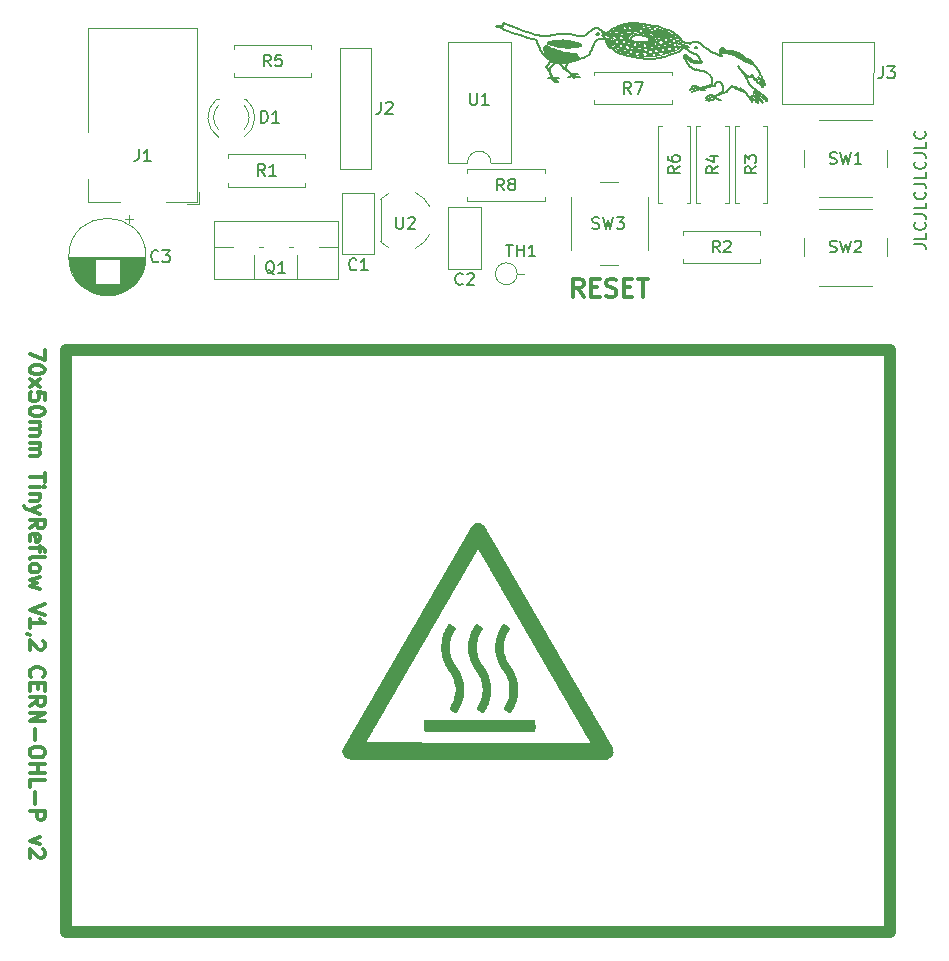
<source format=gbr>
%TF.GenerationSoftware,KiCad,Pcbnew,(6.0.8)*%
%TF.CreationDate,2022-11-26T12:48:52+01:00*%
%TF.ProjectId,50x70_tiny,35307837-305f-4746-996e-792e6b696361,rev?*%
%TF.SameCoordinates,Original*%
%TF.FileFunction,Legend,Top*%
%TF.FilePolarity,Positive*%
%FSLAX46Y46*%
G04 Gerber Fmt 4.6, Leading zero omitted, Abs format (unit mm)*
G04 Created by KiCad (PCBNEW (6.0.8)) date 2022-11-26 12:48:52*
%MOMM*%
%LPD*%
G01*
G04 APERTURE LIST*
%ADD10C,0.008286*%
%ADD11C,0.131250*%
%ADD12C,0.005859*%
%ADD13C,0.004143*%
%ADD14C,0.033145*%
%ADD15C,0.000000*%
%ADD16C,1.000000*%
%ADD17C,0.300000*%
%ADD18C,0.160000*%
%ADD19C,0.150000*%
%ADD20C,0.120000*%
G04 APERTURE END LIST*
D10*
X154237760Y-72929535D02*
X154238517Y-72931452D01*
D11*
X163296205Y-73163002D02*
X163300185Y-73175812D01*
X169902811Y-75252813D02*
X169890437Y-75227765D01*
X168081499Y-75969484D02*
X168101762Y-75980838D01*
D12*
X159553584Y-70643123D02*
X159545675Y-70644544D01*
D13*
X158524277Y-70840060D02*
X158521921Y-70839671D01*
D11*
X153121603Y-73685651D02*
X153071226Y-73687364D01*
D12*
X158403160Y-70718203D02*
X158404254Y-70715838D01*
D11*
X169709729Y-75256147D02*
X169711955Y-75258067D01*
X162913532Y-72672787D02*
X162938016Y-72656164D01*
D12*
X158665346Y-70942131D02*
X158659305Y-70940131D01*
D11*
X163027688Y-71945083D02*
X163039532Y-71941012D01*
X165624512Y-75470453D02*
X165608918Y-75481888D01*
X154288515Y-72907188D02*
X154291879Y-72887428D01*
D12*
X158823234Y-70797077D02*
X158830707Y-70788496D01*
D11*
X164387442Y-75787994D02*
X164351288Y-75791428D01*
D13*
X158651540Y-70937206D02*
X158643539Y-70933697D01*
D11*
X165793788Y-76556431D02*
X165812785Y-76551645D01*
X151508519Y-72875529D02*
X151498019Y-72888406D01*
X158853506Y-71466174D02*
X158863428Y-71456008D01*
X161362975Y-73201933D02*
X161371833Y-73198890D01*
D12*
X158405783Y-70837568D02*
X158398862Y-70836919D01*
D11*
X164949749Y-72230284D02*
X164911071Y-72184234D01*
X166829877Y-76104292D02*
X166836991Y-76103317D01*
X162614961Y-71208486D02*
X162623037Y-71221564D01*
X161498693Y-73154689D02*
X161511173Y-73152584D01*
D12*
X158328921Y-70534149D02*
X158323247Y-70530959D01*
D11*
X165699989Y-75351928D02*
X165696071Y-75369774D01*
D12*
X159419674Y-70346680D02*
X159424169Y-70348024D01*
D13*
X158348090Y-70805179D02*
X158347631Y-70802994D01*
D11*
X152637463Y-72629019D02*
X152479808Y-72570176D01*
X159288837Y-73185388D02*
X159374747Y-73198627D01*
X160494626Y-71340955D02*
X160503115Y-71335055D01*
X168489969Y-74722465D02*
X168450443Y-74655224D01*
X164339550Y-75637315D02*
X164292503Y-75629460D01*
X148000739Y-70405673D02*
X148002504Y-70414124D01*
X156382466Y-70947736D02*
X156362407Y-70927486D01*
D13*
X158952591Y-70882861D02*
X158951062Y-70882902D01*
D12*
X158403656Y-70717465D02*
X158404717Y-70715109D01*
D11*
X166008854Y-75348063D02*
X166014945Y-75338491D01*
D12*
X159471736Y-70388202D02*
X159471736Y-70388202D01*
D11*
X159533561Y-70675544D02*
X159520503Y-70676989D01*
D12*
X158760923Y-70514456D02*
X158752770Y-70512878D01*
D14*
X151721712Y-73108773D02*
X151773815Y-73151010D01*
D10*
X154415111Y-73301388D02*
X154415013Y-73303488D01*
D11*
X166416482Y-72888431D02*
X166430238Y-72909451D01*
X157266266Y-71738077D02*
X157278933Y-71720857D01*
D12*
X158403119Y-70621549D02*
X158400752Y-70616336D01*
D13*
X158378341Y-70835311D02*
X158376104Y-70834792D01*
D11*
X165702098Y-75333087D02*
X165699989Y-75351928D01*
D14*
X151573734Y-72648660D02*
X151581715Y-72708830D01*
D11*
X165531848Y-76791116D02*
X165525943Y-76792587D01*
D14*
X154305627Y-73213327D02*
X154296219Y-73200591D01*
D12*
X159050377Y-70918571D02*
X159034808Y-70912779D01*
X158579428Y-70609864D02*
X158579154Y-70616291D01*
D11*
X166822847Y-76105653D02*
X166829877Y-76104292D01*
X169434639Y-74972242D02*
X169437690Y-74970771D01*
X166531072Y-73087870D02*
X166525991Y-73090490D01*
D12*
X153415825Y-73559015D02*
X153444410Y-73549287D01*
D11*
X154925672Y-73153430D02*
X154925672Y-73153430D01*
X169056162Y-74675118D02*
X169060656Y-74673718D01*
D10*
X153508327Y-73553570D02*
X153508327Y-73553570D01*
D12*
X159232979Y-70961259D02*
X159221123Y-70960469D01*
X158355546Y-70814859D02*
X158354452Y-70812626D01*
D11*
X168389960Y-76034186D02*
X168415065Y-76058164D01*
X152871903Y-73777439D02*
X152906237Y-73805544D01*
D13*
X158385709Y-70744188D02*
X158388643Y-70741103D01*
D11*
X169570120Y-75297167D02*
X169576297Y-75304998D01*
X166471857Y-73100032D02*
X166463791Y-73099400D01*
D12*
X158875982Y-70693983D02*
X158878781Y-70683488D01*
D11*
X152376791Y-73619072D02*
X152347902Y-73614118D01*
D13*
X158873647Y-70550853D02*
X158872247Y-70550462D01*
D12*
X158346805Y-70791084D02*
X158347195Y-70788661D01*
D11*
X157510910Y-72637138D02*
X157580351Y-72686060D01*
X151804449Y-74947687D02*
X151830367Y-74952612D01*
D12*
X154319015Y-73228473D02*
X154309402Y-73217312D01*
D13*
X157656723Y-70636161D02*
X157656996Y-70634108D01*
D10*
X152398312Y-73579121D02*
X152365896Y-73573470D01*
D11*
X162904343Y-72044830D02*
X162911352Y-72033462D01*
X169476132Y-74984763D02*
X169478626Y-74989152D01*
D12*
X152734512Y-73599882D02*
X152753034Y-73602631D01*
X158412057Y-70659818D02*
X158411051Y-70651726D01*
D13*
X159465451Y-70374528D02*
X159466370Y-70376176D01*
D11*
X159926002Y-71915249D02*
X159891744Y-71914429D01*
D10*
X153967646Y-72292037D02*
X154042947Y-72281441D01*
D12*
X159248192Y-70961361D02*
X159235162Y-70961127D01*
D11*
X169289043Y-76150479D02*
X169286511Y-76146603D01*
X157208335Y-71958544D02*
X157205890Y-71943933D01*
X166633416Y-75986741D02*
X166632136Y-75999783D01*
X167339726Y-75636698D02*
X167342403Y-75632174D01*
X156590372Y-71431584D02*
X156608409Y-71438856D01*
D13*
X158718974Y-70508360D02*
X158718974Y-70508360D01*
D11*
X167737778Y-75708189D02*
X167757203Y-75720589D01*
X167930799Y-75857340D02*
X167948763Y-75872990D01*
X169277856Y-76127537D02*
X169276865Y-76123782D01*
D12*
X159433118Y-70655171D02*
X159432202Y-70656246D01*
D14*
X151788659Y-72314821D02*
X151770154Y-72304725D01*
D11*
X156064931Y-71242187D02*
X156056413Y-71244445D01*
X166630099Y-76011920D02*
X166627338Y-76023199D01*
D12*
X152062285Y-73349553D02*
X152064697Y-73351066D01*
X158398151Y-70610435D02*
X158395310Y-70604625D01*
D11*
X157138357Y-71342684D02*
X157121074Y-71348818D01*
X151515798Y-72707423D02*
X151522318Y-72766522D01*
D12*
X158799927Y-70816474D02*
X158805136Y-70812885D01*
X158906829Y-70900545D02*
X158906829Y-70900545D01*
D11*
X164596620Y-73182150D02*
X164606298Y-73214494D01*
X153530359Y-71785054D02*
X153689559Y-71809011D01*
X164450175Y-72959988D02*
X164464871Y-72970961D01*
D13*
X158643873Y-70774640D02*
X158650897Y-70782001D01*
D12*
X153529377Y-73526536D02*
X153610894Y-73513653D01*
D11*
X153490311Y-72354699D02*
X153328487Y-72350218D01*
X166256005Y-75254158D02*
X166267332Y-75248642D01*
D13*
X159211588Y-70959310D02*
X159194609Y-70957092D01*
D11*
X170295460Y-76872418D02*
X170305553Y-76876786D01*
D14*
X151704281Y-72276748D02*
X151689820Y-72272901D01*
D11*
X168099915Y-75887557D02*
X168089866Y-75872788D01*
D12*
X159460879Y-70368342D02*
X159462417Y-70370037D01*
D13*
X158339318Y-70381192D02*
X158412981Y-70363100D01*
D11*
X152091760Y-73901398D02*
X152108966Y-73885279D01*
D12*
X152857326Y-73614376D02*
X152923320Y-73620537D01*
D11*
X166789230Y-76119590D02*
X166795722Y-76115726D01*
X169139565Y-73628092D02*
X169127698Y-73613192D01*
D12*
X157657062Y-70631753D02*
X157657619Y-70629655D01*
X159444812Y-70648109D02*
X159443428Y-70648450D01*
D11*
X160299183Y-71382593D02*
X160313259Y-71385919D01*
D12*
X157729380Y-70582757D02*
X157729380Y-70582757D01*
D11*
X159963223Y-70394208D02*
X159927845Y-70383725D01*
X151970961Y-74062684D02*
X151984151Y-74038859D01*
D12*
X158377568Y-70577782D02*
X158374075Y-70573208D01*
D13*
X159572661Y-70481567D02*
X159580770Y-70485052D01*
D12*
X159449262Y-70647685D02*
X159449262Y-70647685D01*
X159530711Y-70646764D02*
X159525468Y-70647455D01*
D11*
X164179027Y-71854056D02*
X164141111Y-71858573D01*
X151945889Y-74287248D02*
X151939989Y-74239289D01*
X147985623Y-70360570D02*
X147992731Y-70379093D01*
D12*
X158650950Y-70515118D02*
X158642834Y-70518151D01*
D11*
X156741441Y-71843780D02*
X156754376Y-71884383D01*
D13*
X158088631Y-70699843D02*
X158087859Y-70701178D01*
X159296521Y-70957056D02*
X159288193Y-70958809D01*
D11*
X147642060Y-70491122D02*
X147559644Y-70489610D01*
X169582391Y-75311124D02*
X169588398Y-75315658D01*
D13*
X158598890Y-70906305D02*
X158592105Y-70900785D01*
D11*
X163311957Y-73200885D02*
X163319815Y-73213008D01*
D12*
X158869961Y-70549225D02*
X158866403Y-70547842D01*
D11*
X170351977Y-76754145D02*
X170347439Y-76745088D01*
X153505301Y-73596804D02*
X153467309Y-73613267D01*
D13*
X158569134Y-70880126D02*
X158561922Y-70872774D01*
D11*
X163840234Y-75940274D02*
X163834952Y-75954920D01*
X165688612Y-72726958D02*
X165645494Y-72692631D01*
X156522616Y-71398801D02*
X156538981Y-71407479D01*
D12*
X159432245Y-70656334D02*
X159431411Y-70657269D01*
D11*
X169054800Y-76624110D02*
X169049219Y-76591702D01*
X169446974Y-74968104D02*
X169450077Y-74967870D01*
X159019058Y-71358550D02*
X159049092Y-71344642D01*
D10*
X153381927Y-71803717D02*
X153309517Y-71798074D01*
D12*
X159679272Y-70520112D02*
X159681700Y-70521930D01*
D11*
X164928660Y-75982982D02*
X164920685Y-75983380D01*
D12*
X151681553Y-72262486D02*
X151672247Y-72263724D01*
D11*
X153108803Y-74030639D02*
X153122553Y-74059193D01*
X165600709Y-76388714D02*
X165576818Y-76389063D01*
D10*
X154321702Y-73196626D02*
X154330597Y-73206999D01*
D12*
X158628762Y-70925760D02*
X158621713Y-70921726D01*
D11*
X152427020Y-75249515D02*
X152452307Y-75264740D01*
D12*
X158814327Y-70307720D02*
X158854655Y-70306627D01*
D11*
X160379891Y-71501752D02*
X160440414Y-71529363D01*
D12*
X152066903Y-73352511D02*
X152068924Y-73353905D01*
X153640876Y-72921355D02*
X153640876Y-72921355D01*
D11*
X153170087Y-73682320D02*
X153121603Y-73685651D01*
D12*
X158709223Y-70822163D02*
X158712977Y-70823685D01*
D11*
X164418902Y-71871061D02*
X164377824Y-71862594D01*
D13*
X158787745Y-70308836D02*
X158825639Y-70307264D01*
D11*
X168766810Y-74753153D02*
X168768237Y-74746035D01*
X164292839Y-72357630D02*
X164288582Y-72354094D01*
X157665940Y-70714263D02*
X157655541Y-70703302D01*
D12*
X159568101Y-70639306D02*
X159558837Y-70641568D01*
D11*
X164578407Y-75884394D02*
X164533496Y-75903723D01*
D10*
X154103184Y-72917781D02*
X154187802Y-72915350D01*
D11*
X155948395Y-71154645D02*
X155957552Y-71150289D01*
X148003744Y-70445286D02*
X148002353Y-70452306D01*
D12*
X158817024Y-70529772D02*
X158801167Y-70524739D01*
D11*
X166859392Y-72560042D02*
X166836882Y-72539441D01*
D13*
X157827466Y-70739855D02*
X157810038Y-70738734D01*
X158408816Y-70701803D02*
X158410587Y-70694131D01*
D10*
X151950626Y-72034095D02*
X151977082Y-72043098D01*
D11*
X167726545Y-75838789D02*
X167740900Y-75846955D01*
D12*
X158110860Y-70638474D02*
X158108924Y-70642915D01*
D10*
X154359108Y-73236411D02*
X154369119Y-73245652D01*
D11*
X165671132Y-76394785D02*
X165647857Y-76391627D01*
X169583277Y-76439368D02*
X169491903Y-76347189D01*
X160824027Y-71929898D02*
X160822852Y-71946882D01*
D10*
X154547012Y-72125518D02*
X154546450Y-72122335D01*
D11*
X166536292Y-72402480D02*
X166518720Y-72404098D01*
D12*
X159429858Y-70659245D02*
X159429141Y-70660280D01*
D10*
X151543302Y-72898753D02*
X151546243Y-72893728D01*
D11*
X157104062Y-71353929D02*
X157087447Y-71357916D01*
X162818345Y-72724596D02*
X162841824Y-72713521D01*
X169431628Y-74973967D02*
X169434639Y-74972242D01*
X165704033Y-75177756D02*
X165705017Y-75216303D01*
D12*
X154256281Y-73138373D02*
X154250330Y-73125132D01*
X157668032Y-70612450D02*
X157669826Y-70610710D01*
D11*
X152753583Y-74901750D02*
X152771180Y-74891798D01*
D12*
X152183521Y-73475774D02*
X152183521Y-73475774D01*
X158041459Y-70722500D02*
X158031800Y-70723460D01*
D10*
X151523598Y-72949771D02*
X151523011Y-72947965D01*
D13*
X158104447Y-70654920D02*
X158097487Y-70674486D01*
D11*
X159408929Y-70886862D02*
X159402487Y-70902119D01*
X164944021Y-75981241D02*
X164936433Y-75982260D01*
X156102908Y-71175979D02*
X156114717Y-71185422D01*
X164367762Y-72318130D02*
X164361339Y-72312663D01*
X161468251Y-73162183D02*
X161477234Y-73159591D01*
X163502173Y-71937761D02*
X163535857Y-71945287D01*
X156783636Y-71960438D02*
X156799831Y-71996004D01*
D12*
X158958097Y-70884267D02*
X158956705Y-70883840D01*
D10*
X154409593Y-73319085D02*
X154408321Y-73320772D01*
D11*
X164645220Y-73357168D02*
X164649046Y-73368157D01*
D12*
X157663147Y-70618267D02*
X157664688Y-70616223D01*
X154222584Y-73031192D02*
X154220631Y-73016274D01*
D13*
X158821156Y-70799329D02*
X158824253Y-70796183D01*
D12*
X158921639Y-70894439D02*
X158919115Y-70895500D01*
D11*
X159207319Y-71874358D02*
X159176062Y-71866194D01*
X147982477Y-70759477D02*
X148001104Y-70772281D01*
X152414962Y-73686287D02*
X152453962Y-73662851D01*
D12*
X151672247Y-72263724D02*
X151663293Y-72265278D01*
D14*
X154270119Y-73158715D02*
X154262282Y-73143932D01*
D13*
X158053574Y-70720461D02*
X157984339Y-70730129D01*
D12*
X158830707Y-70788496D02*
X158837578Y-70779536D01*
D14*
X152249444Y-73512352D02*
X152264855Y-73518838D01*
D13*
X158806825Y-70940512D02*
X158794615Y-70943791D01*
D11*
X160912837Y-70517321D02*
X160834090Y-70503197D01*
X164217658Y-71851512D02*
X164179027Y-71854056D01*
X154973426Y-73130017D02*
X155018011Y-73106738D01*
X160520600Y-71324982D02*
X160525119Y-71322941D01*
X169598909Y-77008078D02*
X169602132Y-77007944D01*
X162938016Y-72656164D02*
X162962871Y-72637749D01*
D12*
X151553947Y-72494028D02*
X151556527Y-72522111D01*
D11*
X160388767Y-71736548D02*
X160386946Y-71744608D01*
X166615689Y-75617536D02*
X166619597Y-75650151D01*
X169306188Y-76170204D02*
X169306188Y-76170204D01*
X169149732Y-74724114D02*
X169161767Y-74737081D01*
X160391145Y-71651457D02*
X160392418Y-71668971D01*
X168736431Y-74800821D02*
X168739297Y-74799701D01*
D12*
X157742594Y-70726095D02*
X157742594Y-70726095D01*
X158461629Y-70838219D02*
X158433647Y-70838520D01*
D11*
X169334484Y-75055098D02*
X169339125Y-75055709D01*
D12*
X159376474Y-70890127D02*
X159373064Y-70897196D01*
X159560709Y-70476233D02*
X159569016Y-70480088D01*
D10*
X152950070Y-73645091D02*
X152884905Y-73639642D01*
D11*
X160600014Y-71990018D02*
X160592914Y-71993643D01*
D10*
X154033110Y-73445654D02*
X153946490Y-73467736D01*
D11*
X156421246Y-71271795D02*
X156427213Y-71262999D01*
X156453159Y-71097264D02*
X156450200Y-71085259D01*
X159953648Y-71983937D02*
X159892023Y-71964916D01*
D13*
X158954133Y-70882896D02*
X158952591Y-70882861D01*
D11*
X167683406Y-75682182D02*
X167693741Y-75685430D01*
D12*
X158985227Y-70308165D02*
X159017537Y-70309615D01*
D14*
X154319485Y-73232523D02*
X154315154Y-73226217D01*
D11*
X169731803Y-75285947D02*
X169733950Y-75290216D01*
D12*
X159436136Y-70652289D02*
X159435085Y-70653188D01*
D11*
X164340972Y-72375263D02*
X164335356Y-72374819D01*
X152014650Y-72360346D02*
X151862062Y-72279888D01*
X166590541Y-76081908D02*
X166583189Y-76087946D01*
D12*
X158596343Y-70700121D02*
X158601413Y-70711271D01*
D11*
X166543450Y-73078742D02*
X166539827Y-73081969D01*
X152589433Y-74949424D02*
X152626719Y-74944686D01*
D12*
X154373921Y-73279561D02*
X154369227Y-73275707D01*
D11*
X170367632Y-76837422D02*
X170368293Y-76829007D01*
D12*
X154380240Y-73284735D02*
X154377257Y-73282278D01*
D11*
X148001104Y-70772281D02*
X148019288Y-70786491D01*
X167961027Y-74012081D02*
X167904728Y-73953913D01*
D12*
X158940722Y-70884941D02*
X158937550Y-70886024D01*
D10*
X153602542Y-71829370D02*
X153547563Y-71821498D01*
D12*
X158529856Y-70841713D02*
X158528533Y-70841143D01*
D11*
X152847464Y-72298245D02*
X152688619Y-72269313D01*
D12*
X158854655Y-70306627D02*
X158895027Y-70306443D01*
X158406997Y-70632244D02*
X158405198Y-70626855D01*
D11*
X168572089Y-73272565D02*
X168572089Y-73272565D01*
D12*
X159688398Y-70581249D02*
X159686751Y-70583725D01*
D11*
X164209107Y-73495153D02*
X164181460Y-73487193D01*
X151803119Y-71930731D02*
X151807044Y-71924291D01*
D10*
X151865456Y-71923066D02*
X151860845Y-71925897D01*
D11*
X169070022Y-74672266D02*
X169074868Y-74672233D01*
X169255653Y-74939679D02*
X169264350Y-74961558D01*
X156442579Y-71060637D02*
X156437907Y-71048017D01*
X159545723Y-71904869D02*
X159520145Y-71910144D01*
D14*
X153067986Y-73623278D02*
X153067986Y-73623278D01*
D11*
X169614974Y-76992628D02*
X169614949Y-76989801D01*
D14*
X151599190Y-72996892D02*
X151614378Y-73012638D01*
D12*
X159690174Y-70578544D02*
X159688753Y-70580948D01*
X158634896Y-70323008D02*
X158680096Y-70317593D01*
X159196214Y-70957403D02*
X159183296Y-70955298D01*
X158074234Y-70714257D02*
X158072234Y-70715292D01*
X158795689Y-70943474D02*
X158784240Y-70946189D01*
D13*
X158889705Y-70908599D02*
X158866488Y-70918877D01*
D11*
X169490716Y-75028487D02*
X169490716Y-75028487D01*
X160873801Y-71789437D02*
X160869323Y-71795175D01*
D14*
X152145285Y-73438631D02*
X152157133Y-73450360D01*
X154346136Y-73295030D02*
X154345859Y-73291085D01*
D11*
X156437679Y-71244878D02*
X156442167Y-71235551D01*
X163421509Y-72394110D02*
X163457000Y-72394203D01*
D12*
X158350754Y-70798215D02*
X158350634Y-70795726D01*
X151663293Y-72265278D02*
X151654692Y-72267147D01*
D11*
X151522318Y-72766522D02*
X151523643Y-72793321D01*
D12*
X157658291Y-70627590D02*
X157659073Y-70625562D01*
D11*
X151419476Y-72900652D02*
X151453582Y-72940420D01*
X169428666Y-74975926D02*
X169431628Y-74973967D01*
X167031275Y-72657182D02*
X167011242Y-72653333D01*
X160655925Y-71977070D02*
X160650377Y-71976978D01*
X166197040Y-75264662D02*
X166215334Y-75265794D01*
X152513729Y-74950700D02*
X152551756Y-74951334D01*
X147998488Y-70397003D02*
X148000739Y-70405673D01*
X168080465Y-75858185D02*
X168071771Y-75843763D01*
X169677334Y-76776625D02*
X169747606Y-76833391D01*
D12*
X158353557Y-70819193D02*
X158352237Y-70817122D01*
D11*
X160805970Y-72037312D02*
X160804340Y-72041939D01*
X153348214Y-73866690D02*
X153363372Y-73834277D01*
D14*
X151676149Y-72270332D02*
X151663262Y-72269050D01*
D11*
X169773370Y-76413611D02*
X169889683Y-76512870D01*
X164659792Y-75840377D02*
X164620712Y-75863367D01*
D13*
X158627975Y-70925729D02*
X158620433Y-70921293D01*
D11*
X169066311Y-76718700D02*
X169063351Y-76687612D01*
D12*
X158382503Y-70584310D02*
X158377568Y-70577782D01*
D11*
X153184805Y-74139944D02*
X153228463Y-74164608D01*
X158813895Y-71576251D02*
X158813004Y-71566444D01*
X163457148Y-72272586D02*
X163391458Y-72270456D01*
D12*
X159693264Y-70538466D02*
X159694162Y-70541229D01*
D11*
X156952448Y-71827206D02*
X156934671Y-71826212D01*
D12*
X159441456Y-70649782D02*
X159440284Y-70650323D01*
X159173924Y-70953645D02*
X159150552Y-70948548D01*
D11*
X151798214Y-71944133D02*
X151800179Y-71937355D01*
X157322763Y-72149248D02*
X157298637Y-72123348D01*
D12*
X157794253Y-70736578D02*
X157776946Y-70733933D01*
D10*
X151617898Y-73049923D02*
X151573540Y-73005720D01*
D11*
X165544583Y-76788914D02*
X165538059Y-76789889D01*
X154565903Y-72079559D02*
X154573430Y-72085691D01*
D12*
X158941975Y-70884733D02*
X158939388Y-70885699D01*
D10*
X154547219Y-72131604D02*
X154547229Y-72128617D01*
D11*
X166189741Y-76725216D02*
X166206519Y-76733088D01*
X161805410Y-73084800D02*
X161862625Y-73055795D01*
X157297257Y-70736576D02*
X157297257Y-70736576D01*
D13*
X159690039Y-70526443D02*
X159691785Y-70528485D01*
D11*
X164695031Y-75815162D02*
X164756787Y-75812559D01*
D12*
X158362530Y-70560209D02*
X158354024Y-70552210D01*
D11*
X155255806Y-72939702D02*
X155281226Y-72914140D01*
D13*
X158065325Y-70718375D02*
X158062420Y-70719205D01*
D11*
X169685888Y-75250773D02*
X169687970Y-75250062D01*
D12*
X153529377Y-73526536D02*
X153529377Y-73526536D01*
X158613288Y-70536159D02*
X158610058Y-70539108D01*
D11*
X164126892Y-75836407D02*
X164095372Y-75836404D01*
D12*
X158887962Y-70639649D02*
X158889993Y-70628106D01*
D11*
X152108966Y-73885279D02*
X152144462Y-73855121D01*
X163354322Y-73006063D02*
X163344122Y-73013767D01*
D10*
X151530684Y-72960064D02*
X151530684Y-72960064D01*
D11*
X164320522Y-74201851D02*
X164339899Y-74192849D01*
X151860126Y-73715356D02*
X151836571Y-73752783D01*
X167502369Y-72965978D02*
X167616440Y-73014923D01*
X160181541Y-70445120D02*
X160144326Y-70443525D01*
X169286511Y-76146603D02*
X169284258Y-76142749D01*
D10*
X152560132Y-73602053D02*
X152430555Y-73584374D01*
D12*
X158512494Y-70838685D02*
X158509419Y-70838694D01*
X158601505Y-70548443D02*
X158598827Y-70551972D01*
D11*
X163016110Y-71949576D02*
X163027688Y-71945083D01*
D13*
X158792500Y-70820378D02*
X158792500Y-70820378D01*
D11*
X169612482Y-77002088D02*
X169613531Y-77000049D01*
D12*
X154239252Y-73097294D02*
X154234541Y-73083740D01*
X159695618Y-70548816D02*
X159695910Y-70551577D01*
X159673814Y-70517004D02*
X159673814Y-70517004D01*
X151547199Y-72945017D02*
X151550518Y-72948831D01*
D11*
X152956923Y-72729003D02*
X152796488Y-72682020D01*
D13*
X159597192Y-70630082D02*
X159582471Y-70634991D01*
D11*
X160822033Y-71982426D02*
X160822033Y-71982426D01*
X160759025Y-70527352D02*
X160758440Y-70529636D01*
D12*
X159423814Y-70674622D02*
X159423249Y-70677368D01*
X157673637Y-70607500D02*
X157675643Y-70606020D01*
D11*
X166434703Y-72447869D02*
X166424937Y-72460977D01*
X169611493Y-75320169D02*
X169617016Y-75318462D01*
X165951728Y-75570205D02*
X165957718Y-75563129D01*
D12*
X153479908Y-73535751D02*
X153483772Y-73534741D01*
D13*
X158817957Y-70802373D02*
X158821156Y-70799329D01*
D11*
X160786183Y-72060572D02*
X160784024Y-72060062D01*
D13*
X158308438Y-70523738D02*
X158299345Y-70520363D01*
D11*
X162402634Y-71071705D02*
X162312667Y-71026058D01*
D12*
X157689388Y-70598022D02*
X157691510Y-70597363D01*
D11*
X156309305Y-70874662D02*
X156281875Y-70850717D01*
D14*
X151880817Y-73231743D02*
X151931018Y-73266519D01*
D13*
X158360398Y-70767128D02*
X158363373Y-70764113D01*
D11*
X163004815Y-71954512D02*
X163016110Y-71949576D01*
X156281875Y-70850717D02*
X156253893Y-70828449D01*
D13*
X159567665Y-70639554D02*
X159560503Y-70641460D01*
D10*
X152126396Y-73455812D02*
X152119003Y-73448104D01*
D14*
X152133552Y-73426058D02*
X152145285Y-73438631D01*
D11*
X158757811Y-73087143D02*
X158757811Y-73087143D01*
X157264587Y-72168073D02*
X157291528Y-72170043D01*
D12*
X152082295Y-73366767D02*
X152098213Y-73387030D01*
D11*
X168796721Y-74775464D02*
X168823344Y-74801325D01*
D13*
X158220642Y-70519198D02*
X158213509Y-70521690D01*
D12*
X152948410Y-73622564D02*
X152963897Y-73623462D01*
D11*
X166991706Y-72648630D02*
X166973001Y-72643123D01*
D13*
X158958841Y-70883501D02*
X158958841Y-70883501D01*
D11*
X166398263Y-72575830D02*
X166399804Y-72601142D01*
X158813004Y-71566444D02*
X158812885Y-71556585D01*
X156253893Y-70828449D02*
X156225385Y-70807881D01*
X163964761Y-75851453D02*
X163943975Y-75857442D01*
D13*
X159596979Y-70491625D02*
X159607052Y-70495471D01*
D11*
X169199059Y-74791935D02*
X169206231Y-74806248D01*
X164154826Y-73478194D02*
X164129162Y-73468213D01*
X165509991Y-76798386D02*
X165505237Y-76800756D01*
D12*
X158314845Y-70526714D02*
X158309494Y-70524368D01*
D11*
X155450651Y-70885211D02*
X155417400Y-70914766D01*
X166445799Y-72436446D02*
X166434703Y-72447869D01*
X166289637Y-75239933D02*
X166300620Y-75236737D01*
D12*
X157656931Y-70633160D02*
X157657489Y-70630555D01*
X159496750Y-70431577D02*
X159499871Y-70434890D01*
D10*
X152378170Y-72162501D02*
X152527070Y-72199527D01*
D15*
G36*
X134768499Y-131157816D02*
G01*
X134772385Y-131149172D01*
X134775944Y-131140705D01*
X134779140Y-131132477D01*
X134782277Y-131124342D01*
X134785638Y-131116145D01*
X134789194Y-131107941D01*
X134792914Y-131099785D01*
X134796766Y-131091731D01*
X134800721Y-131083833D01*
X134804748Y-131076148D01*
X134808815Y-131068729D01*
X134812892Y-131061630D01*
X134816948Y-131054908D01*
X134820954Y-131048615D01*
X134824877Y-131042807D01*
X134828687Y-131037539D01*
X134832354Y-131032866D01*
X134835846Y-131028841D01*
X134839134Y-131025519D01*
X134842470Y-131022164D01*
X134846103Y-131018040D01*
X134849999Y-131013206D01*
X134854122Y-131007719D01*
X134862907Y-130995021D01*
X134872174Y-130980407D01*
X134881639Y-130964343D01*
X134891019Y-130947291D01*
X134900030Y-130929715D01*
X134908389Y-130912080D01*
X134912485Y-130903268D01*
X134916810Y-130894386D01*
X134921329Y-130885492D01*
X134926002Y-130876647D01*
X134930795Y-130867910D01*
X134935669Y-130859339D01*
X134940587Y-130850996D01*
X134945513Y-130842939D01*
X134950410Y-130835228D01*
X134955240Y-130827922D01*
X134959967Y-130821080D01*
X134964553Y-130814763D01*
X134968962Y-130809030D01*
X134973156Y-130803939D01*
X134977098Y-130799551D01*
X134980753Y-130795926D01*
X134984445Y-130792268D01*
X134988167Y-130788093D01*
X134991897Y-130783439D01*
X134995617Y-130778345D01*
X134999304Y-130772851D01*
X135002939Y-130766995D01*
X135006502Y-130760816D01*
X135009972Y-130754353D01*
X135013329Y-130747645D01*
X135016553Y-130740732D01*
X135019622Y-130733651D01*
X135022517Y-130726442D01*
X135025218Y-130719145D01*
X135027704Y-130711797D01*
X135029954Y-130704437D01*
X135031949Y-130697106D01*
X135034344Y-130688306D01*
X135036921Y-130679826D01*
X135039693Y-130671644D01*
X135042674Y-130663741D01*
X135045876Y-130656094D01*
X135049310Y-130648682D01*
X135052990Y-130641485D01*
X135056928Y-130634481D01*
X135061136Y-130627649D01*
X135065627Y-130620968D01*
X135070414Y-130614417D01*
X135075509Y-130607974D01*
X135080925Y-130601620D01*
X135086673Y-130595331D01*
X135092767Y-130589088D01*
X135099219Y-130582869D01*
X135105954Y-130576376D01*
X135112309Y-130569839D01*
X135118308Y-130563216D01*
X135123976Y-130556463D01*
X135129337Y-130549536D01*
X135134416Y-130542393D01*
X135139238Y-130534990D01*
X135143827Y-130527284D01*
X135148207Y-130519231D01*
X135152403Y-130510788D01*
X135156440Y-130501912D01*
X135160341Y-130492560D01*
X135164133Y-130482688D01*
X135167838Y-130472253D01*
X135171482Y-130461212D01*
X135175089Y-130449521D01*
X135178614Y-130438099D01*
X135182131Y-130427380D01*
X135185656Y-130417332D01*
X135189206Y-130407927D01*
X135192797Y-130399134D01*
X135196447Y-130390924D01*
X135200171Y-130383266D01*
X135203986Y-130376131D01*
X135207909Y-130369489D01*
X135211957Y-130363311D01*
X135216145Y-130357565D01*
X135220491Y-130352223D01*
X135225010Y-130347255D01*
X135229721Y-130342631D01*
X135234638Y-130338320D01*
X135239779Y-130334294D01*
X135244333Y-130330705D01*
X135248833Y-130326721D01*
X135253271Y-130322355D01*
X135257637Y-130317625D01*
X135261921Y-130312544D01*
X135266115Y-130307128D01*
X135270208Y-130301392D01*
X135274192Y-130295350D01*
X135278056Y-130289019D01*
X135281791Y-130282413D01*
X135285388Y-130275547D01*
X135288837Y-130268437D01*
X135292129Y-130261097D01*
X135295253Y-130253543D01*
X135298202Y-130245790D01*
X135300964Y-130237853D01*
X135303456Y-130230714D01*
X135306248Y-130223352D01*
X135309309Y-130215821D01*
X135312610Y-130208178D01*
X135316120Y-130200479D01*
X135319810Y-130192781D01*
X135323648Y-130185139D01*
X135327605Y-130177610D01*
X135331650Y-130170250D01*
X135335753Y-130163116D01*
X135339884Y-130156262D01*
X135344013Y-130149747D01*
X135348109Y-130143625D01*
X135352143Y-130137953D01*
X135356083Y-130132787D01*
X135359900Y-130128184D01*
X135367816Y-130118790D01*
X135375558Y-130109019D01*
X135383080Y-130098958D01*
X135390336Y-130088691D01*
X135397278Y-130078305D01*
X135403861Y-130067886D01*
X135410037Y-130057518D01*
X135415761Y-130047288D01*
X135420985Y-130037281D01*
X135425664Y-130027583D01*
X135429750Y-130018279D01*
X135433198Y-130009456D01*
X135435961Y-130001199D01*
X135437992Y-129993593D01*
X135439244Y-129986725D01*
X135439672Y-129980679D01*
X135439937Y-129978260D01*
X135440713Y-129975369D01*
X135441976Y-129972044D01*
X135443698Y-129968322D01*
X135445854Y-129964243D01*
X135448417Y-129959843D01*
X135451362Y-129955162D01*
X135454663Y-129950236D01*
X135458292Y-129945104D01*
X135462226Y-129939803D01*
X135466436Y-129934373D01*
X135470898Y-129928850D01*
X135475585Y-129923273D01*
X135480471Y-129917680D01*
X135485531Y-129912108D01*
X135490737Y-129906596D01*
X135497070Y-129899787D01*
X135503173Y-129892802D01*
X135509049Y-129885635D01*
X135514699Y-129878282D01*
X135520127Y-129870739D01*
X135525334Y-129863002D01*
X135530323Y-129855065D01*
X135535096Y-129846924D01*
X135539656Y-129838574D01*
X135544006Y-129830011D01*
X135548147Y-129821231D01*
X135552082Y-129812229D01*
X135555814Y-129803000D01*
X135559344Y-129793540D01*
X135562676Y-129783844D01*
X135565812Y-129773907D01*
X135568909Y-129764050D01*
X135572097Y-129754616D01*
X135575380Y-129745603D01*
X135578759Y-129737005D01*
X135582238Y-129728819D01*
X135585817Y-129721042D01*
X135589500Y-129713668D01*
X135593288Y-129706695D01*
X135597183Y-129700117D01*
X135601189Y-129693932D01*
X135605307Y-129688135D01*
X135609540Y-129682722D01*
X135613889Y-129677689D01*
X135618357Y-129673032D01*
X135622946Y-129668748D01*
X135627659Y-129664832D01*
X135634210Y-129658777D01*
X135641457Y-129650459D01*
X135649248Y-129640178D01*
X135657429Y-129628233D01*
X135665849Y-129614921D01*
X135674352Y-129600543D01*
X135682788Y-129585396D01*
X135691002Y-129569781D01*
X135698841Y-129553994D01*
X135706153Y-129538336D01*
X135712785Y-129523105D01*
X135718583Y-129508600D01*
X135723395Y-129495119D01*
X135727068Y-129482962D01*
X135729448Y-129472428D01*
X135730383Y-129463814D01*
X135730452Y-129463056D01*
X135730619Y-129462234D01*
X135731240Y-129460408D01*
X135732226Y-129458359D01*
X135733556Y-129456109D01*
X135735211Y-129453678D01*
X135737171Y-129451090D01*
X135739416Y-129448365D01*
X135741926Y-129445525D01*
X135744680Y-129442593D01*
X135747660Y-129439589D01*
X135750845Y-129436535D01*
X135754214Y-129433453D01*
X135757749Y-129430366D01*
X135761429Y-129427293D01*
X135765234Y-129424259D01*
X135769145Y-129421282D01*
X135773642Y-129417739D01*
X135778097Y-129413790D01*
X135782499Y-129409454D01*
X135786838Y-129404749D01*
X135791101Y-129399690D01*
X135795279Y-129394297D01*
X135799360Y-129388585D01*
X135803334Y-129382572D01*
X135807189Y-129376275D01*
X135810914Y-129369712D01*
X135814499Y-129362899D01*
X135817932Y-129355855D01*
X135821203Y-129348596D01*
X135824301Y-129341140D01*
X135827214Y-129333503D01*
X135829933Y-129325703D01*
X135832412Y-129318635D01*
X135835215Y-129311333D01*
X135838310Y-129303853D01*
X135841667Y-129296253D01*
X135845254Y-129288587D01*
X135849041Y-129280914D01*
X135852995Y-129273288D01*
X135857085Y-129265767D01*
X135861281Y-129258405D01*
X135865552Y-129251261D01*
X135869865Y-129244390D01*
X135874190Y-129237848D01*
X135878496Y-129231692D01*
X135882751Y-129225977D01*
X135886925Y-129220761D01*
X135890985Y-129216099D01*
X135895070Y-129211412D01*
X135899315Y-129206120D01*
X135903686Y-129200281D01*
X135908151Y-129193956D01*
X135917224Y-129180080D01*
X135926266Y-129164961D01*
X135935006Y-129149069D01*
X135943177Y-129132876D01*
X135950510Y-129116852D01*
X135953777Y-129109051D01*
X135956734Y-129101468D01*
X135959740Y-129093823D01*
X135963174Y-129085838D01*
X135966996Y-129077579D01*
X135971167Y-129069109D01*
X135975648Y-129060495D01*
X135980397Y-129051800D01*
X135985375Y-129043090D01*
X135990543Y-129034430D01*
X135995860Y-129025885D01*
X136001288Y-129017519D01*
X136006785Y-129009398D01*
X136012312Y-129001587D01*
X136017830Y-128994149D01*
X136023298Y-128987152D01*
X136028677Y-128980658D01*
X136033926Y-128974734D01*
X136040069Y-128967877D01*
X136045944Y-128960924D01*
X136051553Y-128953875D01*
X136056894Y-128946730D01*
X136061969Y-128939488D01*
X136066777Y-128932151D01*
X136071317Y-128924717D01*
X136075590Y-128917187D01*
X136079595Y-128909561D01*
X136083333Y-128901839D01*
X136086804Y-128894021D01*
X136090007Y-128886107D01*
X136092941Y-128878096D01*
X136095608Y-128869989D01*
X136098007Y-128861787D01*
X136100138Y-128853488D01*
X136102288Y-128845084D01*
X136104645Y-128836909D01*
X136107215Y-128828956D01*
X136110000Y-128821218D01*
X136113005Y-128813689D01*
X136116233Y-128806362D01*
X136119687Y-128799230D01*
X136123372Y-128792286D01*
X136127291Y-128785523D01*
X136131448Y-128778935D01*
X136135846Y-128772514D01*
X136140489Y-128766255D01*
X136145381Y-128760150D01*
X136150526Y-128754193D01*
X136155927Y-128748376D01*
X136161588Y-128742694D01*
X136166360Y-128737829D01*
X136171277Y-128732353D01*
X136176300Y-128726326D01*
X136181393Y-128719808D01*
X136186518Y-128712860D01*
X136191638Y-128705541D01*
X136196716Y-128697912D01*
X136201714Y-128690033D01*
X136206594Y-128681964D01*
X136211321Y-128673766D01*
X136215855Y-128665498D01*
X136220161Y-128657220D01*
X136224200Y-128648993D01*
X136227936Y-128640877D01*
X136231331Y-128632932D01*
X136234348Y-128625218D01*
X136237304Y-128617573D01*
X136240497Y-128609804D01*
X136243896Y-128601966D01*
X136247471Y-128594114D01*
X136251192Y-128586303D01*
X136255029Y-128578588D01*
X136258953Y-128571022D01*
X136262931Y-128563662D01*
X136266936Y-128556561D01*
X136270936Y-128549774D01*
X136274901Y-128543357D01*
X136278801Y-128537363D01*
X136282607Y-128531848D01*
X136286287Y-128526867D01*
X136289812Y-128522474D01*
X136293152Y-128518723D01*
X136296528Y-128514952D01*
X136300160Y-128510496D01*
X136304015Y-128505413D01*
X136308057Y-128499758D01*
X136316571Y-128486965D01*
X136325431Y-128472570D01*
X136334365Y-128457028D01*
X136343102Y-128440793D01*
X136351371Y-128424319D01*
X136358901Y-128408061D01*
X136362580Y-128399971D01*
X136366524Y-128391740D01*
X136370696Y-128383426D01*
X136375060Y-128375087D01*
X136379581Y-128366782D01*
X136384221Y-128358568D01*
X136388946Y-128350506D01*
X136393718Y-128342652D01*
X136398502Y-128335066D01*
X136403262Y-128327805D01*
X136407961Y-128320929D01*
X136412563Y-128314496D01*
X136417032Y-128308563D01*
X136421332Y-128303191D01*
X136425426Y-128298436D01*
X136429280Y-128294358D01*
X136433090Y-128290281D01*
X136437034Y-128285553D01*
X136441081Y-128280233D01*
X136445200Y-128274377D01*
X136449362Y-128268042D01*
X136453534Y-128261285D01*
X136457687Y-128254162D01*
X136461791Y-128246732D01*
X136465813Y-128239050D01*
X136469724Y-128231174D01*
X136473494Y-128223161D01*
X136477091Y-128215068D01*
X136480485Y-128206952D01*
X136483645Y-128198870D01*
X136486541Y-128190878D01*
X136489142Y-128183034D01*
X136492183Y-128173806D01*
X136495401Y-128164826D01*
X136498795Y-128156097D01*
X136502365Y-128147619D01*
X136506109Y-128139396D01*
X136510027Y-128131428D01*
X136514117Y-128123718D01*
X136518378Y-128116267D01*
X136522811Y-128109077D01*
X136527412Y-128102151D01*
X136532182Y-128095489D01*
X136537120Y-128089095D01*
X136542225Y-128082968D01*
X136547495Y-128077113D01*
X136552930Y-128071529D01*
X136558529Y-128066220D01*
X136564430Y-128060640D01*
X136570088Y-128054851D01*
X136575513Y-128048831D01*
X136580718Y-128042561D01*
X136585713Y-128036019D01*
X136590512Y-128029186D01*
X136595125Y-128022040D01*
X136599564Y-128014561D01*
X136603841Y-128006729D01*
X136607968Y-127998522D01*
X136611957Y-127989921D01*
X136615818Y-127980905D01*
X136619565Y-127971454D01*
X136623208Y-127961546D01*
X136626759Y-127951161D01*
X136630231Y-127940280D01*
X136633519Y-127930017D01*
X136636908Y-127920141D01*
X136640396Y-127910655D01*
X136643983Y-127901562D01*
X136647667Y-127892865D01*
X136651446Y-127884565D01*
X136655319Y-127876666D01*
X136659285Y-127869171D01*
X136663343Y-127862082D01*
X136667491Y-127855402D01*
X136671727Y-127849133D01*
X136676051Y-127843279D01*
X136680461Y-127837842D01*
X136684956Y-127832824D01*
X136689534Y-127828229D01*
X136694194Y-127824059D01*
X136698202Y-127820423D01*
X136702390Y-127816124D01*
X136706723Y-127811217D01*
X136711169Y-127805756D01*
X136715691Y-127799797D01*
X136720257Y-127793395D01*
X136724833Y-127786604D01*
X136729383Y-127779478D01*
X136733875Y-127772074D01*
X136738274Y-127764445D01*
X136742545Y-127756647D01*
X136746656Y-127748735D01*
X136750571Y-127740762D01*
X136754256Y-127732785D01*
X136757678Y-127724858D01*
X136760803Y-127717036D01*
X136763928Y-127709155D01*
X136767352Y-127701056D01*
X136771041Y-127692799D01*
X136774961Y-127684444D01*
X136779078Y-127676053D01*
X136783356Y-127667685D01*
X136792264Y-127651263D01*
X136796824Y-127643330D01*
X136801410Y-127635663D01*
X136805987Y-127628322D01*
X136810521Y-127621368D01*
X136814978Y-127614862D01*
X136819323Y-127608864D01*
X136823523Y-127603435D01*
X136827544Y-127598635D01*
X136831515Y-127593901D01*
X136835595Y-127588642D01*
X136839754Y-127582911D01*
X136843959Y-127576766D01*
X136848182Y-127570261D01*
X136852390Y-127563452D01*
X136860642Y-127549142D01*
X136868468Y-127534280D01*
X136875625Y-127519310D01*
X136878875Y-127511923D01*
X136881865Y-127504674D01*
X136884564Y-127497621D01*
X136886943Y-127490817D01*
X136889404Y-127483884D01*
X136892227Y-127476762D01*
X136895382Y-127469497D01*
X136898840Y-127462139D01*
X136902570Y-127454736D01*
X136906543Y-127447336D01*
X136910728Y-127439989D01*
X136915096Y-127432741D01*
X136919617Y-127425643D01*
X136924261Y-127418742D01*
X136928997Y-127412086D01*
X136933796Y-127405725D01*
X136938628Y-127399706D01*
X136943463Y-127394078D01*
X136948271Y-127388890D01*
X136953023Y-127384190D01*
X136958596Y-127378715D01*
X136963982Y-127372977D01*
X136969184Y-127366971D01*
X136974206Y-127360690D01*
X136979051Y-127354129D01*
X136983723Y-127347283D01*
X136988225Y-127340146D01*
X136992561Y-127332713D01*
X136996734Y-127324977D01*
X137000748Y-127316933D01*
X137004606Y-127308575D01*
X137008312Y-127299898D01*
X137011869Y-127290897D01*
X137015281Y-127281565D01*
X137018550Y-127271897D01*
X137021682Y-127261887D01*
X137024986Y-127251204D01*
X137028315Y-127241159D01*
X137031687Y-127231720D01*
X137035121Y-127222855D01*
X137038637Y-127214529D01*
X137042254Y-127206711D01*
X137045991Y-127199368D01*
X137049868Y-127192467D01*
X137053904Y-127185975D01*
X137058118Y-127179860D01*
X137062530Y-127174088D01*
X137067158Y-127168627D01*
X137072022Y-127163445D01*
X137077142Y-127158508D01*
X137082536Y-127153784D01*
X137088224Y-127149239D01*
X137093939Y-127144669D01*
X137099390Y-127139864D01*
X137104599Y-127134787D01*
X137109587Y-127129401D01*
X137114375Y-127123670D01*
X137118984Y-127117557D01*
X137123437Y-127111025D01*
X137127755Y-127104038D01*
X137131959Y-127096558D01*
X137136070Y-127088550D01*
X137140110Y-127079975D01*
X137144100Y-127070799D01*
X137148062Y-127060983D01*
X137152017Y-127050492D01*
X137155987Y-127039288D01*
X137159993Y-127027335D01*
X137163651Y-127016455D01*
X137167382Y-127006019D01*
X137171184Y-126996028D01*
X137175056Y-126986485D01*
X137178994Y-126977392D01*
X137182998Y-126968753D01*
X137187067Y-126960570D01*
X137191197Y-126952846D01*
X137195388Y-126945583D01*
X137199638Y-126938783D01*
X137203944Y-126932450D01*
X137208306Y-126926586D01*
X137212722Y-126921194D01*
X137217189Y-126916276D01*
X137221706Y-126911835D01*
X137226271Y-126907874D01*
X137230262Y-126904408D01*
X137234330Y-126900413D01*
X137238449Y-126895930D01*
X137242595Y-126891000D01*
X137246743Y-126885664D01*
X137250866Y-126879964D01*
X137254940Y-126873940D01*
X137258939Y-126867634D01*
X137262838Y-126861086D01*
X137266611Y-126854339D01*
X137270235Y-126847433D01*
X137273682Y-126840410D01*
X137276928Y-126833310D01*
X137279948Y-126826174D01*
X137282716Y-126819045D01*
X137285207Y-126811963D01*
X137287667Y-126804963D01*
X137290507Y-126797620D01*
X137293695Y-126789997D01*
X137297197Y-126782154D01*
X137300978Y-126774152D01*
X137305005Y-126766052D01*
X137309243Y-126757915D01*
X137313658Y-126749802D01*
X137318217Y-126741775D01*
X137322885Y-126733894D01*
X137327629Y-126726220D01*
X137332414Y-126718815D01*
X137337206Y-126711739D01*
X137341972Y-126705054D01*
X137346677Y-126698820D01*
X137351287Y-126693099D01*
X137355893Y-126687391D01*
X137360584Y-126681198D01*
X137365328Y-126674578D01*
X137370091Y-126667592D01*
X137379539Y-126652758D01*
X137388659Y-126637173D01*
X137397185Y-126621316D01*
X137401140Y-126613434D01*
X137404846Y-126605663D01*
X137408270Y-126598062D01*
X137411377Y-126590692D01*
X137414133Y-126583611D01*
X137416507Y-126576880D01*
X137418946Y-126570010D01*
X137421755Y-126562949D01*
X137424904Y-126555744D01*
X137428364Y-126548440D01*
X137432108Y-126541084D01*
X137436104Y-126533723D01*
X137440326Y-126526402D01*
X137444743Y-126519169D01*
X137449326Y-126512069D01*
X137454047Y-126505148D01*
X137458878Y-126498453D01*
X137463787Y-126492031D01*
X137468748Y-126485927D01*
X137473730Y-126480188D01*
X137478705Y-126474861D01*
X137483645Y-126469990D01*
X137489441Y-126464318D01*
X137495003Y-126458456D01*
X137500335Y-126452396D01*
X137505443Y-126446129D01*
X137510331Y-126439646D01*
X137515006Y-126432937D01*
X137519473Y-126425994D01*
X137523737Y-126418808D01*
X137527803Y-126411368D01*
X137531677Y-126403668D01*
X137535364Y-126395696D01*
X137538869Y-126387444D01*
X137542198Y-126378903D01*
X137545356Y-126370064D01*
X137548348Y-126360917D01*
X137551179Y-126351454D01*
X137554040Y-126341870D01*
X137557072Y-126332603D01*
X137560282Y-126323640D01*
X137563678Y-126314967D01*
X137567268Y-126306569D01*
X137571061Y-126298432D01*
X137575063Y-126290543D01*
X137579283Y-126282887D01*
X137583729Y-126275451D01*
X137588408Y-126268220D01*
X137593328Y-126261180D01*
X137598497Y-126254317D01*
X137603924Y-126247618D01*
X137609615Y-126241068D01*
X137615579Y-126234652D01*
X137621823Y-126228358D01*
X137627661Y-126222473D01*
X137633313Y-126216384D01*
X137638773Y-126210104D01*
X137644034Y-126203645D01*
X137649087Y-126197018D01*
X137653926Y-126190235D01*
X137658543Y-126183309D01*
X137662933Y-126176252D01*
X137667086Y-126169075D01*
X137670997Y-126161791D01*
X137674658Y-126154412D01*
X137678062Y-126146949D01*
X137681201Y-126139415D01*
X137684069Y-126131822D01*
X137686658Y-126124181D01*
X137688961Y-126116505D01*
X137690997Y-126109755D01*
X137693412Y-126102712D01*
X137696176Y-126095435D01*
X137699257Y-126087979D01*
X137702624Y-126080402D01*
X137706246Y-126072760D01*
X137710092Y-126065111D01*
X137714130Y-126057512D01*
X137718329Y-126050018D01*
X137722658Y-126042688D01*
X137727086Y-126035577D01*
X137731582Y-126028744D01*
X137736114Y-126022244D01*
X137740651Y-126016134D01*
X137745163Y-126010472D01*
X137749617Y-126005315D01*
X137754113Y-126000132D01*
X137758748Y-125994396D01*
X137763486Y-125988167D01*
X137768292Y-125981504D01*
X137777967Y-125967114D01*
X137787494Y-125951703D01*
X137796589Y-125935746D01*
X137804972Y-125919720D01*
X137808808Y-125911829D01*
X137812361Y-125904099D01*
X137815594Y-125896590D01*
X137818474Y-125889361D01*
X137821335Y-125882175D01*
X137824511Y-125874794D01*
X137827969Y-125867272D01*
X137831676Y-125859665D01*
X137835599Y-125852028D01*
X137839705Y-125844416D01*
X137843960Y-125836885D01*
X137848331Y-125829491D01*
X137852786Y-125822288D01*
X137857290Y-125815331D01*
X137861810Y-125808677D01*
X137866314Y-125802380D01*
X137870767Y-125796496D01*
X137875138Y-125791080D01*
X137879392Y-125786188D01*
X137883496Y-125781874D01*
X137887618Y-125777477D01*
X137891855Y-125772457D01*
X137896174Y-125766871D01*
X137900546Y-125760774D01*
X137904940Y-125754220D01*
X137909326Y-125747267D01*
X137913673Y-125739968D01*
X137917950Y-125732380D01*
X137922127Y-125724558D01*
X137926174Y-125716557D01*
X137930059Y-125708433D01*
X137933754Y-125700242D01*
X137937226Y-125692037D01*
X137940445Y-125683876D01*
X137943381Y-125675813D01*
X137946004Y-125667905D01*
X137948978Y-125658842D01*
X137952143Y-125649991D01*
X137955494Y-125641358D01*
X137959025Y-125632952D01*
X137962734Y-125624780D01*
X137966613Y-125616851D01*
X137970660Y-125609172D01*
X137974868Y-125601751D01*
X137979234Y-125594596D01*
X137983753Y-125587714D01*
X137988419Y-125581114D01*
X137993229Y-125574804D01*
X137998177Y-125568791D01*
X138003259Y-125563082D01*
X138008469Y-125557687D01*
X138013804Y-125552613D01*
X138019316Y-125547371D01*
X138024692Y-125541787D01*
X138029935Y-125535857D01*
X138035046Y-125529579D01*
X138040028Y-125522947D01*
X138044883Y-125515958D01*
X138049612Y-125508609D01*
X138054218Y-125500895D01*
X138058704Y-125492813D01*
X138063070Y-125484359D01*
X138067320Y-125475529D01*
X138071455Y-125466320D01*
X138075478Y-125456728D01*
X138079391Y-125446748D01*
X138083196Y-125436377D01*
X138086894Y-125425612D01*
X138090417Y-125415359D01*
X138094062Y-125405419D01*
X138097819Y-125395807D01*
X138101681Y-125386537D01*
X138105640Y-125377623D01*
X138109689Y-125369081D01*
X138113820Y-125360924D01*
X138118024Y-125353166D01*
X138122294Y-125345823D01*
X138126622Y-125338907D01*
X138131001Y-125332435D01*
X138135422Y-125326419D01*
X138139877Y-125320874D01*
X138144359Y-125315815D01*
X138148859Y-125311256D01*
X138153371Y-125307212D01*
X138157326Y-125303636D01*
X138161407Y-125299490D01*
X138165581Y-125294824D01*
X138169820Y-125289687D01*
X138174090Y-125284131D01*
X138178361Y-125278204D01*
X138182603Y-125271958D01*
X138186783Y-125265441D01*
X138190871Y-125258704D01*
X138194836Y-125251797D01*
X138198646Y-125244769D01*
X138202270Y-125237672D01*
X138205678Y-125230554D01*
X138208838Y-125223466D01*
X138211720Y-125216458D01*
X138214291Y-125209580D01*
X138216924Y-125202546D01*
X138219984Y-125195102D01*
X138223435Y-125187315D01*
X138227238Y-125179247D01*
X138231358Y-125170964D01*
X138235756Y-125162528D01*
X138245240Y-125145460D01*
X138255389Y-125128556D01*
X138265907Y-125112330D01*
X138271211Y-125104632D01*
X138276495Y-125097297D01*
X138281721Y-125090387D01*
X138286853Y-125083969D01*
X138291908Y-125077658D01*
X138296906Y-125071064D01*
X138301820Y-125064241D01*
X138306618Y-125057243D01*
X138311273Y-125050122D01*
X138315754Y-125042933D01*
X138320032Y-125035729D01*
X138324077Y-125028563D01*
X138327860Y-125021490D01*
X138331352Y-125014563D01*
X138334523Y-125007835D01*
X138337343Y-125001360D01*
X138339784Y-124995192D01*
X138341815Y-124989383D01*
X138343408Y-124983989D01*
X138344533Y-124979062D01*
X138345689Y-124973899D01*
X138347284Y-124968452D01*
X138349297Y-124962755D01*
X138351709Y-124956840D01*
X138354499Y-124950740D01*
X138357648Y-124944488D01*
X138361134Y-124938117D01*
X138364938Y-124931660D01*
X138369040Y-124925149D01*
X138373420Y-124918618D01*
X138378056Y-124912099D01*
X138382930Y-124905624D01*
X138388021Y-124899228D01*
X138393309Y-124892943D01*
X138398774Y-124886801D01*
X138404395Y-124880835D01*
X138411065Y-124873777D01*
X138417392Y-124866675D01*
X138423392Y-124859504D01*
X138429076Y-124852237D01*
X138434461Y-124844850D01*
X138439559Y-124837316D01*
X138444384Y-124829611D01*
X138448952Y-124821709D01*
X138453275Y-124813585D01*
X138457369Y-124805213D01*
X138461246Y-124796567D01*
X138464921Y-124787622D01*
X138468408Y-124778353D01*
X138471722Y-124768734D01*
X138474875Y-124758740D01*
X138477882Y-124748345D01*
X138481005Y-124737501D01*
X138484138Y-124727363D01*
X138487307Y-124717890D01*
X138490536Y-124709039D01*
X138493850Y-124700768D01*
X138497273Y-124693036D01*
X138500831Y-124685799D01*
X138504548Y-124679016D01*
X138508448Y-124672645D01*
X138512557Y-124666643D01*
X138516899Y-124660968D01*
X138521499Y-124655579D01*
X138526381Y-124650432D01*
X138531571Y-124645487D01*
X138537092Y-124640700D01*
X138542970Y-124636030D01*
X138548703Y-124631456D01*
X138554180Y-124626641D01*
X138559422Y-124621555D01*
X138564448Y-124616163D01*
X138569277Y-124610434D01*
X138573930Y-124604336D01*
X138578425Y-124597836D01*
X138582781Y-124590902D01*
X138587020Y-124583501D01*
X138591159Y-124575601D01*
X138595218Y-124567169D01*
X138599218Y-124558174D01*
X138603176Y-124548583D01*
X138607114Y-124538363D01*
X138611049Y-124527483D01*
X138615003Y-124515909D01*
X138618450Y-124505894D01*
X138622062Y-124496082D01*
X138625822Y-124486501D01*
X138629717Y-124477176D01*
X138633732Y-124468136D01*
X138637851Y-124459405D01*
X138642061Y-124451012D01*
X138646348Y-124442983D01*
X138650695Y-124435345D01*
X138655089Y-124428124D01*
X138659515Y-124421347D01*
X138663958Y-124415041D01*
X138668404Y-124409233D01*
X138672838Y-124403949D01*
X138677245Y-124399216D01*
X138681612Y-124395061D01*
X138685527Y-124391348D01*
X138689540Y-124387137D01*
X138693621Y-124382475D01*
X138697740Y-124377409D01*
X138701866Y-124371987D01*
X138705972Y-124366257D01*
X138710025Y-124360265D01*
X138713998Y-124354059D01*
X138717860Y-124347686D01*
X138721581Y-124341194D01*
X138725132Y-124334630D01*
X138728483Y-124328041D01*
X138731604Y-124321476D01*
X138734465Y-124314981D01*
X138737037Y-124308603D01*
X138739290Y-124302391D01*
X138741588Y-124296086D01*
X138744290Y-124289437D01*
X138747363Y-124282502D01*
X138750773Y-124275337D01*
X138754486Y-124267998D01*
X138758469Y-124260542D01*
X138762686Y-124253025D01*
X138767105Y-124245505D01*
X138771691Y-124238037D01*
X138776411Y-124230679D01*
X138781231Y-124223486D01*
X138786116Y-124216516D01*
X138791033Y-124209825D01*
X138795947Y-124203470D01*
X138800826Y-124197507D01*
X138805635Y-124191992D01*
X138810667Y-124186194D01*
X138815700Y-124179943D01*
X138820710Y-124173283D01*
X138825670Y-124166262D01*
X138830556Y-124158924D01*
X138835344Y-124151316D01*
X138840007Y-124143483D01*
X138844520Y-124135471D01*
X138848860Y-124127326D01*
X138853000Y-124119093D01*
X138856915Y-124110818D01*
X138860580Y-124102547D01*
X138863971Y-124094326D01*
X138867062Y-124086200D01*
X138869828Y-124078215D01*
X138872244Y-124070417D01*
X138874882Y-124061811D01*
X138877735Y-124053382D01*
X138880800Y-124045135D01*
X138884075Y-124037075D01*
X138887557Y-124029206D01*
X138891244Y-124021532D01*
X138895134Y-124014056D01*
X138899223Y-124006785D01*
X138903511Y-123999721D01*
X138907993Y-123992869D01*
X138912669Y-123986233D01*
X138917534Y-123979818D01*
X138922588Y-123973627D01*
X138927827Y-123967666D01*
X138933250Y-123961938D01*
X138938853Y-123956447D01*
X138944649Y-123950775D01*
X138950211Y-123944913D01*
X138955543Y-123938854D01*
X138960651Y-123932587D01*
X138965540Y-123926104D01*
X138970215Y-123919396D01*
X138974682Y-123912453D01*
X138978945Y-123905267D01*
X138983011Y-123897828D01*
X138986885Y-123890127D01*
X138990572Y-123882156D01*
X138994077Y-123873904D01*
X138997406Y-123865363D01*
X139000564Y-123856524D01*
X139003556Y-123847377D01*
X139006387Y-123837914D01*
X139009217Y-123828457D01*
X139012226Y-123819278D01*
X139015420Y-123810370D01*
X139018803Y-123801725D01*
X139022381Y-123793334D01*
X139026157Y-123785190D01*
X139030137Y-123777285D01*
X139034326Y-123769610D01*
X139038728Y-123762158D01*
X139043347Y-123754919D01*
X139048189Y-123747888D01*
X139053259Y-123741055D01*
X139058561Y-123734412D01*
X139064100Y-123727951D01*
X139069880Y-123721665D01*
X139075907Y-123715544D01*
X139081292Y-123710023D01*
X139086667Y-123704074D01*
X139092011Y-123697736D01*
X139097300Y-123691043D01*
X139102513Y-123684034D01*
X139107627Y-123676744D01*
X139112621Y-123669211D01*
X139117471Y-123661470D01*
X139122157Y-123653559D01*
X139126655Y-123645514D01*
X139130944Y-123637371D01*
X139135001Y-123629168D01*
X139138804Y-123620941D01*
X139142332Y-123612727D01*
X139145560Y-123604561D01*
X139148469Y-123596482D01*
X139151153Y-123588962D01*
X139154147Y-123581250D01*
X139157419Y-123573403D01*
X139160938Y-123565476D01*
X139164672Y-123557528D01*
X139168587Y-123549615D01*
X139172653Y-123541794D01*
X139176837Y-123534123D01*
X139181107Y-123526658D01*
X139185431Y-123519455D01*
X139189777Y-123512574D01*
X139194113Y-123506069D01*
X139198406Y-123499998D01*
X139202625Y-123494418D01*
X139206738Y-123489387D01*
X139210713Y-123484960D01*
X139214677Y-123480617D01*
X139218737Y-123475806D01*
X139222864Y-123470577D01*
X139227027Y-123464980D01*
X139231196Y-123459065D01*
X139235342Y-123452883D01*
X139239435Y-123446483D01*
X139243446Y-123439915D01*
X139247344Y-123433229D01*
X139251101Y-123426475D01*
X139254685Y-123419704D01*
X139258068Y-123412964D01*
X139261219Y-123406307D01*
X139264109Y-123399782D01*
X139266708Y-123393439D01*
X139268987Y-123387329D01*
X139271306Y-123381173D01*
X139274026Y-123374672D01*
X139277113Y-123367883D01*
X139280531Y-123360862D01*
X139284248Y-123353664D01*
X139288230Y-123346345D01*
X139292442Y-123338961D01*
X139296850Y-123331568D01*
X139301422Y-123324221D01*
X139306122Y-123316976D01*
X139310918Y-123309890D01*
X139315774Y-123303018D01*
X139320658Y-123296415D01*
X139325535Y-123290138D01*
X139330371Y-123284242D01*
X139335132Y-123278783D01*
X139340249Y-123272898D01*
X139345340Y-123266578D01*
X139350385Y-123259863D01*
X139355364Y-123252790D01*
X139360255Y-123245399D01*
X139365039Y-123237728D01*
X139369694Y-123229815D01*
X139374200Y-123221700D01*
X139378536Y-123213420D01*
X139382682Y-123205014D01*
X139386616Y-123196521D01*
X139390320Y-123187980D01*
X139393770Y-123179428D01*
X139396948Y-123170905D01*
X139399832Y-123162449D01*
X139402402Y-123154099D01*
X139405223Y-123144852D01*
X139408205Y-123135907D01*
X139411350Y-123127260D01*
X139414663Y-123118905D01*
X139418146Y-123110838D01*
X139421803Y-123103051D01*
X139425635Y-123095540D01*
X139429646Y-123088300D01*
X139433840Y-123081325D01*
X139438219Y-123074610D01*
X139442786Y-123068149D01*
X139447544Y-123061937D01*
X139452496Y-123055968D01*
X139457646Y-123050237D01*
X139462996Y-123044739D01*
X139468548Y-123039468D01*
X139474031Y-123034260D01*
X139479389Y-123028712D01*
X139484622Y-123022824D01*
X139489728Y-123016601D01*
X139494706Y-123010043D01*
X139499555Y-123003155D01*
X139504272Y-122995938D01*
X139508856Y-122988395D01*
X139513306Y-122980529D01*
X139517621Y-122972342D01*
X139521799Y-122963838D01*
X139525838Y-122955017D01*
X139529737Y-122945885D01*
X139533495Y-122936441D01*
X139537110Y-122926691D01*
X139540581Y-122916635D01*
X139543682Y-122907694D01*
X139547040Y-122898735D01*
X139550628Y-122889805D01*
X139554421Y-122880951D01*
X139558394Y-122872217D01*
X139562521Y-122863651D01*
X139566775Y-122855299D01*
X139571133Y-122847207D01*
X139575566Y-122839421D01*
X139580051Y-122831987D01*
X139584562Y-122824952D01*
X139589072Y-122818362D01*
X139593556Y-122812263D01*
X139597988Y-122806701D01*
X139602343Y-122801723D01*
X139606595Y-122797374D01*
X139610648Y-122793267D01*
X139614825Y-122788619D01*
X139619093Y-122783483D01*
X139623420Y-122777911D01*
X139627774Y-122771954D01*
X139632125Y-122765664D01*
X139636439Y-122759094D01*
X139640685Y-122752296D01*
X139644831Y-122745320D01*
X139648845Y-122738220D01*
X139652695Y-122731047D01*
X139656350Y-122723853D01*
X139659777Y-122716690D01*
X139662945Y-122709610D01*
X139665822Y-122702665D01*
X139668375Y-122695906D01*
X139670998Y-122689016D01*
X139674055Y-122681707D01*
X139677508Y-122674043D01*
X139681320Y-122666088D01*
X139689870Y-122649559D01*
X139699406Y-122632629D01*
X139709626Y-122615808D01*
X139720232Y-122599605D01*
X139725586Y-122591894D01*
X139730923Y-122584529D01*
X139736207Y-122577572D01*
X139741400Y-122571088D01*
X139746516Y-122564716D01*
X139751576Y-122558061D01*
X139756550Y-122551178D01*
X139761408Y-122544120D01*
X139766120Y-122536942D01*
X139770655Y-122529699D01*
X139774985Y-122522443D01*
X139779079Y-122515229D01*
X139782906Y-122508111D01*
X139786438Y-122501144D01*
X139789644Y-122494381D01*
X139792495Y-122487876D01*
X139794960Y-122481683D01*
X139797009Y-122475857D01*
X139798613Y-122470452D01*
X139799741Y-122465521D01*
X139800897Y-122460357D01*
X139802492Y-122454910D01*
X139804506Y-122449213D01*
X139806918Y-122443298D01*
X139809708Y-122437199D01*
X139812856Y-122430947D01*
X139816342Y-122424576D01*
X139820147Y-122418119D01*
X139824248Y-122411608D01*
X139828628Y-122405076D01*
X139833264Y-122398557D01*
X139838138Y-122392083D01*
X139843229Y-122385687D01*
X139848517Y-122379401D01*
X139853981Y-122373260D01*
X139859603Y-122367294D01*
X139866273Y-122360236D01*
X139872600Y-122353134D01*
X139878600Y-122345962D01*
X139884284Y-122338695D01*
X139889669Y-122331308D01*
X139894767Y-122323775D01*
X139899593Y-122316070D01*
X139904160Y-122308168D01*
X139908484Y-122300044D01*
X139912577Y-122291671D01*
X139916454Y-122283026D01*
X139920129Y-122274081D01*
X139923617Y-122264812D01*
X139926930Y-122255193D01*
X139930083Y-122245199D01*
X139933091Y-122234804D01*
X139936213Y-122223960D01*
X139939347Y-122213822D01*
X139942515Y-122204349D01*
X139945744Y-122195498D01*
X139949058Y-122187227D01*
X139952482Y-122179495D01*
X139956039Y-122172258D01*
X139959756Y-122165475D01*
X139963656Y-122159103D01*
X139967765Y-122153101D01*
X139972107Y-122147427D01*
X139976707Y-122142037D01*
X139981589Y-122136891D01*
X139986779Y-122131945D01*
X139992300Y-122127158D01*
X139998178Y-122122488D01*
X140003844Y-122117960D01*
X140009269Y-122113187D01*
X140014469Y-122108144D01*
X140019461Y-122102804D01*
X140024262Y-122097138D01*
X140028887Y-122091120D01*
X140033352Y-122084724D01*
X140037675Y-122077923D01*
X140041872Y-122070688D01*
X140045959Y-122062995D01*
X140049952Y-122054815D01*
X140053868Y-122046121D01*
X140057723Y-122036887D01*
X140061533Y-122027086D01*
X140065316Y-122016691D01*
X140069087Y-122005675D01*
X140072290Y-121996432D01*
X140075734Y-121987212D01*
X140079393Y-121978058D01*
X140083245Y-121969011D01*
X140087265Y-121960116D01*
X140091431Y-121951415D01*
X140095717Y-121942951D01*
X140100101Y-121934766D01*
X140104558Y-121926904D01*
X140109066Y-121919407D01*
X140113599Y-121912318D01*
X140118135Y-121905681D01*
X140122650Y-121899537D01*
X140127119Y-121893929D01*
X140131520Y-121888901D01*
X140135828Y-121884495D01*
X140139875Y-121880420D01*
X140144011Y-121875867D01*
X140148204Y-121870885D01*
X140152424Y-121865522D01*
X140156643Y-121859829D01*
X140160829Y-121853853D01*
X140164952Y-121847645D01*
X140168983Y-121841253D01*
X140172892Y-121834726D01*
X140176648Y-121828113D01*
X140180222Y-121821463D01*
X140183583Y-121814825D01*
X140186701Y-121808249D01*
X140189547Y-121801783D01*
X140192090Y-121795476D01*
X140194300Y-121789378D01*
X140196567Y-121783174D01*
X140199250Y-121776582D01*
X140202315Y-121769659D01*
X140205729Y-121762465D01*
X140209457Y-121755056D01*
X140213464Y-121747492D01*
X140217717Y-121739830D01*
X140222181Y-121732128D01*
X140231605Y-121716840D01*
X140236496Y-121709368D01*
X140241460Y-121702090D01*
X140246465Y-121695063D01*
X140251474Y-121688345D01*
X140256455Y-121681995D01*
X140261372Y-121676070D01*
X140266288Y-121670106D01*
X140271264Y-121663639D01*
X140276266Y-121656732D01*
X140281261Y-121649447D01*
X140286213Y-121641845D01*
X140291088Y-121633989D01*
X140295853Y-121625941D01*
X140300473Y-121617763D01*
X140304914Y-121609516D01*
X140309141Y-121601263D01*
X140313122Y-121593067D01*
X140316820Y-121584987D01*
X140320203Y-121577088D01*
X140323235Y-121569431D01*
X140325884Y-121562077D01*
X140328114Y-121555090D01*
X140330554Y-121547361D01*
X140333253Y-121539691D01*
X140336200Y-121532097D01*
X140339386Y-121524596D01*
X140342800Y-121517208D01*
X140346430Y-121509948D01*
X140350267Y-121502836D01*
X140354299Y-121495889D01*
X140358517Y-121489125D01*
X140362909Y-121482562D01*
X140367466Y-121476217D01*
X140372176Y-121470109D01*
X140377029Y-121464255D01*
X140382015Y-121458673D01*
X140387122Y-121453381D01*
X140392341Y-121448396D01*
X140397968Y-121443031D01*
X140403392Y-121437421D01*
X140408619Y-121431558D01*
X140413653Y-121425434D01*
X140418499Y-121419040D01*
X140423163Y-121412367D01*
X140427649Y-121405406D01*
X140431963Y-121398150D01*
X140436109Y-121390589D01*
X140440093Y-121382715D01*
X140443919Y-121374518D01*
X140447594Y-121365992D01*
X140451120Y-121357126D01*
X140454505Y-121347913D01*
X140457753Y-121338343D01*
X140460868Y-121328408D01*
X140463961Y-121318560D01*
X140467191Y-121309057D01*
X140470559Y-121299894D01*
X140474069Y-121291065D01*
X140477724Y-121282568D01*
X140481526Y-121274396D01*
X140485479Y-121266546D01*
X140489584Y-121259012D01*
X140493845Y-121251791D01*
X140498265Y-121244878D01*
X140502846Y-121238269D01*
X140507591Y-121231958D01*
X140512503Y-121225941D01*
X140517586Y-121220213D01*
X140522840Y-121214771D01*
X140528271Y-121209610D01*
X140533249Y-121204824D01*
X140538249Y-121199542D01*
X140543252Y-121193794D01*
X140548241Y-121187611D01*
X140553196Y-121181022D01*
X140558099Y-121174059D01*
X140562933Y-121166752D01*
X140567677Y-121159132D01*
X140572315Y-121151228D01*
X140576827Y-121143073D01*
X140581196Y-121134695D01*
X140585402Y-121126126D01*
X140589428Y-121117396D01*
X140593255Y-121108536D01*
X140596864Y-121099576D01*
X140600237Y-121090547D01*
X140603335Y-121082256D01*
X140606728Y-121073792D01*
X140610382Y-121065218D01*
X140614263Y-121056595D01*
X140618338Y-121047982D01*
X140622572Y-121039442D01*
X140626932Y-121031035D01*
X140631384Y-121022822D01*
X140635894Y-121014864D01*
X140640428Y-121007222D01*
X140644953Y-120999957D01*
X140649435Y-120993130D01*
X140653839Y-120986802D01*
X140658132Y-120981033D01*
X140662281Y-120975885D01*
X140666251Y-120971419D01*
X140670179Y-120967076D01*
X140674205Y-120962264D01*
X140678298Y-120957035D01*
X140682430Y-120951439D01*
X140686570Y-120945524D01*
X140690689Y-120939342D01*
X140694757Y-120932941D01*
X140698745Y-120926373D01*
X140702623Y-120919688D01*
X140706361Y-120912934D01*
X140709930Y-120906162D01*
X140713299Y-120899423D01*
X140716440Y-120892766D01*
X140719323Y-120886241D01*
X140721918Y-120879898D01*
X140724195Y-120873788D01*
X140726514Y-120867631D01*
X140729234Y-120861131D01*
X140732321Y-120854342D01*
X140735739Y-120847321D01*
X140739456Y-120840123D01*
X140743438Y-120832804D01*
X140747650Y-120825420D01*
X140752059Y-120818026D01*
X140756630Y-120810679D01*
X140761331Y-120803435D01*
X140766126Y-120796348D01*
X140770983Y-120789476D01*
X140775866Y-120782873D01*
X140780743Y-120776596D01*
X140785579Y-120770700D01*
X140790341Y-120765241D01*
X140795337Y-120759488D01*
X140800337Y-120753273D01*
X140805317Y-120746642D01*
X140810251Y-120739641D01*
X140815114Y-120732317D01*
X140819881Y-120724716D01*
X140824527Y-120716885D01*
X140829027Y-120708869D01*
X140833356Y-120700715D01*
X140837488Y-120692470D01*
X140841398Y-120684179D01*
X140845062Y-120675889D01*
X140848455Y-120667647D01*
X140851550Y-120659498D01*
X140854324Y-120651489D01*
X140856751Y-120643666D01*
X140859363Y-120635132D01*
X140862209Y-120626726D01*
X140865282Y-120618459D01*
X140868578Y-120610341D01*
X140872088Y-120602383D01*
X140875807Y-120594595D01*
X140879728Y-120586987D01*
X140883846Y-120579571D01*
X140888154Y-120572356D01*
X140892645Y-120565353D01*
X140897313Y-120558573D01*
X140902153Y-120552025D01*
X140907157Y-120545721D01*
X140912320Y-120539671D01*
X140917635Y-120533885D01*
X140923096Y-120528374D01*
X140928619Y-120522790D01*
X140934046Y-120516835D01*
X140939372Y-120510517D01*
X140944591Y-120503847D01*
X140949698Y-120496834D01*
X140954687Y-120489488D01*
X140959552Y-120481819D01*
X140964288Y-120473837D01*
X140968889Y-120465551D01*
X140973350Y-120456970D01*
X140977664Y-120448105D01*
X140981827Y-120438965D01*
X140985832Y-120429561D01*
X140989675Y-120419900D01*
X140993349Y-120409994D01*
X140996848Y-120399852D01*
X141000144Y-120390261D01*
X141003547Y-120380973D01*
X141007045Y-120372012D01*
X141010624Y-120363400D01*
X141014272Y-120355162D01*
X141017976Y-120347319D01*
X141021722Y-120339895D01*
X141025498Y-120332913D01*
X141029289Y-120326397D01*
X141033084Y-120320368D01*
X141036869Y-120314851D01*
X141040631Y-120309868D01*
X141044357Y-120305442D01*
X141048034Y-120301596D01*
X141051649Y-120298354D01*
X141053429Y-120296967D01*
X141055188Y-120295739D01*
X141058455Y-120293305D01*
X141061981Y-120290130D01*
X141065734Y-120286264D01*
X141069680Y-120281758D01*
X141073786Y-120276664D01*
X141078019Y-120271032D01*
X141082345Y-120264913D01*
X141086732Y-120258358D01*
X141091146Y-120251418D01*
X141095554Y-120244143D01*
X141099922Y-120236585D01*
X141104218Y-120228794D01*
X141108408Y-120220821D01*
X141112459Y-120212718D01*
X141116338Y-120204534D01*
X141120011Y-120196321D01*
X141127885Y-120179122D01*
X141137046Y-120160697D01*
X141147165Y-120141619D01*
X141157913Y-120122462D01*
X141168958Y-120103797D01*
X141179970Y-120086198D01*
X141190620Y-120070238D01*
X141195706Y-120063052D01*
X141200577Y-120056490D01*
X141205312Y-120050119D01*
X141210000Y-120043471D01*
X141214611Y-120036599D01*
X141219120Y-120029557D01*
X141223496Y-120022399D01*
X141227714Y-120015179D01*
X141231744Y-120007951D01*
X141235560Y-120000770D01*
X141239133Y-119993688D01*
X141242436Y-119986760D01*
X141245440Y-119980041D01*
X141248118Y-119973583D01*
X141250443Y-119967441D01*
X141252386Y-119961669D01*
X141253919Y-119956321D01*
X141255015Y-119951450D01*
X141256162Y-119946422D01*
X141257751Y-119941087D01*
X141259761Y-119935482D01*
X141262168Y-119929642D01*
X141264950Y-119923606D01*
X141268084Y-119917410D01*
X141271549Y-119911091D01*
X141275322Y-119904685D01*
X141279380Y-119898229D01*
X141283701Y-119891761D01*
X141288262Y-119885317D01*
X141293041Y-119878933D01*
X141298015Y-119872648D01*
X141303162Y-119866496D01*
X141308459Y-119860516D01*
X141313885Y-119854745D01*
X141320091Y-119848147D01*
X141326083Y-119841353D01*
X141331861Y-119834363D01*
X141337426Y-119827175D01*
X141342777Y-119819791D01*
X141347914Y-119812211D01*
X141352839Y-119804435D01*
X141357550Y-119796462D01*
X141362047Y-119788293D01*
X141366332Y-119779928D01*
X141370404Y-119771367D01*
X141374263Y-119762611D01*
X141377909Y-119753659D01*
X141381342Y-119744511D01*
X141384563Y-119735167D01*
X141387571Y-119725629D01*
X141390583Y-119716033D01*
X141393739Y-119706765D01*
X141397043Y-119697819D01*
X141400499Y-119689192D01*
X141404107Y-119680879D01*
X141407872Y-119672876D01*
X141411796Y-119665177D01*
X141415882Y-119657779D01*
X141420131Y-119650677D01*
X141424548Y-119643867D01*
X141429135Y-119637344D01*
X141433894Y-119631103D01*
X141438828Y-119625141D01*
X141443940Y-119619453D01*
X141449233Y-119614035D01*
X141454709Y-119608881D01*
X141459959Y-119603917D01*
X141465135Y-119598562D01*
X141470230Y-119592827D01*
X141475236Y-119586728D01*
X141480145Y-119580277D01*
X141484948Y-119573490D01*
X141489638Y-119566378D01*
X141494207Y-119558957D01*
X141498646Y-119551240D01*
X141502947Y-119543240D01*
X141507103Y-119534971D01*
X141511106Y-119526448D01*
X141514947Y-119517684D01*
X141518618Y-119508692D01*
X141522112Y-119499487D01*
X141525419Y-119490082D01*
X141528351Y-119481826D01*
X141531591Y-119473393D01*
X141535108Y-119464845D01*
X141538867Y-119456243D01*
X141542834Y-119447648D01*
X141546977Y-119439121D01*
X141551263Y-119430723D01*
X141555656Y-119422515D01*
X141560125Y-119414558D01*
X141564636Y-119406913D01*
X141569155Y-119399642D01*
X141573649Y-119392805D01*
X141578084Y-119386463D01*
X141582428Y-119380678D01*
X141586646Y-119375510D01*
X141590705Y-119371020D01*
X141594780Y-119366616D01*
X141599022Y-119361675D01*
X141603396Y-119356251D01*
X141607869Y-119350398D01*
X141616974Y-119337619D01*
X141626068Y-119323767D01*
X141634880Y-119309274D01*
X141643139Y-119294569D01*
X141650575Y-119280082D01*
X141653900Y-119273055D01*
X141656918Y-119266245D01*
X141659949Y-119259411D01*
X141663290Y-119252317D01*
X141666908Y-119245019D01*
X141670768Y-119237573D01*
X141679077Y-119222459D01*
X141687948Y-119207425D01*
X141697106Y-119192917D01*
X141706281Y-119179385D01*
X141710790Y-119173125D01*
X141715201Y-119167276D01*
X141719479Y-119161895D01*
X141723592Y-119157038D01*
X141727656Y-119152152D01*
X141731817Y-119146684D01*
X141736044Y-119140693D01*
X141740305Y-119134240D01*
X141744571Y-119127382D01*
X141748810Y-119120179D01*
X141752992Y-119112690D01*
X141757086Y-119104973D01*
X141761062Y-119097088D01*
X141764888Y-119089094D01*
X141768535Y-119081050D01*
X141771970Y-119073015D01*
X141775164Y-119065048D01*
X141778086Y-119057207D01*
X141780705Y-119049552D01*
X141782991Y-119042143D01*
X141785671Y-119033383D01*
X141788527Y-119024887D01*
X141791563Y-119016653D01*
X141794779Y-119008677D01*
X141798177Y-119000957D01*
X141801759Y-118993490D01*
X141805527Y-118986274D01*
X141809482Y-118979305D01*
X141813626Y-118972581D01*
X141817962Y-118966099D01*
X141822489Y-118959857D01*
X141827212Y-118953851D01*
X141832130Y-118948080D01*
X141837246Y-118942540D01*
X141842562Y-118937228D01*
X141848079Y-118932143D01*
X141853756Y-118926914D01*
X141859208Y-118921462D01*
X141864443Y-118915774D01*
X141869468Y-118909836D01*
X141874293Y-118903635D01*
X141878923Y-118897158D01*
X141883367Y-118890390D01*
X141887634Y-118883319D01*
X141891729Y-118875931D01*
X141895662Y-118868212D01*
X141899440Y-118860149D01*
X141903071Y-118851729D01*
X141906562Y-118842938D01*
X141909921Y-118833762D01*
X141913156Y-118824189D01*
X141916275Y-118814204D01*
X141919335Y-118804472D01*
X141922538Y-118795069D01*
X141925885Y-118785991D01*
X141929380Y-118777235D01*
X141933023Y-118768798D01*
X141936818Y-118760676D01*
X141940765Y-118752865D01*
X141944866Y-118745364D01*
X141949124Y-118738167D01*
X141953541Y-118731273D01*
X141958118Y-118724678D01*
X141962858Y-118718378D01*
X141967762Y-118712371D01*
X141972832Y-118706652D01*
X141978071Y-118701219D01*
X141983480Y-118696068D01*
X141988332Y-118691398D01*
X141993248Y-118686193D01*
X141998204Y-118680493D01*
X142003175Y-118674337D01*
X142008138Y-118667765D01*
X142013067Y-118660816D01*
X142017939Y-118653530D01*
X142022728Y-118645946D01*
X142027412Y-118638102D01*
X142031965Y-118630039D01*
X142036363Y-118621796D01*
X142040583Y-118613412D01*
X142044598Y-118604926D01*
X142048386Y-118596379D01*
X142051922Y-118587808D01*
X142055182Y-118579254D01*
X142058259Y-118571162D01*
X142061641Y-118562854D01*
X142065292Y-118554390D01*
X142069180Y-118545832D01*
X142073268Y-118537243D01*
X142077524Y-118528683D01*
X142081914Y-118520216D01*
X142086402Y-118511902D01*
X142090956Y-118503803D01*
X142095541Y-118495982D01*
X142100122Y-118488500D01*
X142104667Y-118481419D01*
X142109140Y-118474801D01*
X142113507Y-118468707D01*
X142117736Y-118463200D01*
X142121790Y-118458340D01*
X142125813Y-118453601D01*
X142129923Y-118448422D01*
X142134092Y-118442854D01*
X142138289Y-118436948D01*
X142142485Y-118430757D01*
X142146649Y-118424331D01*
X142154764Y-118410980D01*
X142162395Y-118397306D01*
X142165954Y-118390477D01*
X142169303Y-118383721D01*
X142172412Y-118377090D01*
X142175251Y-118370635D01*
X142177790Y-118364408D01*
X142179998Y-118358459D01*
X142182257Y-118352487D01*
X142184918Y-118346164D01*
X142187947Y-118339547D01*
X142191310Y-118332690D01*
X142194975Y-118325649D01*
X142198908Y-118318477D01*
X142203074Y-118311231D01*
X142207441Y-118303964D01*
X142211974Y-118296732D01*
X142216640Y-118289590D01*
X142221406Y-118282593D01*
X142226237Y-118275795D01*
X142231101Y-118269252D01*
X142235964Y-118263019D01*
X142240791Y-118257150D01*
X142245549Y-118251700D01*
X142250567Y-118245914D01*
X142255585Y-118239673D01*
X142260577Y-118233022D01*
X142265519Y-118226006D01*
X142270388Y-118218668D01*
X142275159Y-118211053D01*
X142279808Y-118203205D01*
X142284311Y-118195170D01*
X142288643Y-118186992D01*
X142292780Y-118178714D01*
X142296698Y-118170382D01*
X142300374Y-118162040D01*
X142303781Y-118153733D01*
X142306897Y-118145505D01*
X142309698Y-118137400D01*
X142312158Y-118129463D01*
X142314844Y-118120653D01*
X142317717Y-118112082D01*
X142320777Y-118103750D01*
X142324024Y-118095658D01*
X142327457Y-118087807D01*
X142331076Y-118080196D01*
X142334881Y-118072827D01*
X142338872Y-118065698D01*
X142343048Y-118058812D01*
X142347409Y-118052168D01*
X142351955Y-118045766D01*
X142356685Y-118039608D01*
X142361599Y-118033693D01*
X142366697Y-118028021D01*
X142371979Y-118022594D01*
X142377443Y-118017412D01*
X142383013Y-118012114D01*
X142388436Y-118006487D01*
X142393718Y-118000522D01*
X142398861Y-117994216D01*
X142403869Y-117987560D01*
X142408745Y-117980549D01*
X142413493Y-117973177D01*
X142418115Y-117965438D01*
X142422616Y-117957325D01*
X142426998Y-117948833D01*
X142431266Y-117939954D01*
X142435421Y-117930683D01*
X142439469Y-117921013D01*
X142443412Y-117910939D01*
X142447254Y-117900455D01*
X142450997Y-117889553D01*
X142454444Y-117879480D01*
X142457978Y-117869763D01*
X142461588Y-117860422D01*
X142465265Y-117851477D01*
X142468995Y-117842948D01*
X142472769Y-117834853D01*
X142476574Y-117827214D01*
X142480400Y-117820049D01*
X142484235Y-117813379D01*
X142488068Y-117807224D01*
X142491888Y-117801602D01*
X142495684Y-117796535D01*
X142499444Y-117792040D01*
X142503157Y-117788140D01*
X142506811Y-117784852D01*
X142508614Y-117783445D01*
X142510397Y-117782198D01*
X142513659Y-117779774D01*
X142517172Y-117776630D01*
X142520902Y-117772816D01*
X142524818Y-117768380D01*
X142528886Y-117763374D01*
X142533074Y-117757846D01*
X142537348Y-117751848D01*
X142541676Y-117745428D01*
X142546024Y-117738637D01*
X142550361Y-117731525D01*
X142554654Y-117724141D01*
X142558868Y-117716536D01*
X142562972Y-117708759D01*
X142566933Y-117700860D01*
X142570718Y-117692889D01*
X142574293Y-117684896D01*
X142582009Y-117668090D01*
X142591046Y-117649998D01*
X142601077Y-117631187D01*
X142611774Y-117612227D01*
X142622808Y-117593686D01*
X142633853Y-117576131D01*
X142644580Y-117560131D01*
X142654661Y-117546255D01*
X142659471Y-117539781D01*
X142664232Y-117533021D01*
X142668917Y-117526029D01*
X142673497Y-117518861D01*
X142677944Y-117511572D01*
X142682230Y-117504217D01*
X142686327Y-117496850D01*
X142690206Y-117489527D01*
X142693839Y-117482302D01*
X142697199Y-117475231D01*
X142700256Y-117468367D01*
X142702983Y-117461767D01*
X142705352Y-117455486D01*
X142707334Y-117449577D01*
X142708901Y-117444097D01*
X142710025Y-117439099D01*
X142711201Y-117433798D01*
X142712784Y-117428283D01*
X142714758Y-117422579D01*
X142717106Y-117416714D01*
X142719811Y-117410714D01*
X142722858Y-117404607D01*
X142726230Y-117398419D01*
X142729910Y-117392177D01*
X142733883Y-117385907D01*
X142738131Y-117379638D01*
X142742639Y-117373395D01*
X142747390Y-117367206D01*
X142752368Y-117361096D01*
X142757556Y-117355094D01*
X142762938Y-117349226D01*
X142768498Y-117343518D01*
X142774647Y-117337165D01*
X142780618Y-117330554D01*
X142786411Y-117323688D01*
X142792027Y-117316564D01*
X142797465Y-117309183D01*
X142802726Y-117301544D01*
X142807810Y-117293647D01*
X142812716Y-117285492D01*
X142817446Y-117277078D01*
X142822000Y-117268404D01*
X142826377Y-117259471D01*
X142830578Y-117250278D01*
X142834603Y-117240824D01*
X142838452Y-117231109D01*
X142842126Y-117221133D01*
X142845624Y-117210896D01*
X142848968Y-117201066D01*
X142852448Y-117191527D01*
X142856056Y-117182293D01*
X142859785Y-117173375D01*
X142863629Y-117164787D01*
X142867578Y-117156540D01*
X142871628Y-117148647D01*
X142875770Y-117141120D01*
X142879997Y-117133973D01*
X142884302Y-117127217D01*
X142888679Y-117120865D01*
X142893119Y-117114929D01*
X142897615Y-117109423D01*
X142902161Y-117104358D01*
X142906750Y-117099748D01*
X142911373Y-117095604D01*
X142915812Y-117091613D01*
X142920310Y-117087052D01*
X142924851Y-117081950D01*
X142929417Y-117076339D01*
X142933991Y-117070246D01*
X142938554Y-117063703D01*
X142943089Y-117056739D01*
X142947579Y-117049384D01*
X142952007Y-117041668D01*
X142956354Y-117033620D01*
X142960603Y-117025271D01*
X142964737Y-117016650D01*
X142968738Y-117007788D01*
X142972588Y-116998713D01*
X142976271Y-116989456D01*
X142979768Y-116980047D01*
X142982997Y-116971375D01*
X142986510Y-116962541D01*
X142990272Y-116953609D01*
X142994250Y-116944641D01*
X142998409Y-116935701D01*
X143002715Y-116926851D01*
X143007135Y-116918155D01*
X143011634Y-116909676D01*
X143016177Y-116901476D01*
X143020732Y-116893620D01*
X143025263Y-116886169D01*
X143029737Y-116879188D01*
X143034119Y-116872738D01*
X143038376Y-116866884D01*
X143042473Y-116861688D01*
X143046376Y-116857214D01*
X143050258Y-116852838D01*
X143054316Y-116847930D01*
X143058516Y-116842545D01*
X143062826Y-116836735D01*
X143071640Y-116824052D01*
X143080491Y-116810308D01*
X143089112Y-116795929D01*
X143097238Y-116781340D01*
X143104601Y-116766966D01*
X143107913Y-116759992D01*
X143110934Y-116753233D01*
X143113981Y-116746457D01*
X143117344Y-116739414D01*
X143120988Y-116732158D01*
X143124879Y-116724747D01*
X143133263Y-116709680D01*
X143142221Y-116694661D01*
X143151477Y-116680138D01*
X143160755Y-116666559D01*
X143165316Y-116660264D01*
X143169778Y-116654372D01*
X143174108Y-116648941D01*
X143178271Y-116644026D01*
X143182398Y-116639084D01*
X143186620Y-116633551D01*
X143190908Y-116627487D01*
X143195230Y-116620951D01*
X143199556Y-116614004D01*
X143203854Y-116606705D01*
X143208094Y-116599114D01*
X143212245Y-116591291D01*
X143216276Y-116583296D01*
X143220156Y-116575189D01*
X143223853Y-116567030D01*
X143227338Y-116558878D01*
X143230579Y-116550793D01*
X143233545Y-116542836D01*
X143236206Y-116535066D01*
X143238530Y-116527543D01*
X143241394Y-116518082D01*
X143244341Y-116509128D01*
X143247388Y-116500654D01*
X143250551Y-116492634D01*
X143253847Y-116485041D01*
X143257293Y-116477850D01*
X143260905Y-116471033D01*
X143264699Y-116464564D01*
X143268693Y-116458417D01*
X143272902Y-116452565D01*
X143277344Y-116446982D01*
X143282034Y-116441642D01*
X143286991Y-116436517D01*
X143292229Y-116431581D01*
X143297766Y-116426809D01*
X143303618Y-116422173D01*
X143309815Y-116417250D01*
X143315630Y-116412216D01*
X143321094Y-116407013D01*
X143326242Y-116401586D01*
X143331106Y-116395877D01*
X143335719Y-116389830D01*
X143340113Y-116383386D01*
X143344322Y-116376491D01*
X143348378Y-116369086D01*
X143352314Y-116361115D01*
X143356163Y-116352521D01*
X143359958Y-116343248D01*
X143363732Y-116333237D01*
X143367517Y-116322433D01*
X143371347Y-116310778D01*
X143375254Y-116298216D01*
X143378999Y-116286222D01*
X143382706Y-116274999D01*
X143386395Y-116264510D01*
X143390085Y-116254723D01*
X143393796Y-116245601D01*
X143397548Y-116237110D01*
X143401359Y-116229216D01*
X143405251Y-116221883D01*
X143409241Y-116215078D01*
X143413351Y-116208765D01*
X143417598Y-116202910D01*
X143422004Y-116197477D01*
X143426587Y-116192434D01*
X143431367Y-116187743D01*
X143436364Y-116183372D01*
X143441597Y-116179285D01*
X143446185Y-116175675D01*
X143450716Y-116171675D01*
X143455180Y-116167300D01*
X143459568Y-116162566D01*
X143463871Y-116157487D01*
X143468080Y-116152079D01*
X143472184Y-116146356D01*
X143476175Y-116140334D01*
X143480044Y-116134027D01*
X143483781Y-116127451D01*
X143487377Y-116120620D01*
X143490823Y-116113550D01*
X143494108Y-116106255D01*
X143497225Y-116098752D01*
X143500164Y-116091053D01*
X143502915Y-116083176D01*
X143505433Y-116076001D01*
X143508350Y-116068411D01*
X143511631Y-116060472D01*
X143515241Y-116052250D01*
X143523307Y-116035215D01*
X143532267Y-116017832D01*
X143541842Y-116000626D01*
X143551750Y-115984121D01*
X143556741Y-115976296D01*
X143561710Y-115968843D01*
X143566622Y-115961828D01*
X143571443Y-115955316D01*
X143576244Y-115948878D01*
X143581100Y-115942082D01*
X143590846Y-115927646D01*
X143600415Y-115912472D01*
X143609542Y-115897025D01*
X143617963Y-115881770D01*
X143625411Y-115867172D01*
X143628688Y-115860265D01*
X143631622Y-115853697D01*
X143634181Y-115847526D01*
X143636331Y-115841809D01*
X143638466Y-115836147D01*
X143641003Y-115830135D01*
X143643910Y-115823824D01*
X143647153Y-115817269D01*
X143650700Y-115810522D01*
X143654517Y-115803635D01*
X143658572Y-115796661D01*
X143662831Y-115789653D01*
X143667261Y-115782664D01*
X143671830Y-115775746D01*
X143676503Y-115768952D01*
X143681249Y-115762335D01*
X143686035Y-115755947D01*
X143690826Y-115749842D01*
X143695590Y-115744071D01*
X143700295Y-115738688D01*
X143705064Y-115733167D01*
X143709927Y-115727062D01*
X143714847Y-115720433D01*
X143719794Y-115713343D01*
X143724732Y-115705851D01*
X143729628Y-115698020D01*
X143734450Y-115689909D01*
X143739163Y-115681580D01*
X143743734Y-115673093D01*
X143748130Y-115664510D01*
X143752318Y-115655891D01*
X143756263Y-115647298D01*
X143759932Y-115638792D01*
X143763293Y-115630433D01*
X143766311Y-115622282D01*
X143768953Y-115614400D01*
X143772081Y-115604840D01*
X143775296Y-115595745D01*
X143778609Y-115587096D01*
X143782031Y-115578877D01*
X143785572Y-115571068D01*
X143789244Y-115563653D01*
X143793058Y-115556614D01*
X143797024Y-115549933D01*
X143801154Y-115543592D01*
X143805458Y-115537573D01*
X143809948Y-115531860D01*
X143814635Y-115526433D01*
X143819528Y-115521276D01*
X143824640Y-115516371D01*
X143829981Y-115511699D01*
X143835563Y-115507244D01*
X143841520Y-115502501D01*
X143847130Y-115497615D01*
X143852423Y-115492539D01*
X143857425Y-115487225D01*
X143862163Y-115481626D01*
X143866666Y-115475693D01*
X143870961Y-115469380D01*
X143875076Y-115462637D01*
X143879038Y-115455417D01*
X143882875Y-115447673D01*
X143886615Y-115439357D01*
X143890284Y-115430421D01*
X143893912Y-115420817D01*
X143897525Y-115410497D01*
X143901150Y-115399414D01*
X143904817Y-115387520D01*
X143908227Y-115376554D01*
X143911740Y-115366023D01*
X143915362Y-115355914D01*
X143919101Y-115346215D01*
X143922963Y-115336914D01*
X143926954Y-115327999D01*
X143931081Y-115319458D01*
X143935351Y-115311278D01*
X143939771Y-115303449D01*
X143944347Y-115295956D01*
X143949087Y-115288789D01*
X143953995Y-115281936D01*
X143959081Y-115275383D01*
X143964349Y-115269120D01*
X143969807Y-115263133D01*
X143975461Y-115257411D01*
X143980076Y-115252733D01*
X143984721Y-115247662D01*
X143989367Y-115242247D01*
X143993981Y-115236535D01*
X143998533Y-115230575D01*
X144002991Y-115224417D01*
X144007324Y-115218107D01*
X144011502Y-115211696D01*
X144015493Y-115205231D01*
X144019267Y-115198762D01*
X144022791Y-115192335D01*
X144026035Y-115186002D01*
X144028967Y-115179808D01*
X144031558Y-115173804D01*
X144033775Y-115168038D01*
X144035587Y-115162558D01*
X144037439Y-115156942D01*
X144039770Y-115150778D01*
X144042547Y-115144127D01*
X144045733Y-115137051D01*
X144053199Y-115121875D01*
X144061889Y-115105747D01*
X144071524Y-115089163D01*
X144081827Y-115072619D01*
X144092518Y-115056614D01*
X144103321Y-115041643D01*
X144108686Y-115034359D01*
X144113994Y-115026855D01*
X144119215Y-115019189D01*
X144124316Y-115011417D01*
X144129266Y-115003596D01*
X144134033Y-114995783D01*
X144138585Y-114988035D01*
X144142892Y-114980409D01*
X144146922Y-114972961D01*
X144150642Y-114965747D01*
X144154022Y-114958826D01*
X144157029Y-114952253D01*
X144159633Y-114946086D01*
X144161801Y-114940381D01*
X144163502Y-114935195D01*
X144164704Y-114930584D01*
X144165901Y-114926057D01*
X144167584Y-114921091D01*
X144169724Y-114915737D01*
X144172288Y-114910044D01*
X144175248Y-114904062D01*
X144178571Y-114897840D01*
X144182227Y-114891429D01*
X144186185Y-114884878D01*
X144190415Y-114878237D01*
X144194885Y-114871556D01*
X144199564Y-114864884D01*
X144204423Y-114858273D01*
X144209429Y-114851770D01*
X144214553Y-114845427D01*
X144219763Y-114839292D01*
X144225029Y-114833416D01*
X144231178Y-114826521D01*
X144237170Y-114819359D01*
X144242998Y-114811942D01*
X144248657Y-114804279D01*
X144254143Y-114796380D01*
X144259448Y-114788256D01*
X144264567Y-114779917D01*
X144269495Y-114771371D01*
X144274227Y-114762631D01*
X144278756Y-114753705D01*
X144283076Y-114744605D01*
X144287183Y-114735339D01*
X144291071Y-114725918D01*
X144294733Y-114716352D01*
X144298165Y-114706651D01*
X144301361Y-114696825D01*
X144304558Y-114686922D01*
X144307871Y-114677380D01*
X144311300Y-114668202D01*
X144314844Y-114659388D01*
X144318501Y-114650940D01*
X144322270Y-114642860D01*
X144326152Y-114635149D01*
X144330143Y-114627810D01*
X144334244Y-114620844D01*
X144338453Y-114614252D01*
X144342769Y-114608036D01*
X144347191Y-114602198D01*
X144351719Y-114596740D01*
X144356350Y-114591662D01*
X144361084Y-114586968D01*
X144365920Y-114582658D01*
X144370502Y-114578541D01*
X144375110Y-114573895D01*
X144379731Y-114568745D01*
X144384351Y-114563113D01*
X144388955Y-114557023D01*
X144393531Y-114550499D01*
X144398064Y-114543563D01*
X144402540Y-114536240D01*
X144406945Y-114528552D01*
X144411266Y-114520523D01*
X144415489Y-114512177D01*
X144419600Y-114503537D01*
X144423585Y-114494626D01*
X144427430Y-114485468D01*
X144431121Y-114476087D01*
X144434645Y-114466505D01*
X144437820Y-114457902D01*
X144441223Y-114449270D01*
X144444823Y-114440665D01*
X144448589Y-114432144D01*
X144452490Y-114423762D01*
X144456495Y-114415577D01*
X144460572Y-114407644D01*
X144464692Y-114400021D01*
X144468822Y-114392762D01*
X144472932Y-114385924D01*
X144476991Y-114379565D01*
X144480968Y-114373739D01*
X144484831Y-114368504D01*
X144488551Y-114363915D01*
X144492095Y-114360029D01*
X144495433Y-114356902D01*
X144498799Y-114353798D01*
X144502426Y-114349979D01*
X144506279Y-114345498D01*
X144510325Y-114340411D01*
X144514529Y-114334770D01*
X144518858Y-114328629D01*
X144527754Y-114315064D01*
X144536739Y-114300148D01*
X144545542Y-114284311D01*
X144553890Y-114267984D01*
X144561512Y-114251598D01*
X144565263Y-114243347D01*
X144569298Y-114234882D01*
X144578069Y-114217566D01*
X144587526Y-114200150D01*
X144597372Y-114183137D01*
X144607308Y-114167029D01*
X144617035Y-114152329D01*
X144621727Y-114145664D01*
X144626255Y-114139539D01*
X144630581Y-114134017D01*
X144634669Y-114129162D01*
X144638674Y-114124355D01*
X144642778Y-114118953D01*
X144646951Y-114113015D01*
X144651164Y-114106601D01*
X144655386Y-114099769D01*
X144659586Y-114092579D01*
X144663734Y-114085090D01*
X144667801Y-114077361D01*
X144675566Y-114061421D01*
X144679204Y-114053328D01*
X144682639Y-114045232D01*
X144685840Y-114037192D01*
X144688777Y-114029268D01*
X144691420Y-114021518D01*
X144693738Y-114014002D01*
X144696602Y-114004541D01*
X144699549Y-113995586D01*
X144702596Y-113987112D01*
X144705759Y-113979092D01*
X144709055Y-113971500D01*
X144712501Y-113964308D01*
X144716113Y-113957491D01*
X144719907Y-113951022D01*
X144723901Y-113944875D01*
X144728110Y-113939024D01*
X144732552Y-113933441D01*
X144737242Y-113928100D01*
X144742198Y-113922975D01*
X144747437Y-113918040D01*
X144752973Y-113913267D01*
X144758825Y-113908631D01*
X144765023Y-113903708D01*
X144770838Y-113898674D01*
X144776303Y-113893472D01*
X144781451Y-113888044D01*
X144786315Y-113882335D01*
X144790927Y-113876288D01*
X144795322Y-113869845D01*
X144799530Y-113862949D01*
X144803586Y-113855545D01*
X144807523Y-113847574D01*
X144811372Y-113838980D01*
X144815167Y-113829706D01*
X144818940Y-113819695D01*
X144822725Y-113808891D01*
X144826555Y-113797236D01*
X144830462Y-113784674D01*
X144834207Y-113772681D01*
X144837914Y-113761457D01*
X144841603Y-113750969D01*
X144845293Y-113741181D01*
X144849004Y-113732059D01*
X144852756Y-113723568D01*
X144856568Y-113715674D01*
X144860459Y-113708342D01*
X144864450Y-113701536D01*
X144868559Y-113695223D01*
X144872807Y-113689368D01*
X144877212Y-113683936D01*
X144881796Y-113678892D01*
X144886576Y-113674202D01*
X144891573Y-113669830D01*
X144896806Y-113665744D01*
X144901284Y-113662213D01*
X144905730Y-113658283D01*
X144910130Y-113653975D01*
X144914471Y-113649310D01*
X144918739Y-113644307D01*
X144922921Y-113638988D01*
X144927002Y-113633375D01*
X144930970Y-113627487D01*
X144934811Y-113621345D01*
X144938512Y-113614971D01*
X144942058Y-113608385D01*
X144945436Y-113601608D01*
X144948633Y-113594661D01*
X144951634Y-113587565D01*
X144954428Y-113580340D01*
X144956999Y-113573007D01*
X144959424Y-113566145D01*
X144962307Y-113558773D01*
X144965611Y-113550962D01*
X144969300Y-113542778D01*
X144977679Y-113525565D01*
X144987145Y-113507680D01*
X144997398Y-113489668D01*
X145008140Y-113472074D01*
X145019071Y-113455443D01*
X145024514Y-113447658D01*
X145029892Y-113440319D01*
X145035207Y-113433095D01*
X145040466Y-113425651D01*
X145045639Y-113418042D01*
X145050692Y-113410325D01*
X145055596Y-113402556D01*
X145060320Y-113394793D01*
X145064831Y-113387090D01*
X145069099Y-113379506D01*
X145073093Y-113372096D01*
X145076781Y-113364917D01*
X145080133Y-113358026D01*
X145083116Y-113351478D01*
X145085700Y-113345330D01*
X145087854Y-113339640D01*
X145089547Y-113334463D01*
X145090746Y-113329855D01*
X145091935Y-113325334D01*
X145093595Y-113320384D01*
X145095698Y-113315056D01*
X145098212Y-113309399D01*
X145101107Y-113303462D01*
X145104354Y-113297296D01*
X145107922Y-113290949D01*
X145111780Y-113284471D01*
X145115899Y-113277912D01*
X145120247Y-113271321D01*
X145124796Y-113264747D01*
X145129515Y-113258241D01*
X145134373Y-113251852D01*
X145139341Y-113245628D01*
X145144387Y-113239620D01*
X145149483Y-113233878D01*
X145154885Y-113227724D01*
X145160307Y-113221101D01*
X145165720Y-113214059D01*
X145171096Y-113206646D01*
X145176408Y-113198913D01*
X145181626Y-113190908D01*
X145186722Y-113182681D01*
X145191668Y-113174280D01*
X145196436Y-113165756D01*
X145200997Y-113157156D01*
X145205323Y-113148531D01*
X145209386Y-113139930D01*
X145213158Y-113131402D01*
X145216610Y-113122995D01*
X145219714Y-113114760D01*
X145222442Y-113106745D01*
X145225431Y-113097909D01*
X145228665Y-113089188D01*
X145232139Y-113080593D01*
X145235849Y-113072131D01*
X145239790Y-113063809D01*
X145243957Y-113055637D01*
X145248346Y-113047622D01*
X145252952Y-113039773D01*
X145257770Y-113032097D01*
X145262796Y-113024603D01*
X145268025Y-113017299D01*
X145273453Y-113010193D01*
X145279074Y-113003294D01*
X145284885Y-112996608D01*
X145290880Y-112990145D01*
X145297054Y-112983913D01*
X145302274Y-112978712D01*
X145307347Y-112973476D01*
X145312249Y-112968240D01*
X145316952Y-112963038D01*
X145321430Y-112957905D01*
X145325657Y-112952875D01*
X145329607Y-112947984D01*
X145333253Y-112943266D01*
X145336568Y-112938756D01*
X145339527Y-112934488D01*
X145342103Y-112930497D01*
X145344270Y-112926819D01*
X145346001Y-112923486D01*
X145347270Y-112920535D01*
X145347723Y-112919213D01*
X145348051Y-112918000D01*
X145348250Y-112916899D01*
X145348317Y-112915915D01*
X145348716Y-112912261D01*
X145349890Y-112908108D01*
X145351800Y-112903488D01*
X145354411Y-112898435D01*
X145361586Y-112887169D01*
X145371120Y-112874579D01*
X145382719Y-112860937D01*
X145396088Y-112846513D01*
X145410932Y-112831580D01*
X145426957Y-112816407D01*
X145443867Y-112801266D01*
X145461370Y-112786427D01*
X145479168Y-112772163D01*
X145496969Y-112758743D01*
X145514477Y-112746439D01*
X145531398Y-112735522D01*
X145547437Y-112726263D01*
X145562299Y-112718933D01*
X145569992Y-112715428D01*
X145577611Y-112711755D01*
X145585112Y-112707944D01*
X145592448Y-112704026D01*
X145599575Y-112700031D01*
X145606446Y-112695989D01*
X145613017Y-112691930D01*
X145619242Y-112687885D01*
X145625076Y-112683885D01*
X145630473Y-112679959D01*
X145635387Y-112676138D01*
X145639773Y-112672452D01*
X145643587Y-112668931D01*
X145646781Y-112665607D01*
X145649312Y-112662508D01*
X145650314Y-112661053D01*
X145651133Y-112659666D01*
X145653020Y-112656580D01*
X145655351Y-112653550D01*
X145658113Y-112650583D01*
X145661297Y-112647684D01*
X145664891Y-112644860D01*
X145668883Y-112642115D01*
X145673264Y-112639455D01*
X145678022Y-112636887D01*
X145683145Y-112634416D01*
X145688623Y-112632047D01*
X145694445Y-112629786D01*
X145700600Y-112627640D01*
X145707077Y-112625613D01*
X145713864Y-112623712D01*
X145720951Y-112621942D01*
X145728326Y-112620309D01*
X145758013Y-112614795D01*
X145788053Y-112610491D01*
X145818240Y-112607374D01*
X145848372Y-112605422D01*
X145878243Y-112604613D01*
X145907649Y-112604924D01*
X145936387Y-112606333D01*
X145964251Y-112608816D01*
X145991038Y-112612353D01*
X146016543Y-112616919D01*
X146040562Y-112622493D01*
X146062891Y-112629053D01*
X146083325Y-112636575D01*
X146101661Y-112645037D01*
X146109978Y-112649614D01*
X146117694Y-112654418D01*
X146124782Y-112659445D01*
X146131219Y-112664693D01*
X146136107Y-112668774D01*
X146141653Y-112673008D01*
X146147792Y-112677362D01*
X146154463Y-112681802D01*
X146169149Y-112690810D01*
X146185210Y-112699767D01*
X146202146Y-112708407D01*
X146219456Y-112716467D01*
X146236638Y-112723679D01*
X146245025Y-112726885D01*
X146253193Y-112729780D01*
X146264435Y-112733688D01*
X146274789Y-112737503D01*
X146284320Y-112741272D01*
X146293094Y-112745040D01*
X146301177Y-112748854D01*
X146308632Y-112752759D01*
X146315527Y-112756801D01*
X146321927Y-112761026D01*
X146327896Y-112765480D01*
X146333500Y-112770208D01*
X146338805Y-112775256D01*
X146343876Y-112780670D01*
X146348778Y-112786497D01*
X146353577Y-112792781D01*
X146358339Y-112799569D01*
X146363128Y-112806906D01*
X146366582Y-112812188D01*
X146370322Y-112817539D01*
X146374314Y-112822923D01*
X146378520Y-112828305D01*
X146382906Y-112833645D01*
X146387435Y-112838909D01*
X146392071Y-112844059D01*
X146396778Y-112849058D01*
X146401521Y-112853869D01*
X146406265Y-112858456D01*
X146410972Y-112862782D01*
X146415607Y-112866810D01*
X146420134Y-112870503D01*
X146424518Y-112873824D01*
X146428723Y-112876737D01*
X146432712Y-112879204D01*
X146437232Y-112881974D01*
X146441612Y-112885023D01*
X146445849Y-112888346D01*
X146449938Y-112891937D01*
X146453877Y-112895792D01*
X146457661Y-112899905D01*
X146461287Y-112904272D01*
X146464752Y-112908887D01*
X146468052Y-112913745D01*
X146471182Y-112918842D01*
X146474141Y-112924172D01*
X146476924Y-112929731D01*
X146479527Y-112935513D01*
X146481947Y-112941513D01*
X146484181Y-112947726D01*
X146486224Y-112954147D01*
X146490986Y-112969401D01*
X146496007Y-112984187D01*
X146501270Y-112998472D01*
X146506756Y-113012224D01*
X146512448Y-113025413D01*
X146518327Y-113038006D01*
X146524375Y-113049972D01*
X146530575Y-113061279D01*
X146536908Y-113071895D01*
X146543357Y-113081788D01*
X146549902Y-113090928D01*
X146556527Y-113099282D01*
X146563213Y-113106819D01*
X146569943Y-113113507D01*
X146576697Y-113119314D01*
X146580078Y-113121877D01*
X146583459Y-113124208D01*
X146587432Y-113127051D01*
X146591339Y-113130318D01*
X146595175Y-113134002D01*
X146598937Y-113138099D01*
X146602621Y-113142601D01*
X146606225Y-113147504D01*
X146609744Y-113152802D01*
X146613175Y-113158488D01*
X146616514Y-113164557D01*
X146619759Y-113171004D01*
X146622905Y-113177821D01*
X146625949Y-113185004D01*
X146628888Y-113192547D01*
X146631718Y-113200444D01*
X146634435Y-113208688D01*
X146637036Y-113217275D01*
X146639510Y-113225224D01*
X146642397Y-113233481D01*
X146645669Y-113241995D01*
X146649297Y-113250715D01*
X146653254Y-113259588D01*
X146657511Y-113268562D01*
X146662039Y-113277585D01*
X146666811Y-113286604D01*
X146671797Y-113295569D01*
X146676969Y-113304427D01*
X146682299Y-113313126D01*
X146687759Y-113321613D01*
X146693320Y-113329837D01*
X146698954Y-113337747D01*
X146704632Y-113345289D01*
X146710326Y-113352411D01*
X146715712Y-113359080D01*
X146721034Y-113365956D01*
X146726261Y-113372986D01*
X146731362Y-113380118D01*
X146736305Y-113387300D01*
X146741058Y-113394478D01*
X146745592Y-113401602D01*
X146749873Y-113408619D01*
X146753872Y-113415475D01*
X146757557Y-113422120D01*
X146760896Y-113428500D01*
X146763858Y-113434564D01*
X146766412Y-113440259D01*
X146768527Y-113445532D01*
X146770171Y-113450332D01*
X146771313Y-113454606D01*
X146772405Y-113458801D01*
X146773904Y-113463368D01*
X146775783Y-113468263D01*
X146778015Y-113473441D01*
X146780575Y-113478859D01*
X146783436Y-113484470D01*
X146786572Y-113490231D01*
X146789957Y-113496096D01*
X146793565Y-113502023D01*
X146797369Y-113507965D01*
X146801342Y-113513879D01*
X146805460Y-113519719D01*
X146809694Y-113525441D01*
X146814020Y-113531001D01*
X146818411Y-113536354D01*
X146822841Y-113541456D01*
X146827375Y-113546780D01*
X146832075Y-113552761D01*
X146836902Y-113559333D01*
X146841821Y-113566433D01*
X146851786Y-113581952D01*
X146861676Y-113598796D01*
X146871197Y-113616443D01*
X146880055Y-113634371D01*
X146887957Y-113652059D01*
X146891457Y-113660650D01*
X146894609Y-113668985D01*
X146897999Y-113677951D01*
X146901633Y-113686869D01*
X146905490Y-113695704D01*
X146909551Y-113704425D01*
X146913796Y-113712998D01*
X146918204Y-113721389D01*
X146922757Y-113729566D01*
X146927433Y-113737496D01*
X146932213Y-113745145D01*
X146937077Y-113752480D01*
X146942005Y-113759469D01*
X146946977Y-113766077D01*
X146951973Y-113772272D01*
X146956973Y-113778021D01*
X146961957Y-113783291D01*
X146966906Y-113788047D01*
X146972281Y-113793164D01*
X146977495Y-113798569D01*
X146982546Y-113804261D01*
X146987436Y-113810242D01*
X146992164Y-113816513D01*
X146996732Y-113823074D01*
X147001139Y-113829926D01*
X147005386Y-113837070D01*
X147009474Y-113844505D01*
X147013402Y-113852234D01*
X147017171Y-113860256D01*
X147020782Y-113868573D01*
X147024235Y-113877184D01*
X147027530Y-113886091D01*
X147030667Y-113895295D01*
X147033648Y-113904795D01*
X147036656Y-113914334D01*
X147039877Y-113923677D01*
X147043310Y-113932825D01*
X147046956Y-113941778D01*
X147050815Y-113950534D01*
X147054886Y-113959095D01*
X147059171Y-113967460D01*
X147063669Y-113975629D01*
X147068380Y-113983602D01*
X147073304Y-113991378D01*
X147078441Y-113998958D01*
X147083792Y-114006342D01*
X147089357Y-114013529D01*
X147095135Y-114020520D01*
X147101127Y-114027314D01*
X147107333Y-114033911D01*
X147112835Y-114039748D01*
X147118190Y-114045776D01*
X147123376Y-114051961D01*
X147128375Y-114058271D01*
X147133166Y-114064670D01*
X147137728Y-114071126D01*
X147142042Y-114077606D01*
X147146087Y-114084075D01*
X147149842Y-114090499D01*
X147153289Y-114096846D01*
X147156405Y-114103082D01*
X147159172Y-114109172D01*
X147161569Y-114115084D01*
X147163575Y-114120783D01*
X147165170Y-114126236D01*
X147166335Y-114131410D01*
X147167480Y-114136406D01*
X147169130Y-114141976D01*
X147171256Y-114148061D01*
X147173824Y-114154602D01*
X147176805Y-114161539D01*
X147180165Y-114168814D01*
X147183874Y-114176366D01*
X147187899Y-114184137D01*
X147196774Y-114200096D01*
X147206538Y-114216215D01*
X147211674Y-114224186D01*
X147216937Y-114232019D01*
X147222296Y-114239655D01*
X147227719Y-114247033D01*
X147233178Y-114254455D01*
X147238642Y-114262193D01*
X147249446Y-114278367D01*
X147259850Y-114295057D01*
X147269573Y-114311765D01*
X147278335Y-114327993D01*
X147282267Y-114335771D01*
X147285855Y-114343242D01*
X147289062Y-114350343D01*
X147291853Y-114357013D01*
X147294193Y-114363188D01*
X147296047Y-114368808D01*
X147297854Y-114374283D01*
X147300056Y-114380036D01*
X147302622Y-114386019D01*
X147305521Y-114392182D01*
X147308723Y-114398479D01*
X147312197Y-114404862D01*
X147315914Y-114411281D01*
X147319843Y-114417690D01*
X147323953Y-114424040D01*
X147328215Y-114430282D01*
X147332596Y-114436370D01*
X147337068Y-114442255D01*
X147341600Y-114447888D01*
X147346161Y-114453222D01*
X147350720Y-114458209D01*
X147355249Y-114462801D01*
X147360117Y-114467767D01*
X147365034Y-114473261D01*
X147369974Y-114479243D01*
X147374915Y-114485673D01*
X147379834Y-114492510D01*
X147384706Y-114499713D01*
X147389508Y-114507242D01*
X147394216Y-114515056D01*
X147398808Y-114523116D01*
X147403259Y-114531380D01*
X147407546Y-114539807D01*
X147411645Y-114548359D01*
X147415533Y-114556993D01*
X147419186Y-114565669D01*
X147422581Y-114574348D01*
X147425694Y-114582988D01*
X147428779Y-114591524D01*
X147432186Y-114600185D01*
X147435889Y-114608922D01*
X147439859Y-114617688D01*
X147444068Y-114626434D01*
X147448490Y-114635113D01*
X147453095Y-114643677D01*
X147457857Y-114652077D01*
X147462747Y-114660267D01*
X147467739Y-114668199D01*
X147472804Y-114675823D01*
X147477914Y-114683094D01*
X147483042Y-114689962D01*
X147488160Y-114696380D01*
X147493241Y-114702299D01*
X147498256Y-114707673D01*
X147503443Y-114713217D01*
X147508576Y-114719136D01*
X147513636Y-114725400D01*
X147518606Y-114731980D01*
X147523468Y-114738844D01*
X147528205Y-114745962D01*
X147532798Y-114753303D01*
X147537232Y-114760838D01*
X147541487Y-114768535D01*
X147545546Y-114776365D01*
X147549391Y-114784297D01*
X147553005Y-114792301D01*
X147556371Y-114800345D01*
X147559470Y-114808400D01*
X147562285Y-114816435D01*
X147564798Y-114824421D01*
X147567180Y-114831934D01*
X147569939Y-114839704D01*
X147573044Y-114847676D01*
X147576465Y-114855795D01*
X147580173Y-114864006D01*
X147584135Y-114872253D01*
X147588322Y-114880483D01*
X147592703Y-114888640D01*
X147597248Y-114896668D01*
X147601926Y-114904514D01*
X147606706Y-114912123D01*
X147611558Y-114919438D01*
X147616452Y-114926406D01*
X147621356Y-114932971D01*
X147626241Y-114939079D01*
X147631076Y-114944674D01*
X147635821Y-114950098D01*
X147640634Y-114955943D01*
X147645481Y-114962152D01*
X147650328Y-114968671D01*
X147655144Y-114975446D01*
X147659893Y-114982421D01*
X147664543Y-114989543D01*
X147669060Y-114996755D01*
X147673412Y-115004004D01*
X147677564Y-115011235D01*
X147681484Y-115018392D01*
X147685138Y-115025422D01*
X147688493Y-115032270D01*
X147691515Y-115038880D01*
X147694171Y-115045197D01*
X147696428Y-115051169D01*
X147698637Y-115057117D01*
X147701176Y-115063344D01*
X147704015Y-115069799D01*
X147707123Y-115076430D01*
X147710472Y-115083186D01*
X147714032Y-115090015D01*
X147717772Y-115096866D01*
X147721663Y-115103688D01*
X147725675Y-115110429D01*
X147729778Y-115117039D01*
X147733942Y-115123465D01*
X147738137Y-115129656D01*
X147742334Y-115135562D01*
X147746503Y-115141130D01*
X147750613Y-115146309D01*
X147754636Y-115151048D01*
X147758691Y-115155908D01*
X147762919Y-115161415D01*
X147767287Y-115167509D01*
X147771760Y-115174127D01*
X147780886Y-115188690D01*
X147790024Y-115204610D01*
X147798903Y-115221392D01*
X147807247Y-115238541D01*
X147814786Y-115255563D01*
X147818167Y-115263872D01*
X147821245Y-115271963D01*
X147824505Y-115280517D01*
X147828041Y-115289088D01*
X147831829Y-115297636D01*
X147835844Y-115306121D01*
X147840063Y-115314505D01*
X147844462Y-115322748D01*
X147849015Y-115330811D01*
X147853698Y-115338655D01*
X147858488Y-115346239D01*
X147863360Y-115353525D01*
X147868289Y-115360474D01*
X147873252Y-115367046D01*
X147878223Y-115373201D01*
X147883179Y-115378901D01*
X147888095Y-115384106D01*
X147892947Y-115388776D01*
X147898378Y-115393938D01*
X147903633Y-115399380D01*
X147908715Y-115405108D01*
X147913627Y-115411125D01*
X147918373Y-115417436D01*
X147922954Y-115424045D01*
X147927374Y-115430958D01*
X147931635Y-115438179D01*
X147935740Y-115445712D01*
X147939692Y-115453563D01*
X147943494Y-115461734D01*
X147947149Y-115470232D01*
X147950659Y-115479060D01*
X147954028Y-115488224D01*
X147957257Y-115497727D01*
X147960350Y-115507574D01*
X147963465Y-115517509D01*
X147966713Y-115527079D01*
X147970098Y-115536293D01*
X147973625Y-115545159D01*
X147977299Y-115553685D01*
X147981125Y-115561882D01*
X147985109Y-115569756D01*
X147989256Y-115577317D01*
X147993570Y-115584573D01*
X147998056Y-115591534D01*
X148002720Y-115598207D01*
X148007566Y-115604601D01*
X148012600Y-115610725D01*
X148017826Y-115616588D01*
X148023250Y-115622198D01*
X148028877Y-115627563D01*
X148034096Y-115632547D01*
X148039204Y-115637840D01*
X148044189Y-115643421D01*
X148049042Y-115649275D01*
X148053752Y-115655384D01*
X148058309Y-115661728D01*
X148062701Y-115668292D01*
X148066919Y-115675056D01*
X148070951Y-115682003D01*
X148074788Y-115689115D01*
X148078418Y-115696374D01*
X148081832Y-115703763D01*
X148085017Y-115711264D01*
X148087965Y-115718858D01*
X148090664Y-115726528D01*
X148093104Y-115734256D01*
X148095333Y-115741242D01*
X148097977Y-115748589D01*
X148101002Y-115756235D01*
X148104374Y-115764119D01*
X148108060Y-115772179D01*
X148112025Y-115780353D01*
X148116234Y-115788580D01*
X148120655Y-115796797D01*
X148125252Y-115804943D01*
X148129992Y-115812955D01*
X148134840Y-115820773D01*
X148139763Y-115828334D01*
X148144726Y-115835576D01*
X148149695Y-115842438D01*
X148154636Y-115848858D01*
X148159515Y-115854774D01*
X148164386Y-115860655D01*
X148169326Y-115866951D01*
X148174302Y-115873604D01*
X148179278Y-115880557D01*
X148189094Y-115895135D01*
X148198500Y-115910229D01*
X148207221Y-115925382D01*
X148211239Y-115932837D01*
X148214982Y-115940136D01*
X148218416Y-115947222D01*
X148221506Y-115954037D01*
X148224220Y-115960524D01*
X148226521Y-115966627D01*
X148228762Y-115972641D01*
X148231325Y-115978891D01*
X148234178Y-115985329D01*
X148237294Y-115991905D01*
X148240641Y-115998568D01*
X148244191Y-116005269D01*
X148247914Y-116011957D01*
X148251780Y-116018584D01*
X148255761Y-116025099D01*
X148259826Y-116031453D01*
X148263945Y-116037596D01*
X148268090Y-116043478D01*
X148272231Y-116049048D01*
X148276338Y-116054258D01*
X148280382Y-116059058D01*
X148284332Y-116063398D01*
X148288323Y-116067886D01*
X148292508Y-116073099D01*
X148296853Y-116078973D01*
X148301323Y-116085445D01*
X148305883Y-116092452D01*
X148310498Y-116099930D01*
X148319753Y-116116050D01*
X148328810Y-116133298D01*
X148337389Y-116151169D01*
X148345212Y-116169159D01*
X148348753Y-116178039D01*
X148351999Y-116186760D01*
X148355882Y-116197247D01*
X148359821Y-116207258D01*
X148363820Y-116216801D01*
X148367887Y-116225886D01*
X148372027Y-116234522D01*
X148376245Y-116242718D01*
X148380548Y-116250483D01*
X148384941Y-116257826D01*
X148389430Y-116264755D01*
X148394021Y-116271280D01*
X148398720Y-116277410D01*
X148403532Y-116283154D01*
X148408464Y-116288521D01*
X148413521Y-116293520D01*
X148418709Y-116298160D01*
X148424033Y-116302449D01*
X148429717Y-116306976D01*
X148435075Y-116311650D01*
X148440130Y-116316510D01*
X148444903Y-116321595D01*
X148449416Y-116326942D01*
X148453690Y-116332590D01*
X148457749Y-116338576D01*
X148461612Y-116344939D01*
X148465303Y-116351717D01*
X148468842Y-116358947D01*
X148472252Y-116366668D01*
X148475555Y-116374919D01*
X148478772Y-116383736D01*
X148481926Y-116393158D01*
X148485037Y-116403224D01*
X148488128Y-116413971D01*
X148491135Y-116424366D01*
X148494289Y-116434360D01*
X148497602Y-116443979D01*
X148501089Y-116453248D01*
X148504764Y-116462192D01*
X148508642Y-116470838D01*
X148512735Y-116479210D01*
X148517058Y-116487335D01*
X148521626Y-116495236D01*
X148526452Y-116502941D01*
X148531550Y-116510475D01*
X148536934Y-116517862D01*
X148542619Y-116525129D01*
X148548618Y-116532301D01*
X148554946Y-116539403D01*
X148561616Y-116546461D01*
X148567291Y-116552481D01*
X148572794Y-116558665D01*
X148578107Y-116564981D01*
X148583212Y-116571400D01*
X148588091Y-116577891D01*
X148592725Y-116584424D01*
X148597097Y-116590968D01*
X148601187Y-116597493D01*
X148604979Y-116603968D01*
X148608453Y-116610363D01*
X148611591Y-116616647D01*
X148614375Y-116622791D01*
X148616788Y-116628764D01*
X148618810Y-116634535D01*
X148620424Y-116640073D01*
X148621611Y-116645349D01*
X148622732Y-116650343D01*
X148624292Y-116655812D01*
X148626263Y-116661703D01*
X148628616Y-116667960D01*
X148631324Y-116674530D01*
X148634359Y-116681358D01*
X148637692Y-116688390D01*
X148641296Y-116695570D01*
X148645143Y-116702845D01*
X148649204Y-116710160D01*
X148653452Y-116717461D01*
X148657858Y-116724693D01*
X148662396Y-116731802D01*
X148667035Y-116738733D01*
X148671750Y-116745432D01*
X148676511Y-116751844D01*
X148686439Y-116765423D01*
X148696914Y-116780802D01*
X148707620Y-116797451D01*
X148718241Y-116814839D01*
X148728463Y-116832435D01*
X148737968Y-116849707D01*
X148746443Y-116866125D01*
X148753572Y-116881159D01*
X148756886Y-116888318D01*
X148760456Y-116895598D01*
X148764250Y-116902947D01*
X148768235Y-116910315D01*
X148772375Y-116917649D01*
X148776639Y-116924898D01*
X148780993Y-116932011D01*
X148785404Y-116938937D01*
X148789837Y-116945624D01*
X148794261Y-116952021D01*
X148798641Y-116958077D01*
X148802945Y-116963740D01*
X148807138Y-116968958D01*
X148811188Y-116973682D01*
X148815062Y-116977858D01*
X148818725Y-116981436D01*
X148822370Y-116985094D01*
X148826192Y-116989482D01*
X148830157Y-116994541D01*
X148834235Y-117000213D01*
X148838394Y-117006440D01*
X148842602Y-117013164D01*
X148846826Y-117020327D01*
X148851036Y-117027870D01*
X148859285Y-117043866D01*
X148867093Y-117060687D01*
X148870753Y-117069261D01*
X148874207Y-117077867D01*
X148877424Y-117086447D01*
X148880372Y-117094942D01*
X148883747Y-117104680D01*
X148887319Y-117114239D01*
X148891079Y-117123605D01*
X148895019Y-117132762D01*
X148899130Y-117141696D01*
X148903405Y-117150393D01*
X148907835Y-117158838D01*
X148912412Y-117167016D01*
X148917128Y-117174913D01*
X148921975Y-117182514D01*
X148926943Y-117189804D01*
X148932026Y-117196768D01*
X148937214Y-117203393D01*
X148942500Y-117209663D01*
X148947876Y-117215565D01*
X148953332Y-117221082D01*
X148958793Y-117226593D01*
X148964107Y-117232379D01*
X148969270Y-117238429D01*
X148974274Y-117244733D01*
X148979114Y-117251281D01*
X148983782Y-117258061D01*
X148988274Y-117265064D01*
X148992581Y-117272279D01*
X148996699Y-117279695D01*
X149000620Y-117287303D01*
X149004339Y-117295091D01*
X149007849Y-117303049D01*
X149011144Y-117311167D01*
X149014218Y-117319434D01*
X149017064Y-117327840D01*
X149019675Y-117336374D01*
X149022102Y-117344197D01*
X149024876Y-117352206D01*
X149027971Y-117360355D01*
X149031364Y-117368598D01*
X149035027Y-117376888D01*
X149038938Y-117385179D01*
X149043070Y-117393424D01*
X149047399Y-117401578D01*
X149051898Y-117409594D01*
X149056544Y-117417425D01*
X149061312Y-117425026D01*
X149066175Y-117432350D01*
X149071109Y-117439351D01*
X149076089Y-117445982D01*
X149081089Y-117452197D01*
X149086085Y-117457950D01*
X149090847Y-117463409D01*
X149095683Y-117469305D01*
X149100560Y-117475582D01*
X149105443Y-117482185D01*
X149110300Y-117489057D01*
X149115095Y-117496143D01*
X149119796Y-117503388D01*
X149124367Y-117510735D01*
X149128776Y-117518128D01*
X149132988Y-117525512D01*
X149136970Y-117532831D01*
X149140687Y-117540029D01*
X149144106Y-117547050D01*
X149147192Y-117553839D01*
X149149912Y-117560339D01*
X149152232Y-117566496D01*
X149154511Y-117572606D01*
X149157110Y-117578949D01*
X149160000Y-117585474D01*
X149163152Y-117592131D01*
X149166534Y-117598871D01*
X149170119Y-117605642D01*
X149173875Y-117612396D01*
X149177773Y-117619082D01*
X149181783Y-117625650D01*
X149185877Y-117632050D01*
X149190023Y-117638232D01*
X149194192Y-117644147D01*
X149198355Y-117649744D01*
X149202482Y-117654973D01*
X149206543Y-117659784D01*
X149210507Y-117664127D01*
X149214482Y-117668554D01*
X149218594Y-117673585D01*
X149222813Y-117679165D01*
X149227107Y-117685236D01*
X149231442Y-117691741D01*
X149235788Y-117698623D01*
X149240112Y-117705825D01*
X149244382Y-117713290D01*
X149252631Y-117728782D01*
X149256547Y-117736695D01*
X149260280Y-117744643D01*
X149263799Y-117752569D01*
X149267072Y-117760417D01*
X149270066Y-117768129D01*
X149272750Y-117775649D01*
X149275577Y-117783510D01*
X149278755Y-117791535D01*
X149282256Y-117799677D01*
X149286053Y-117807889D01*
X149290116Y-117816123D01*
X149294418Y-117824332D01*
X149298930Y-117832469D01*
X149303623Y-117840488D01*
X149308470Y-117848341D01*
X149313442Y-117855981D01*
X149318511Y-117863361D01*
X149323649Y-117870434D01*
X149328827Y-117877152D01*
X149334017Y-117883469D01*
X149339190Y-117889338D01*
X149344319Y-117894711D01*
X149350045Y-117900680D01*
X149355611Y-117906924D01*
X149361015Y-117913439D01*
X149366253Y-117920219D01*
X149371323Y-117927259D01*
X149376222Y-117934555D01*
X149380948Y-117942102D01*
X149385496Y-117949893D01*
X149389864Y-117957925D01*
X149394050Y-117966192D01*
X149398050Y-117974690D01*
X149401861Y-117983413D01*
X149405481Y-117992355D01*
X149408906Y-118001513D01*
X149412134Y-118010881D01*
X149415162Y-118020454D01*
X149418307Y-118030418D01*
X149421568Y-118039977D01*
X149424954Y-118049144D01*
X149428472Y-118057932D01*
X149432128Y-118066354D01*
X149435930Y-118074421D01*
X149439885Y-118082147D01*
X149444001Y-118089544D01*
X149448284Y-118096624D01*
X149452742Y-118103402D01*
X149457381Y-118109888D01*
X149462209Y-118116095D01*
X149467234Y-118122037D01*
X149472462Y-118127725D01*
X149477900Y-118133173D01*
X149483556Y-118138393D01*
X149488964Y-118143391D01*
X149494197Y-118148632D01*
X149499253Y-118154114D01*
X149504130Y-118159833D01*
X149508826Y-118165783D01*
X149513337Y-118171963D01*
X149517661Y-118178367D01*
X149521797Y-118184993D01*
X149525741Y-118191835D01*
X149529491Y-118198890D01*
X149533045Y-118206155D01*
X149536400Y-118213625D01*
X149539554Y-118221297D01*
X149542504Y-118229167D01*
X149545248Y-118237230D01*
X149547784Y-118245483D01*
X149550028Y-118252667D01*
X149552693Y-118260214D01*
X149555744Y-118268059D01*
X149559148Y-118276139D01*
X149562869Y-118284393D01*
X149566873Y-118292757D01*
X149571125Y-118301167D01*
X149575591Y-118309562D01*
X149580235Y-118317877D01*
X149585025Y-118326050D01*
X149589924Y-118334018D01*
X149594898Y-118341718D01*
X149599913Y-118349088D01*
X149604934Y-118356063D01*
X149609926Y-118362581D01*
X149614856Y-118368580D01*
X149619797Y-118374529D01*
X149624800Y-118380901D01*
X149629830Y-118387640D01*
X149634854Y-118394687D01*
X149639837Y-118401983D01*
X149644744Y-118409470D01*
X149654195Y-118424787D01*
X149662933Y-118440172D01*
X149666949Y-118447745D01*
X149670684Y-118455161D01*
X149674104Y-118462360D01*
X149677173Y-118469287D01*
X149679859Y-118475881D01*
X149682126Y-118482086D01*
X149684336Y-118488184D01*
X149686879Y-118494491D01*
X149689725Y-118500957D01*
X149692844Y-118507533D01*
X149696205Y-118514171D01*
X149699778Y-118520821D01*
X149703535Y-118527434D01*
X149707443Y-118533961D01*
X149711475Y-118540353D01*
X149715598Y-118546562D01*
X149719784Y-118552537D01*
X149724003Y-118558231D01*
X149728224Y-118563593D01*
X149732417Y-118568576D01*
X149736552Y-118573129D01*
X149740600Y-118577204D01*
X149744908Y-118581610D01*
X149749309Y-118586638D01*
X149753778Y-118592245D01*
X149758293Y-118598389D01*
X149762828Y-118605027D01*
X149767362Y-118612116D01*
X149771869Y-118619613D01*
X149776326Y-118627475D01*
X149780710Y-118635659D01*
X149784997Y-118644123D01*
X149789162Y-118652824D01*
X149793182Y-118661719D01*
X149797034Y-118670766D01*
X149800693Y-118679920D01*
X149804136Y-118689140D01*
X149807340Y-118698383D01*
X149811110Y-118709399D01*
X149814893Y-118719795D01*
X149818703Y-118729596D01*
X149822558Y-118738830D01*
X149826474Y-118747523D01*
X149830467Y-118755703D01*
X149834554Y-118763397D01*
X149838751Y-118770631D01*
X149843074Y-118777433D01*
X149847540Y-118783829D01*
X149852165Y-118789847D01*
X149856965Y-118795513D01*
X149861957Y-118800853D01*
X149867157Y-118805896D01*
X149872582Y-118810669D01*
X149878247Y-118815197D01*
X149884126Y-118819867D01*
X149889647Y-118824654D01*
X149894837Y-118829599D01*
X149899719Y-118834746D01*
X149904319Y-118840135D01*
X149908661Y-118845810D01*
X149912770Y-118851812D01*
X149916670Y-118858183D01*
X149920387Y-118864966D01*
X149923944Y-118872203D01*
X149927368Y-118879935D01*
X149930682Y-118888206D01*
X149933911Y-118897057D01*
X149937079Y-118906530D01*
X149940213Y-118916668D01*
X149943336Y-118927512D01*
X149946343Y-118937907D01*
X149949497Y-118947902D01*
X149952810Y-118957521D01*
X149956297Y-118966790D01*
X149959972Y-118975734D01*
X149963850Y-118984380D01*
X149967943Y-118992752D01*
X149972266Y-119000877D01*
X149976834Y-119008778D01*
X149981660Y-119016483D01*
X149986758Y-119024016D01*
X149992142Y-119031404D01*
X149997827Y-119038670D01*
X150003826Y-119045842D01*
X150010154Y-119052944D01*
X150016824Y-119060002D01*
X150022445Y-119065968D01*
X150027910Y-119072110D01*
X150033197Y-119078395D01*
X150038288Y-119084792D01*
X150043162Y-119091266D01*
X150047799Y-119097785D01*
X150052178Y-119104317D01*
X150056280Y-119110827D01*
X150060084Y-119117285D01*
X150063570Y-119123655D01*
X150066719Y-119129907D01*
X150069509Y-119136007D01*
X150071921Y-119141922D01*
X150073935Y-119147619D01*
X150075530Y-119153065D01*
X150076686Y-119158229D01*
X150077814Y-119163160D01*
X150079418Y-119168565D01*
X150081467Y-119174392D01*
X150083932Y-119180584D01*
X150086782Y-119187089D01*
X150089989Y-119193853D01*
X150093520Y-119200820D01*
X150097348Y-119207938D01*
X150101442Y-119215152D01*
X150105772Y-119222407D01*
X150110307Y-119229651D01*
X150115019Y-119236829D01*
X150119877Y-119243887D01*
X150124851Y-119250770D01*
X150129911Y-119257425D01*
X150135028Y-119263797D01*
X150140224Y-119270290D01*
X150145516Y-119277274D01*
X150150868Y-119284682D01*
X150156242Y-119292453D01*
X150166902Y-119308817D01*
X150177195Y-119325851D01*
X150186818Y-119343037D01*
X150195469Y-119359857D01*
X150199336Y-119367969D01*
X150202846Y-119375796D01*
X150205962Y-119383272D01*
X150208646Y-119390335D01*
X150211262Y-119397244D01*
X150214177Y-119404271D01*
X150217360Y-119411367D01*
X150220780Y-119418481D01*
X150224405Y-119425565D01*
X150228205Y-119432568D01*
X150232149Y-119439442D01*
X150236205Y-119446137D01*
X150240343Y-119452603D01*
X150244530Y-119458791D01*
X150248737Y-119464652D01*
X150252932Y-119470135D01*
X150257084Y-119475191D01*
X150261162Y-119479771D01*
X150265135Y-119483826D01*
X150268972Y-119487305D01*
X150273268Y-119491189D01*
X150277591Y-119495633D01*
X150281930Y-119500616D01*
X150286271Y-119506116D01*
X150290604Y-119512113D01*
X150294917Y-119518585D01*
X150299198Y-119525512D01*
X150303434Y-119532871D01*
X150307615Y-119540642D01*
X150311728Y-119548803D01*
X150315762Y-119557333D01*
X150319704Y-119566212D01*
X150323543Y-119575417D01*
X150327268Y-119584927D01*
X150330866Y-119594722D01*
X150334325Y-119604780D01*
X150338045Y-119615600D01*
X150341867Y-119626011D01*
X150345793Y-119636020D01*
X150349827Y-119645633D01*
X150353972Y-119654855D01*
X150358231Y-119663692D01*
X150362609Y-119672150D01*
X150367108Y-119680235D01*
X150371732Y-119687953D01*
X150376484Y-119695309D01*
X150381368Y-119702309D01*
X150386386Y-119708959D01*
X150391543Y-119715265D01*
X150396842Y-119721233D01*
X150402286Y-119726868D01*
X150407878Y-119732176D01*
X150413486Y-119737492D01*
X150418877Y-119743028D01*
X150424056Y-119748792D01*
X150429030Y-119754793D01*
X150433802Y-119761041D01*
X150438378Y-119767543D01*
X150442763Y-119774309D01*
X150446962Y-119781348D01*
X150450981Y-119788668D01*
X150454824Y-119796278D01*
X150458497Y-119804187D01*
X150462005Y-119812404D01*
X150465352Y-119820938D01*
X150468545Y-119829797D01*
X150471588Y-119838991D01*
X150474486Y-119848528D01*
X150477205Y-119857430D01*
X150480121Y-119866168D01*
X150483224Y-119874724D01*
X150486505Y-119883081D01*
X150489955Y-119891221D01*
X150493565Y-119899127D01*
X150497325Y-119906782D01*
X150501226Y-119914168D01*
X150505259Y-119921269D01*
X150509415Y-119928065D01*
X150513683Y-119934541D01*
X150518056Y-119940679D01*
X150522523Y-119946462D01*
X150527075Y-119951872D01*
X150531704Y-119956891D01*
X150536399Y-119961504D01*
X150540591Y-119965660D01*
X150544933Y-119970404D01*
X150549392Y-119975680D01*
X150553934Y-119981435D01*
X150558525Y-119987613D01*
X150563130Y-119994161D01*
X150567717Y-120001023D01*
X150572250Y-120008145D01*
X150576697Y-120015472D01*
X150581023Y-120022950D01*
X150585195Y-120030525D01*
X150589178Y-120038141D01*
X150592938Y-120045744D01*
X150596442Y-120053281D01*
X150599656Y-120060695D01*
X150602546Y-120067933D01*
X150605439Y-120075223D01*
X150608687Y-120082792D01*
X150612255Y-120090578D01*
X150616108Y-120098524D01*
X150620209Y-120106568D01*
X150624523Y-120114652D01*
X150629016Y-120122715D01*
X150633650Y-120130697D01*
X150638392Y-120138539D01*
X150643206Y-120146180D01*
X150648055Y-120153562D01*
X150652905Y-120160625D01*
X150657720Y-120167307D01*
X150662465Y-120173551D01*
X150667104Y-120179296D01*
X150671601Y-120184481D01*
X150676056Y-120189639D01*
X150680567Y-120195301D01*
X150685104Y-120201410D01*
X150689636Y-120207910D01*
X150694132Y-120214744D01*
X150698560Y-120221855D01*
X150702889Y-120229185D01*
X150707088Y-120236679D01*
X150711126Y-120244278D01*
X150714972Y-120251928D01*
X150718594Y-120259569D01*
X150721961Y-120267146D01*
X150725042Y-120274602D01*
X150727806Y-120281880D01*
X150730221Y-120288922D01*
X150732257Y-120295673D01*
X150734541Y-120303276D01*
X150737119Y-120310870D01*
X150739982Y-120318439D01*
X150743121Y-120325968D01*
X150746526Y-120333441D01*
X150750187Y-120340842D01*
X150754097Y-120348157D01*
X150758244Y-120355369D01*
X150762620Y-120362464D01*
X150767215Y-120369425D01*
X150772021Y-120376238D01*
X150777026Y-120382886D01*
X150782223Y-120389354D01*
X150787601Y-120395627D01*
X150793152Y-120401689D01*
X150798865Y-120407525D01*
X150804771Y-120413538D01*
X150810456Y-120419720D01*
X150815917Y-120426065D01*
X150821152Y-120432569D01*
X150826159Y-120439229D01*
X150830935Y-120446039D01*
X150835478Y-120452996D01*
X150839786Y-120460094D01*
X150843855Y-120467331D01*
X150847685Y-120474702D01*
X150851271Y-120482202D01*
X150854612Y-120489827D01*
X150857706Y-120497573D01*
X150860549Y-120505436D01*
X150863140Y-120513411D01*
X150865476Y-120521495D01*
X150867705Y-120529188D01*
X150870265Y-120536973D01*
X150873142Y-120544822D01*
X150876321Y-120552711D01*
X150879788Y-120560614D01*
X150883527Y-120568506D01*
X150887526Y-120576360D01*
X150891768Y-120584152D01*
X150896240Y-120591855D01*
X150900927Y-120599444D01*
X150905814Y-120606893D01*
X150910887Y-120614178D01*
X150916131Y-120621272D01*
X150921532Y-120628149D01*
X150927075Y-120634785D01*
X150932746Y-120641153D01*
X150937933Y-120646992D01*
X150943250Y-120653404D01*
X150948658Y-120660324D01*
X150954116Y-120667687D01*
X150959586Y-120675428D01*
X150965029Y-120683484D01*
X150975673Y-120700279D01*
X150985735Y-120717554D01*
X150990448Y-120726211D01*
X150994898Y-120734793D01*
X150999045Y-120743238D01*
X151002850Y-120751479D01*
X151006273Y-120759453D01*
X151009275Y-120767094D01*
X151012232Y-120774677D01*
X151015500Y-120782478D01*
X151019044Y-120790440D01*
X151022832Y-120798502D01*
X151026830Y-120806606D01*
X151031003Y-120814694D01*
X151035319Y-120822707D01*
X151039744Y-120830586D01*
X151044244Y-120838271D01*
X151048786Y-120845705D01*
X151053335Y-120852828D01*
X151057859Y-120859581D01*
X151062323Y-120865907D01*
X151066695Y-120871745D01*
X151070940Y-120877037D01*
X151075025Y-120881725D01*
X151079084Y-120886383D01*
X151083255Y-120891588D01*
X151087506Y-120897284D01*
X151091806Y-120903415D01*
X151096123Y-120909926D01*
X151100427Y-120916761D01*
X151104685Y-120923863D01*
X151108867Y-120931177D01*
X151116876Y-120946216D01*
X151120640Y-120953830D01*
X151124204Y-120961431D01*
X151127534Y-120968965D01*
X151130600Y-120976375D01*
X151133370Y-120983605D01*
X151135814Y-120990600D01*
X151138327Y-120997764D01*
X151141113Y-121004964D01*
X151144148Y-121012162D01*
X151147406Y-121019315D01*
X151150863Y-121026385D01*
X151154494Y-121033330D01*
X151158275Y-121040110D01*
X151162180Y-121046684D01*
X151166185Y-121053013D01*
X151170266Y-121059056D01*
X151174397Y-121064773D01*
X151178554Y-121070122D01*
X151182712Y-121075064D01*
X151186847Y-121079558D01*
X151190934Y-121083564D01*
X151194947Y-121087042D01*
X151199513Y-121091003D01*
X151204029Y-121095444D01*
X151208496Y-121100362D01*
X151212912Y-121105754D01*
X151217273Y-121111617D01*
X151221580Y-121117950D01*
X151225830Y-121124749D01*
X151230021Y-121132013D01*
X151234151Y-121139737D01*
X151238219Y-121147920D01*
X151242224Y-121156558D01*
X151246162Y-121165651D01*
X151250034Y-121175194D01*
X151253836Y-121185185D01*
X151257567Y-121195621D01*
X151261226Y-121206501D01*
X151265253Y-121218508D01*
X151269237Y-121229751D01*
X151273203Y-121240269D01*
X151277172Y-121250101D01*
X151281168Y-121259286D01*
X151285214Y-121267862D01*
X151289332Y-121275869D01*
X151293546Y-121283346D01*
X151297879Y-121290331D01*
X151302353Y-121296863D01*
X151306992Y-121302982D01*
X151311818Y-121308727D01*
X151316855Y-121314136D01*
X151322125Y-121319248D01*
X151327651Y-121324102D01*
X151333457Y-121328738D01*
X151339259Y-121333353D01*
X151344722Y-121338094D01*
X151349868Y-121342998D01*
X151354719Y-121348099D01*
X151359296Y-121353436D01*
X151363621Y-121359042D01*
X151367714Y-121364956D01*
X151371598Y-121371212D01*
X151375293Y-121377848D01*
X151378821Y-121384898D01*
X151382204Y-121392400D01*
X151385463Y-121400390D01*
X151388619Y-121408903D01*
X151391694Y-121417976D01*
X151394709Y-121427644D01*
X151397685Y-121437945D01*
X151400529Y-121447693D01*
X151403583Y-121457202D01*
X151406855Y-121466484D01*
X151410353Y-121475553D01*
X151414083Y-121484422D01*
X151418054Y-121493105D01*
X151422273Y-121501613D01*
X151426747Y-121509961D01*
X151431484Y-121518162D01*
X151436491Y-121526229D01*
X151441776Y-121534175D01*
X151447346Y-121542013D01*
X151453209Y-121549757D01*
X151459371Y-121557419D01*
X151465842Y-121565013D01*
X151472627Y-121572551D01*
X151478103Y-121578575D01*
X151483424Y-121584613D01*
X151488563Y-121590628D01*
X151493493Y-121596580D01*
X151498186Y-121602430D01*
X151502615Y-121608139D01*
X151506752Y-121613668D01*
X151510570Y-121618978D01*
X151514042Y-121624030D01*
X151517139Y-121628784D01*
X151519836Y-121633203D01*
X151522103Y-121637246D01*
X151523915Y-121640875D01*
X151525243Y-121644050D01*
X151526059Y-121646733D01*
X151526268Y-121647878D01*
X151526338Y-121648884D01*
X151526473Y-121651649D01*
X151526870Y-121654732D01*
X151528406Y-121661766D01*
X151530851Y-121669817D01*
X151534112Y-121678713D01*
X151538097Y-121688284D01*
X151542711Y-121698359D01*
X151547863Y-121708767D01*
X151553458Y-121719338D01*
X151559404Y-121729900D01*
X151565606Y-121740282D01*
X151571973Y-121750315D01*
X151578410Y-121759826D01*
X151584825Y-121768646D01*
X151591124Y-121776603D01*
X151597214Y-121783526D01*
X151603002Y-121789245D01*
X151605863Y-121792105D01*
X151608944Y-121795686D01*
X151612217Y-121799937D01*
X151615654Y-121804804D01*
X151619224Y-121810235D01*
X151622900Y-121816176D01*
X151630452Y-121829379D01*
X151638078Y-121843990D01*
X151645547Y-121859585D01*
X151652629Y-121875742D01*
X151659093Y-121892036D01*
X151662371Y-121900482D01*
X151665909Y-121908946D01*
X151669680Y-121917381D01*
X151673654Y-121925740D01*
X151677803Y-121933975D01*
X151682097Y-121942040D01*
X151686508Y-121949888D01*
X151691007Y-121957471D01*
X151695565Y-121964742D01*
X151700152Y-121971655D01*
X151704741Y-121978162D01*
X151709303Y-121984216D01*
X151713807Y-121989771D01*
X151718227Y-121994778D01*
X151722531Y-121999191D01*
X151726693Y-122002963D01*
X151731411Y-122007176D01*
X151736038Y-122011801D01*
X151740573Y-122016839D01*
X151745018Y-122022289D01*
X151749370Y-122028148D01*
X151753629Y-122034418D01*
X151757794Y-122041096D01*
X151761866Y-122048181D01*
X151765843Y-122055674D01*
X151769725Y-122063573D01*
X151773512Y-122071877D01*
X151777202Y-122080586D01*
X151780795Y-122089698D01*
X151784291Y-122099212D01*
X151787689Y-122109128D01*
X151790988Y-122119445D01*
X151794459Y-122130327D01*
X151798011Y-122140712D01*
X151801654Y-122150620D01*
X151805400Y-122160071D01*
X151809262Y-122169087D01*
X151813250Y-122177688D01*
X151817377Y-122185894D01*
X151821654Y-122193727D01*
X151826094Y-122201206D01*
X151830707Y-122208352D01*
X151835505Y-122215185D01*
X151840501Y-122221727D01*
X151845705Y-122227998D01*
X151851130Y-122234017D01*
X151856788Y-122239807D01*
X151862689Y-122245387D01*
X151868288Y-122250696D01*
X151873723Y-122256280D01*
X151878994Y-122262136D01*
X151884098Y-122268262D01*
X151889036Y-122274657D01*
X151893806Y-122281319D01*
X151898408Y-122288245D01*
X151902840Y-122295435D01*
X151907102Y-122302886D01*
X151911192Y-122310596D01*
X151915109Y-122318564D01*
X151918853Y-122326787D01*
X151922423Y-122335265D01*
X151925818Y-122343994D01*
X151929036Y-122352973D01*
X151932077Y-122362201D01*
X151934678Y-122370046D01*
X151937573Y-122378038D01*
X151940734Y-122386120D01*
X151944128Y-122394236D01*
X151947725Y-122402330D01*
X151951494Y-122410342D01*
X151955406Y-122418218D01*
X151959428Y-122425900D01*
X151963532Y-122433330D01*
X151967685Y-122440452D01*
X151971857Y-122447209D01*
X151976019Y-122453544D01*
X151980138Y-122459400D01*
X151984185Y-122464720D01*
X151988129Y-122469447D01*
X151991939Y-122473524D01*
X151995792Y-122477602D01*
X151999887Y-122482357D01*
X152004187Y-122487730D01*
X152008656Y-122493662D01*
X152017957Y-122506972D01*
X152027500Y-122521819D01*
X152036997Y-122537735D01*
X152046158Y-122554254D01*
X152054695Y-122570908D01*
X152062318Y-122587228D01*
X152065973Y-122595302D01*
X152069848Y-122603487D01*
X152073907Y-122611725D01*
X152078117Y-122619961D01*
X152086854Y-122636196D01*
X152095788Y-122651738D01*
X152104647Y-122666133D01*
X152108964Y-122672758D01*
X152113161Y-122678926D01*
X152117204Y-122684580D01*
X152121058Y-122689663D01*
X152124690Y-122694119D01*
X152128066Y-122697891D01*
X152131416Y-122701666D01*
X152134970Y-122706134D01*
X152138698Y-122711236D01*
X152142567Y-122716916D01*
X152150607Y-122729782D01*
X152158841Y-122744276D01*
X152167019Y-122759941D01*
X152174892Y-122776323D01*
X152182210Y-122792966D01*
X152188724Y-122809413D01*
X152191982Y-122817800D01*
X152195561Y-122826309D01*
X152199426Y-122834885D01*
X152203546Y-122843476D01*
X152207889Y-122852029D01*
X152212422Y-122860491D01*
X152217112Y-122868809D01*
X152221928Y-122876931D01*
X152226837Y-122884803D01*
X152231807Y-122892373D01*
X152236805Y-122899587D01*
X152241799Y-122906393D01*
X152246756Y-122912737D01*
X152251645Y-122918568D01*
X152256432Y-122923831D01*
X152261087Y-122928475D01*
X152266451Y-122933740D01*
X152271632Y-122939267D01*
X152276631Y-122945062D01*
X152281451Y-122951128D01*
X152286095Y-122957469D01*
X152290564Y-122964089D01*
X152294861Y-122970992D01*
X152298988Y-122978183D01*
X152302947Y-122985666D01*
X152306742Y-122993444D01*
X152310374Y-123001521D01*
X152313845Y-123009903D01*
X152317159Y-123018592D01*
X152320316Y-123027592D01*
X152323320Y-123036909D01*
X152326173Y-123046546D01*
X152329077Y-123056406D01*
X152332114Y-123065880D01*
X152335292Y-123074982D01*
X152338619Y-123083725D01*
X152342102Y-123092122D01*
X152345749Y-123100188D01*
X152349567Y-123107935D01*
X152353565Y-123115378D01*
X152357749Y-123122531D01*
X152362128Y-123129407D01*
X152366709Y-123136019D01*
X152371500Y-123142381D01*
X152376508Y-123148508D01*
X152381741Y-123154412D01*
X152387207Y-123160108D01*
X152392913Y-123165608D01*
X152397736Y-123170331D01*
X152402660Y-123175612D01*
X152407653Y-123181400D01*
X152412683Y-123187646D01*
X152417721Y-123194299D01*
X152422734Y-123201309D01*
X152427690Y-123208627D01*
X152432560Y-123216201D01*
X152437310Y-123223983D01*
X152441911Y-123231921D01*
X152446331Y-123239966D01*
X152450538Y-123248068D01*
X152454501Y-123256176D01*
X152458190Y-123264241D01*
X152461572Y-123272212D01*
X152464616Y-123280039D01*
X152467561Y-123287683D01*
X152470816Y-123295544D01*
X152474349Y-123303563D01*
X152478125Y-123311680D01*
X152482111Y-123319837D01*
X152486273Y-123327974D01*
X152490579Y-123336033D01*
X152494994Y-123343953D01*
X152499485Y-123351677D01*
X152504019Y-123359145D01*
X152508561Y-123366298D01*
X152513079Y-123373076D01*
X152517539Y-123379421D01*
X152521907Y-123385274D01*
X152526150Y-123390575D01*
X152530234Y-123395266D01*
X152534295Y-123399928D01*
X152538468Y-123405144D01*
X152542723Y-123410859D01*
X152547028Y-123417015D01*
X152551353Y-123423557D01*
X152555667Y-123430429D01*
X152559937Y-123437573D01*
X152564133Y-123444934D01*
X152572178Y-123460081D01*
X152575964Y-123467755D01*
X152579551Y-123475420D01*
X152582909Y-123483020D01*
X152586004Y-123490500D01*
X152588807Y-123497802D01*
X152591287Y-123504870D01*
X152593940Y-123512463D01*
X152596804Y-123519946D01*
X152599863Y-123527294D01*
X152603102Y-123534482D01*
X152606505Y-123541485D01*
X152610057Y-123548278D01*
X152613743Y-123554836D01*
X152617546Y-123561135D01*
X152621452Y-123567150D01*
X152625445Y-123572855D01*
X152629508Y-123578226D01*
X152633628Y-123583237D01*
X152637788Y-123587865D01*
X152641972Y-123592083D01*
X152646166Y-123595868D01*
X152650354Y-123599194D01*
X152655009Y-123602872D01*
X152659529Y-123606918D01*
X152663919Y-123611340D01*
X152668184Y-123616149D01*
X152672330Y-123621354D01*
X152676361Y-123626963D01*
X152680285Y-123632987D01*
X152684105Y-123639435D01*
X152687827Y-123646317D01*
X152691457Y-123653641D01*
X152695001Y-123661417D01*
X152698463Y-123669654D01*
X152701849Y-123678363D01*
X152705165Y-123687552D01*
X152708415Y-123697230D01*
X152711606Y-123707408D01*
X152714847Y-123717721D01*
X152718226Y-123727660D01*
X152721750Y-123737239D01*
X152725427Y-123746472D01*
X152729265Y-123755372D01*
X152733271Y-123763952D01*
X152737452Y-123772227D01*
X152741817Y-123780210D01*
X152746372Y-123787914D01*
X152751126Y-123795354D01*
X152756085Y-123802543D01*
X152761258Y-123809495D01*
X152766652Y-123816223D01*
X152772274Y-123822741D01*
X152778132Y-123829063D01*
X152784234Y-123835202D01*
X152790295Y-123841295D01*
X152796105Y-123847551D01*
X152801670Y-123853981D01*
X152806996Y-123860597D01*
X152812090Y-123867409D01*
X152816957Y-123874428D01*
X152821605Y-123881667D01*
X152826038Y-123889135D01*
X152830263Y-123896845D01*
X152834288Y-123904807D01*
X152838116Y-123913032D01*
X152841756Y-123921531D01*
X152845212Y-123930317D01*
X152848492Y-123939399D01*
X152851602Y-123948789D01*
X152854547Y-123958498D01*
X152857461Y-123968079D01*
X152860575Y-123977427D01*
X152863893Y-123986549D01*
X152867416Y-123995447D01*
X152871147Y-124004129D01*
X152875091Y-124012598D01*
X152879250Y-124020859D01*
X152883626Y-124028918D01*
X152888223Y-124036779D01*
X152893045Y-124044448D01*
X152898093Y-124051929D01*
X152903371Y-124059226D01*
X152908883Y-124066346D01*
X152914630Y-124073294D01*
X152920616Y-124080073D01*
X152926845Y-124086689D01*
X152932023Y-124092206D01*
X152937217Y-124098108D01*
X152942393Y-124104339D01*
X152947518Y-124110847D01*
X152952556Y-124117578D01*
X152957475Y-124124478D01*
X152962241Y-124131494D01*
X152966820Y-124138572D01*
X152971178Y-124145658D01*
X152975282Y-124152700D01*
X152979097Y-124159642D01*
X152982589Y-124166433D01*
X152985725Y-124173017D01*
X152988472Y-124179343D01*
X152990795Y-124185355D01*
X152992660Y-124191001D01*
X152994509Y-124196658D01*
X152996763Y-124202704D01*
X152999391Y-124209084D01*
X153002362Y-124215744D01*
X153005644Y-124222629D01*
X153009206Y-124229685D01*
X153013018Y-124236857D01*
X153017049Y-124244091D01*
X153021268Y-124251331D01*
X153025643Y-124258524D01*
X153030144Y-124265615D01*
X153034739Y-124272549D01*
X153039398Y-124279272D01*
X153044090Y-124285729D01*
X153048783Y-124291865D01*
X153053447Y-124297627D01*
X153058144Y-124303461D01*
X153062935Y-124309811D01*
X153067786Y-124316613D01*
X153072662Y-124323807D01*
X153082352Y-124339120D01*
X153091729Y-124355257D01*
X153100516Y-124371723D01*
X153108439Y-124388022D01*
X153111989Y-124395955D01*
X153115220Y-124403662D01*
X153118096Y-124411079D01*
X153120584Y-124418146D01*
X153123258Y-124425800D01*
X153126138Y-124433320D01*
X153129209Y-124440685D01*
X153132459Y-124447874D01*
X153135874Y-124454866D01*
X153139441Y-124461640D01*
X153143146Y-124468176D01*
X153146976Y-124474452D01*
X153150918Y-124480447D01*
X153154958Y-124486141D01*
X153159083Y-124491512D01*
X153163279Y-124496540D01*
X153167534Y-124501204D01*
X153171833Y-124505482D01*
X153176164Y-124509355D01*
X153180513Y-124512800D01*
X153185465Y-124516681D01*
X153190235Y-124520898D01*
X153194835Y-124525474D01*
X153199279Y-124530432D01*
X153203578Y-124535794D01*
X153207747Y-124541584D01*
X153211798Y-124547825D01*
X153215744Y-124554538D01*
X153219597Y-124561748D01*
X153223371Y-124569476D01*
X153227079Y-124577746D01*
X153230733Y-124586581D01*
X153234347Y-124596004D01*
X153237932Y-124606037D01*
X153241503Y-124616703D01*
X153245072Y-124628026D01*
X153248777Y-124639769D01*
X153252517Y-124650868D01*
X153256315Y-124661364D01*
X153260196Y-124671299D01*
X153264183Y-124680715D01*
X153268300Y-124689654D01*
X153272570Y-124698158D01*
X153277019Y-124706268D01*
X153281669Y-124714028D01*
X153286545Y-124721478D01*
X153291670Y-124728661D01*
X153297068Y-124735619D01*
X153302762Y-124742394D01*
X153308778Y-124749027D01*
X153315138Y-124755561D01*
X153321866Y-124762037D01*
X153328385Y-124768297D01*
X153334532Y-124774568D01*
X153340322Y-124780873D01*
X153345768Y-124787238D01*
X153350884Y-124793686D01*
X153355685Y-124800241D01*
X153360185Y-124806928D01*
X153364398Y-124813772D01*
X153368338Y-124820796D01*
X153372020Y-124828025D01*
X153375457Y-124835484D01*
X153378663Y-124843196D01*
X153381653Y-124851185D01*
X153384442Y-124859477D01*
X153387042Y-124868096D01*
X153389468Y-124877065D01*
X153391668Y-124885112D01*
X153394143Y-124893141D01*
X153396882Y-124901133D01*
X153399875Y-124909069D01*
X153403112Y-124916930D01*
X153406582Y-124924697D01*
X153410276Y-124932350D01*
X153414182Y-124939870D01*
X153418290Y-124947239D01*
X153422590Y-124954436D01*
X153427072Y-124961443D01*
X153431725Y-124968241D01*
X153436539Y-124974810D01*
X153441503Y-124981131D01*
X153446608Y-124987185D01*
X153451842Y-124992953D01*
X153456496Y-124998082D01*
X153461183Y-125003612D01*
X153465873Y-125009491D01*
X153470534Y-125015668D01*
X153475135Y-125022090D01*
X153479644Y-125028707D01*
X153484031Y-125035465D01*
X153488264Y-125042314D01*
X153492311Y-125049202D01*
X153496142Y-125056077D01*
X153499725Y-125062887D01*
X153503029Y-125069581D01*
X153506023Y-125076106D01*
X153508675Y-125082412D01*
X153510953Y-125088446D01*
X153512828Y-125094156D01*
X153514662Y-125099837D01*
X153516846Y-125105783D01*
X153519352Y-125111946D01*
X153522150Y-125118277D01*
X153525212Y-125124728D01*
X153528510Y-125131248D01*
X153532015Y-125137789D01*
X153535699Y-125144303D01*
X153539534Y-125150740D01*
X153543490Y-125157051D01*
X153547540Y-125163187D01*
X153551655Y-125169100D01*
X153555806Y-125174741D01*
X153559965Y-125180060D01*
X153564103Y-125185009D01*
X153568193Y-125189539D01*
X153572360Y-125194199D01*
X153576727Y-125199533D01*
X153581257Y-125205478D01*
X153585915Y-125211972D01*
X153595470Y-125226362D01*
X153605102Y-125242207D01*
X153614523Y-125259013D01*
X153623446Y-125276287D01*
X153631580Y-125293532D01*
X153635262Y-125301990D01*
X153638639Y-125310255D01*
X153642044Y-125318546D01*
X153645808Y-125327079D01*
X153649893Y-125335791D01*
X153654260Y-125344616D01*
X153658870Y-125353490D01*
X153663685Y-125362350D01*
X153668664Y-125371129D01*
X153673770Y-125379765D01*
X153678964Y-125388192D01*
X153684206Y-125396346D01*
X153689458Y-125404163D01*
X153694682Y-125411578D01*
X153699837Y-125418526D01*
X153704886Y-125424944D01*
X153709790Y-125430767D01*
X153714509Y-125435931D01*
X153719692Y-125441561D01*
X153724788Y-125447548D01*
X153729787Y-125453868D01*
X153734673Y-125460497D01*
X153739436Y-125467411D01*
X153744061Y-125474588D01*
X153748536Y-125482003D01*
X153752848Y-125489633D01*
X153756984Y-125497454D01*
X153760931Y-125505444D01*
X153764677Y-125513578D01*
X153768208Y-125521832D01*
X153771511Y-125530184D01*
X153774574Y-125538610D01*
X153777384Y-125547086D01*
X153779927Y-125555588D01*
X153782630Y-125564628D01*
X153785531Y-125573440D01*
X153788629Y-125582027D01*
X153791926Y-125590390D01*
X153795423Y-125598529D01*
X153799119Y-125606446D01*
X153803015Y-125614142D01*
X153807113Y-125621619D01*
X153811412Y-125628877D01*
X153815913Y-125635917D01*
X153820617Y-125642741D01*
X153825525Y-125649350D01*
X153830636Y-125655746D01*
X153835951Y-125661928D01*
X153841472Y-125667899D01*
X153847198Y-125673659D01*
X153852123Y-125678654D01*
X153857105Y-125684130D01*
X153862111Y-125690035D01*
X153867111Y-125696318D01*
X153872072Y-125702929D01*
X153876963Y-125709815D01*
X153881751Y-125716926D01*
X153886405Y-125724211D01*
X153890893Y-125731618D01*
X153895184Y-125739097D01*
X153899245Y-125746596D01*
X153903045Y-125754063D01*
X153906552Y-125761449D01*
X153909734Y-125768701D01*
X153912559Y-125775769D01*
X153914996Y-125782601D01*
X153917382Y-125789392D01*
X153920151Y-125796530D01*
X153923270Y-125803954D01*
X153926705Y-125811605D01*
X153930423Y-125819423D01*
X153934390Y-125827349D01*
X153938572Y-125835321D01*
X153942935Y-125843282D01*
X153947447Y-125851170D01*
X153952073Y-125858927D01*
X153956780Y-125866491D01*
X153961534Y-125873805D01*
X153966301Y-125880807D01*
X153971049Y-125887438D01*
X153975743Y-125893638D01*
X153980350Y-125899348D01*
X153984960Y-125905073D01*
X153989667Y-125911318D01*
X153994436Y-125918022D01*
X153999234Y-125925122D01*
X154008778Y-125940266D01*
X154018026Y-125956259D01*
X154026707Y-125972609D01*
X154034549Y-125988822D01*
X154038070Y-125996725D01*
X154041280Y-126004408D01*
X154044143Y-126011812D01*
X154046626Y-126018874D01*
X154049322Y-126026604D01*
X154052217Y-126034180D01*
X154055301Y-126041583D01*
X154058560Y-126048796D01*
X154061985Y-126055801D01*
X154065563Y-126062580D01*
X154069284Y-126069115D01*
X154073135Y-126075388D01*
X154077106Y-126081381D01*
X154081184Y-126087077D01*
X154085359Y-126092456D01*
X154089620Y-126097503D01*
X154093953Y-126102197D01*
X154098349Y-126106523D01*
X154102796Y-126110461D01*
X154107282Y-126113993D01*
X154111191Y-126116950D01*
X154114991Y-126119926D01*
X154118664Y-126122904D01*
X154122189Y-126125862D01*
X154125545Y-126128782D01*
X154128715Y-126131643D01*
X154131676Y-126134426D01*
X154134410Y-126137111D01*
X154136897Y-126139678D01*
X154139117Y-126142107D01*
X154141050Y-126144379D01*
X154142675Y-126146474D01*
X154143975Y-126148372D01*
X154144495Y-126149241D01*
X154144927Y-126150054D01*
X154145267Y-126150807D01*
X154145513Y-126151499D01*
X154145663Y-126152127D01*
X154145713Y-126152688D01*
X154146441Y-126160944D01*
X154148534Y-126171067D01*
X154151856Y-126182783D01*
X154156273Y-126195816D01*
X154161648Y-126209891D01*
X154167845Y-126224733D01*
X154174731Y-126240067D01*
X154182168Y-126255619D01*
X154190021Y-126271112D01*
X154198155Y-126286272D01*
X154206434Y-126300824D01*
X154214722Y-126314492D01*
X154222885Y-126327002D01*
X154230786Y-126338078D01*
X154238290Y-126347446D01*
X154245261Y-126354830D01*
X154250167Y-126359694D01*
X154255049Y-126364987D01*
X154259892Y-126370681D01*
X154264677Y-126376749D01*
X154269388Y-126383161D01*
X154274008Y-126389888D01*
X154278520Y-126396902D01*
X154282908Y-126404174D01*
X154287153Y-126411676D01*
X154291239Y-126419378D01*
X154295150Y-126427252D01*
X154298868Y-126435270D01*
X154302376Y-126443403D01*
X154305658Y-126451622D01*
X154308696Y-126459898D01*
X154311473Y-126468203D01*
X154314196Y-126476270D01*
X154317288Y-126484539D01*
X154320722Y-126492965D01*
X154324470Y-126501499D01*
X154328506Y-126510095D01*
X154332804Y-126518706D01*
X154337335Y-126527286D01*
X154342074Y-126535787D01*
X154346994Y-126544162D01*
X154352068Y-126552365D01*
X154357268Y-126560349D01*
X154362569Y-126568066D01*
X154367942Y-126575471D01*
X154373362Y-126582515D01*
X154378802Y-126589152D01*
X154384235Y-126595336D01*
X154389330Y-126601078D01*
X154394377Y-126607086D01*
X154399344Y-126613309D01*
X154404202Y-126619699D01*
X154408921Y-126626205D01*
X154413470Y-126632778D01*
X154417819Y-126639369D01*
X154421938Y-126645929D01*
X154425796Y-126652406D01*
X154429364Y-126658753D01*
X154432610Y-126664920D01*
X154435506Y-126670856D01*
X154438020Y-126676513D01*
X154440122Y-126681841D01*
X154441783Y-126686790D01*
X154442971Y-126691312D01*
X154444171Y-126695919D01*
X154445863Y-126701097D01*
X154448017Y-126706788D01*
X154450601Y-126712935D01*
X154453585Y-126719483D01*
X154456936Y-126726375D01*
X154464618Y-126740964D01*
X154473398Y-126756250D01*
X154483026Y-126771782D01*
X154493252Y-126787108D01*
X154503827Y-126801776D01*
X154509205Y-126809115D01*
X154514648Y-126816900D01*
X154525579Y-126833531D01*
X154536320Y-126851126D01*
X154546573Y-126869138D01*
X154556039Y-126887023D01*
X154564418Y-126904236D01*
X154568106Y-126912420D01*
X154571411Y-126920232D01*
X154574294Y-126927603D01*
X154576718Y-126934466D01*
X154579279Y-126941765D01*
X154582064Y-126948965D01*
X154585059Y-126956044D01*
X154588250Y-126962979D01*
X154591623Y-126969749D01*
X154595163Y-126976331D01*
X154598857Y-126982703D01*
X154602690Y-126988845D01*
X154606647Y-126994733D01*
X154610715Y-127000345D01*
X154614880Y-127005660D01*
X154619126Y-127010656D01*
X154623440Y-127015310D01*
X154627808Y-127019600D01*
X154632215Y-127023505D01*
X154636647Y-127027003D01*
X154641853Y-127031074D01*
X154646819Y-127035422D01*
X154651563Y-127040082D01*
X154656105Y-127045091D01*
X154660466Y-127050482D01*
X154664665Y-127056293D01*
X154668722Y-127062557D01*
X154672655Y-127069311D01*
X154676486Y-127076590D01*
X154680233Y-127084429D01*
X154683916Y-127092863D01*
X154687556Y-127101928D01*
X154691171Y-127111660D01*
X154694781Y-127122093D01*
X154698406Y-127133263D01*
X154702066Y-127145205D01*
X154705919Y-127157847D01*
X154709688Y-127169545D01*
X154713411Y-127180362D01*
X154717123Y-127190362D01*
X154720860Y-127199606D01*
X154724658Y-127208157D01*
X154728554Y-127216078D01*
X154732584Y-127223432D01*
X154736783Y-127230281D01*
X154741188Y-127236689D01*
X154745835Y-127242717D01*
X154750760Y-127248428D01*
X154755999Y-127253886D01*
X154761589Y-127259152D01*
X154767566Y-127264290D01*
X154773965Y-127269362D01*
X154779979Y-127274132D01*
X154785654Y-127279011D01*
X154791010Y-127284028D01*
X154796065Y-127289214D01*
X154800837Y-127294599D01*
X154805346Y-127300211D01*
X154809609Y-127306082D01*
X154813644Y-127312241D01*
X154817472Y-127318718D01*
X154821109Y-127325542D01*
X154824575Y-127332744D01*
X154827888Y-127340353D01*
X154831067Y-127348399D01*
X154834129Y-127356913D01*
X154837094Y-127365923D01*
X154839980Y-127375460D01*
X154842295Y-127382973D01*
X154844929Y-127390714D01*
X154847852Y-127398624D01*
X154851033Y-127406645D01*
X154854444Y-127414717D01*
X154858054Y-127422781D01*
X154861833Y-127430780D01*
X154865752Y-127438654D01*
X154869780Y-127446344D01*
X154873887Y-127453791D01*
X154878043Y-127460938D01*
X154882219Y-127467724D01*
X154886385Y-127474091D01*
X154890510Y-127479980D01*
X154894564Y-127485333D01*
X154898519Y-127490090D01*
X154902571Y-127494928D01*
X154906911Y-127500518D01*
X154916301Y-127513686D01*
X154926370Y-127529061D01*
X154936800Y-127546107D01*
X154947273Y-127564291D01*
X154957472Y-127583080D01*
X154967079Y-127601938D01*
X154975776Y-127620331D01*
X154979899Y-127629254D01*
X154984113Y-127638005D01*
X154988386Y-127646536D01*
X154992688Y-127654799D01*
X154996988Y-127662744D01*
X155001255Y-127670323D01*
X155005459Y-127677487D01*
X155009569Y-127684187D01*
X155013554Y-127690375D01*
X155017383Y-127696002D01*
X155021026Y-127701019D01*
X155024453Y-127705377D01*
X155027632Y-127709028D01*
X155030532Y-127711923D01*
X155031868Y-127713072D01*
X155033123Y-127714014D01*
X155034293Y-127714742D01*
X155035375Y-127715251D01*
X155037605Y-127716519D01*
X155040136Y-127718701D01*
X155042938Y-127721745D01*
X155045984Y-127725600D01*
X155049243Y-127730214D01*
X155052688Y-127735535D01*
X155060022Y-127748092D01*
X155067756Y-127762856D01*
X155075660Y-127779414D01*
X155083508Y-127797352D01*
X155091069Y-127816256D01*
X155095349Y-127827129D01*
X155099747Y-127837709D01*
X155104251Y-127847975D01*
X155108849Y-127857905D01*
X155113529Y-127867480D01*
X155118278Y-127876678D01*
X155123085Y-127885478D01*
X155127937Y-127893861D01*
X155132823Y-127901805D01*
X155137730Y-127909290D01*
X155142646Y-127916294D01*
X155147558Y-127922798D01*
X155152456Y-127928779D01*
X155157327Y-127934219D01*
X155162158Y-127939095D01*
X155166938Y-127943387D01*
X155171955Y-127947839D01*
X155176839Y-127952643D01*
X155181591Y-127957801D01*
X155186215Y-127963320D01*
X155190713Y-127969204D01*
X155195087Y-127975458D01*
X155199341Y-127982086D01*
X155203476Y-127989094D01*
X155207496Y-127996487D01*
X155211403Y-128004269D01*
X155215200Y-128012445D01*
X155218889Y-128021020D01*
X155222473Y-128029999D01*
X155225955Y-128039386D01*
X155229337Y-128049188D01*
X155232621Y-128059407D01*
X155235761Y-128069088D01*
X155239121Y-128078644D01*
X155242689Y-128088056D01*
X155246454Y-128097303D01*
X155250406Y-128106364D01*
X155254532Y-128115220D01*
X155258822Y-128123850D01*
X155263264Y-128132234D01*
X155267847Y-128140351D01*
X155272560Y-128148181D01*
X155277391Y-128155703D01*
X155282330Y-128162898D01*
X155287365Y-128169745D01*
X155292485Y-128176224D01*
X155297678Y-128182314D01*
X155302934Y-128187995D01*
X155307626Y-128193073D01*
X155312453Y-128198718D01*
X155317379Y-128204870D01*
X155322366Y-128211471D01*
X155327378Y-128218459D01*
X155332381Y-128225777D01*
X155337336Y-128233363D01*
X155342208Y-128241160D01*
X155351558Y-128257145D01*
X155355963Y-128265214D01*
X155360140Y-128273255D01*
X155364053Y-128281208D01*
X155367666Y-128289015D01*
X155370941Y-128296614D01*
X155373843Y-128303948D01*
X155376723Y-128311280D01*
X155379933Y-128318873D01*
X155383439Y-128326669D01*
X155387207Y-128334608D01*
X155391202Y-128342632D01*
X155395390Y-128350680D01*
X155399738Y-128358694D01*
X155404211Y-128366614D01*
X155408774Y-128374381D01*
X155413394Y-128381937D01*
X155418036Y-128389221D01*
X155422667Y-128396176D01*
X155427251Y-128402740D01*
X155431755Y-128408856D01*
X155436144Y-128414464D01*
X155440385Y-128419505D01*
X155444573Y-128424453D01*
X155448808Y-128429811D01*
X155453061Y-128435529D01*
X155457303Y-128441556D01*
X155461505Y-128447840D01*
X155465639Y-128454331D01*
X155469674Y-128460976D01*
X155473583Y-128467725D01*
X155477335Y-128474527D01*
X155480903Y-128481331D01*
X155484257Y-128488085D01*
X155487369Y-128494738D01*
X155490209Y-128501239D01*
X155492748Y-128507537D01*
X155494957Y-128513581D01*
X155496808Y-128519320D01*
X155498717Y-128525084D01*
X155501073Y-128531201D01*
X155503842Y-128537619D01*
X155506992Y-128544284D01*
X155510488Y-128551142D01*
X155514297Y-128558139D01*
X155518386Y-128565221D01*
X155522720Y-128572336D01*
X155527267Y-128579429D01*
X155531992Y-128586446D01*
X155536863Y-128593335D01*
X155541846Y-128600040D01*
X155546907Y-128606509D01*
X155552013Y-128612688D01*
X155557130Y-128618523D01*
X155562224Y-128623961D01*
X155567285Y-128629361D01*
X155572302Y-128635062D01*
X155577244Y-128641013D01*
X155582082Y-128647167D01*
X155586786Y-128653475D01*
X155591325Y-128659889D01*
X155595669Y-128666358D01*
X155599788Y-128672835D01*
X155603653Y-128679271D01*
X155607232Y-128685618D01*
X155610496Y-128691825D01*
X155613414Y-128697846D01*
X155615957Y-128703630D01*
X155618094Y-128709129D01*
X155619795Y-128714295D01*
X155621030Y-128719079D01*
X155623791Y-128730931D01*
X155626936Y-128742566D01*
X155630458Y-128753972D01*
X155634350Y-128765137D01*
X155638604Y-128776049D01*
X155643214Y-128786696D01*
X155648173Y-128797065D01*
X155653474Y-128807145D01*
X155659110Y-128816923D01*
X155665074Y-128826388D01*
X155671358Y-128835527D01*
X155677956Y-128844328D01*
X155684862Y-128852779D01*
X155692067Y-128860868D01*
X155699565Y-128868582D01*
X155707349Y-128875910D01*
X155711382Y-128879787D01*
X155715480Y-128884219D01*
X155719618Y-128889166D01*
X155723775Y-128894587D01*
X155727927Y-128900442D01*
X155732051Y-128906689D01*
X155736125Y-128913287D01*
X155740126Y-128920196D01*
X155744030Y-128927375D01*
X155747815Y-128934783D01*
X155751459Y-128942379D01*
X155754938Y-128950121D01*
X155758229Y-128957970D01*
X155761310Y-128965884D01*
X155764158Y-128973823D01*
X155766749Y-128981745D01*
X155769366Y-128989711D01*
X155772311Y-128997824D01*
X155775558Y-129006040D01*
X155779083Y-129014310D01*
X155782857Y-129022589D01*
X155786856Y-129030829D01*
X155791053Y-129038983D01*
X155795422Y-129047006D01*
X155799937Y-129054849D01*
X155804571Y-129062466D01*
X155809298Y-129069811D01*
X155814093Y-129076836D01*
X155818929Y-129083495D01*
X155823780Y-129089741D01*
X155828620Y-129095527D01*
X155833423Y-129100806D01*
X155838020Y-129105806D01*
X155842684Y-129111220D01*
X155847385Y-129116998D01*
X155852088Y-129123088D01*
X155856761Y-129129438D01*
X155861372Y-129135996D01*
X155865888Y-129142711D01*
X155870276Y-129149531D01*
X155874503Y-129156405D01*
X155878538Y-129163280D01*
X155882346Y-129170106D01*
X155885896Y-129176830D01*
X155889155Y-129183401D01*
X155892090Y-129189768D01*
X155894669Y-129195878D01*
X155896859Y-129201680D01*
X155899059Y-129207556D01*
X155901666Y-129213882D01*
X155904649Y-129220601D01*
X155907973Y-129227653D01*
X155915510Y-129242520D01*
X155924011Y-129258011D01*
X155933205Y-129273654D01*
X155942827Y-129288977D01*
X155952606Y-129303507D01*
X155957471Y-129310328D01*
X155962276Y-129316773D01*
X155967096Y-129323285D01*
X155972008Y-129330300D01*
X155981969Y-129345579D01*
X155991876Y-129362083D01*
X156001451Y-129379289D01*
X156010411Y-129396672D01*
X156018477Y-129413707D01*
X156022087Y-129421929D01*
X156025368Y-129429868D01*
X156028285Y-129437458D01*
X156030803Y-129444632D01*
X156033543Y-129452488D01*
X156036472Y-129460170D01*
X156039582Y-129467662D01*
X156042862Y-129474948D01*
X156046303Y-129482012D01*
X156049893Y-129488839D01*
X156053623Y-129495413D01*
X156057484Y-129501717D01*
X156061465Y-129507736D01*
X156065556Y-129513453D01*
X156069747Y-129518854D01*
X156074028Y-129523922D01*
X156078390Y-129528640D01*
X156082822Y-129532995D01*
X156087314Y-129536968D01*
X156091857Y-129540545D01*
X156097063Y-129544616D01*
X156102028Y-129548963D01*
X156106772Y-129553624D01*
X156111314Y-129558632D01*
X156115675Y-129564024D01*
X156119873Y-129569834D01*
X156123930Y-129576099D01*
X156127863Y-129582853D01*
X156131694Y-129590131D01*
X156135441Y-129597970D01*
X156139124Y-129606404D01*
X156142763Y-129615469D01*
X156146378Y-129625201D01*
X156149989Y-129635634D01*
X156153614Y-129646803D01*
X156157273Y-129658745D01*
X156161126Y-129671387D01*
X156164896Y-129683086D01*
X156168619Y-129693903D01*
X156172331Y-129703903D01*
X156176068Y-129713147D01*
X156179866Y-129721698D01*
X156183762Y-129729619D01*
X156187792Y-129736973D01*
X156191991Y-129743822D01*
X156196396Y-129750229D01*
X156201043Y-129756257D01*
X156205969Y-129761969D01*
X156211208Y-129767426D01*
X156216798Y-129772692D01*
X156222775Y-129777830D01*
X156229175Y-129782902D01*
X156235188Y-129787673D01*
X156240863Y-129792552D01*
X156246219Y-129797569D01*
X156251274Y-129802755D01*
X156256046Y-129808140D01*
X156260555Y-129813752D01*
X156264817Y-129819623D01*
X156268853Y-129825782D01*
X156272681Y-129832259D01*
X156276318Y-129839083D01*
X156279784Y-129846284D01*
X156283097Y-129853894D01*
X156286275Y-129861940D01*
X156289337Y-129870453D01*
X156292302Y-129879463D01*
X156295188Y-129889001D01*
X156297512Y-129896524D01*
X156300173Y-129904294D01*
X156303139Y-129912251D01*
X156306380Y-129920336D01*
X156309864Y-129928488D01*
X156313562Y-129936647D01*
X156317442Y-129944754D01*
X156321472Y-129952749D01*
X156325623Y-129960572D01*
X156329863Y-129968162D01*
X156334162Y-129975461D01*
X156338487Y-129982409D01*
X156342810Y-129988944D01*
X156347098Y-129995008D01*
X156351320Y-130000541D01*
X156355447Y-130005482D01*
X156359610Y-130010398D01*
X156363940Y-130015829D01*
X156372963Y-130028016D01*
X156382241Y-130041595D01*
X156391497Y-130056118D01*
X156400455Y-130071137D01*
X156408839Y-130086203D01*
X156416374Y-130100870D01*
X156419737Y-130107914D01*
X156422784Y-130114690D01*
X156425805Y-130121449D01*
X156429117Y-130128423D01*
X156432686Y-130135556D01*
X156436479Y-130142797D01*
X156444605Y-130157386D01*
X156453226Y-130171766D01*
X156462077Y-130185510D01*
X156466506Y-130192010D01*
X156470892Y-130198192D01*
X156475201Y-130204003D01*
X156479402Y-130209388D01*
X156483460Y-130214296D01*
X156487342Y-130218672D01*
X156491243Y-130223140D01*
X156495333Y-130228316D01*
X156499579Y-130234137D01*
X156503947Y-130240543D01*
X156512910Y-130254855D01*
X156521952Y-130270754D01*
X156530803Y-130287741D01*
X156539190Y-130305317D01*
X156546842Y-130322986D01*
X156550308Y-130331698D01*
X156553489Y-130340247D01*
X156556943Y-130349518D01*
X156560622Y-130358705D01*
X156564506Y-130367777D01*
X156568575Y-130376700D01*
X156572812Y-130385442D01*
X156577195Y-130393972D01*
X156581707Y-130402256D01*
X156586329Y-130410263D01*
X156591040Y-130417959D01*
X156595822Y-130425313D01*
X156600655Y-130432293D01*
X156605521Y-130438865D01*
X156610400Y-130444997D01*
X156615273Y-130450658D01*
X156620121Y-130455815D01*
X156624925Y-130460435D01*
X156630158Y-130465431D01*
X156635243Y-130470749D01*
X156640182Y-130476392D01*
X156644975Y-130482365D01*
X156649627Y-130488670D01*
X156654137Y-130495313D01*
X156658509Y-130502295D01*
X156662744Y-130509622D01*
X156666844Y-130517297D01*
X156670811Y-130525324D01*
X156674647Y-130533706D01*
X156678354Y-130542448D01*
X156681934Y-130551553D01*
X156685389Y-130561024D01*
X156688720Y-130570867D01*
X156691930Y-130581084D01*
X156695096Y-130591171D01*
X156698367Y-130600868D01*
X156701743Y-130610176D01*
X156705225Y-130619095D01*
X156708811Y-130627623D01*
X156712503Y-130635762D01*
X156716299Y-130643510D01*
X156720200Y-130650868D01*
X156724206Y-130657835D01*
X156728316Y-130664411D01*
X156732530Y-130670597D01*
X156736849Y-130676391D01*
X156741272Y-130681793D01*
X156745800Y-130686804D01*
X156750431Y-130691424D01*
X156755166Y-130695651D01*
X156759247Y-130699369D01*
X156763528Y-130703789D01*
X156767975Y-130708856D01*
X156772552Y-130714513D01*
X156777224Y-130720704D01*
X156781957Y-130727374D01*
X156786715Y-130734467D01*
X156791463Y-130741927D01*
X156796166Y-130749697D01*
X156800790Y-130757722D01*
X156805298Y-130765946D01*
X156809655Y-130774314D01*
X156813828Y-130782768D01*
X156817780Y-130791254D01*
X156821477Y-130799716D01*
X156824884Y-130808097D01*
X156828299Y-130816503D01*
X156832022Y-130825136D01*
X156836017Y-130833929D01*
X156840247Y-130842820D01*
X156849267Y-130860633D01*
X156858792Y-130878063D01*
X156868530Y-130894593D01*
X156873389Y-130902360D01*
X156878192Y-130909709D01*
X156882904Y-130916576D01*
X156887487Y-130922897D01*
X156891905Y-130928607D01*
X156896123Y-130933642D01*
X156900252Y-130938535D01*
X156904434Y-130943852D01*
X156908641Y-130949542D01*
X156912843Y-130955553D01*
X156917012Y-130961834D01*
X156921119Y-130968333D01*
X156925134Y-130974999D01*
X156929030Y-130981780D01*
X156932777Y-130988624D01*
X156936346Y-130995481D01*
X156939709Y-131002298D01*
X156942836Y-131009023D01*
X156945699Y-131015607D01*
X156948268Y-131021996D01*
X156950516Y-131028139D01*
X156952413Y-131033986D01*
X156954314Y-131039824D01*
X156956599Y-131045922D01*
X156959236Y-131052229D01*
X156962196Y-131058696D01*
X156965447Y-131065273D01*
X156968960Y-131071912D01*
X156972704Y-131078562D01*
X156976648Y-131085174D01*
X156980761Y-131091698D01*
X156985014Y-131098085D01*
X156989375Y-131104286D01*
X156993815Y-131110251D01*
X156998302Y-131115930D01*
X157002807Y-131121273D01*
X157007298Y-131126232D01*
X157011745Y-131130757D01*
X157016650Y-131135783D01*
X157021630Y-131141412D01*
X157026664Y-131147608D01*
X157031730Y-131154336D01*
X157036810Y-131161558D01*
X157041882Y-131169240D01*
X157046925Y-131177346D01*
X157051920Y-131185840D01*
X157056847Y-131194685D01*
X157061683Y-131203846D01*
X157066410Y-131213288D01*
X157071007Y-131222974D01*
X157075453Y-131232869D01*
X157079728Y-131242936D01*
X157083811Y-131253140D01*
X157087682Y-131263446D01*
X157091847Y-131274617D01*
X157096060Y-131285312D01*
X157100320Y-131295531D01*
X157104629Y-131305275D01*
X157108986Y-131314546D01*
X157113393Y-131323343D01*
X157117850Y-131331668D01*
X157122358Y-131339521D01*
X157126916Y-131346904D01*
X157131527Y-131353818D01*
X157136190Y-131360262D01*
X157140905Y-131366239D01*
X157145674Y-131371748D01*
X157150497Y-131376792D01*
X157155375Y-131381370D01*
X157160308Y-131385483D01*
X157165280Y-131389581D01*
X157170077Y-131393966D01*
X157174703Y-131398643D01*
X157179162Y-131403619D01*
X157183458Y-131408900D01*
X157187593Y-131414493D01*
X157191573Y-131420402D01*
X157195399Y-131426635D01*
X157199077Y-131433198D01*
X157202610Y-131440095D01*
X157206001Y-131447335D01*
X157209255Y-131454922D01*
X157212374Y-131462864D01*
X157215363Y-131471165D01*
X157218225Y-131479832D01*
X157220964Y-131488871D01*
X157223302Y-131496481D01*
X157225956Y-131504314D01*
X157228896Y-131512311D01*
X157232092Y-131520413D01*
X157235512Y-131528561D01*
X157239129Y-131536696D01*
X157242911Y-131544760D01*
X157246828Y-131552692D01*
X157250851Y-131560435D01*
X157254949Y-131567928D01*
X157259092Y-131575114D01*
X157263250Y-131581933D01*
X157267394Y-131588326D01*
X157271493Y-131594234D01*
X157275518Y-131599598D01*
X157279437Y-131604359D01*
X157299224Y-131627995D01*
X157307451Y-131638796D01*
X157314677Y-131649290D01*
X157320985Y-131659757D01*
X157326458Y-131670475D01*
X157331180Y-131681724D01*
X157335232Y-131693781D01*
X157338699Y-131706925D01*
X157341662Y-131721436D01*
X157344205Y-131737592D01*
X157346411Y-131755672D01*
X157348363Y-131775954D01*
X157350144Y-131798718D01*
X157353522Y-131852805D01*
X157355539Y-131894066D01*
X157356806Y-131933661D01*
X157357335Y-131971513D01*
X157357134Y-132007545D01*
X157356214Y-132041680D01*
X157354583Y-132073841D01*
X157352252Y-132103950D01*
X157349230Y-132131931D01*
X157345527Y-132157707D01*
X157341152Y-132181201D01*
X157336115Y-132202335D01*
X157330425Y-132221033D01*
X157324093Y-132237217D01*
X157320688Y-132244343D01*
X157317127Y-132250811D01*
X157313409Y-132256612D01*
X157309537Y-132261737D01*
X157305512Y-132266176D01*
X157301334Y-132269919D01*
X157297582Y-132273032D01*
X157293644Y-132276541D01*
X157289551Y-132280406D01*
X157285336Y-132284589D01*
X157281032Y-132289052D01*
X157276672Y-132293755D01*
X157267912Y-132303729D01*
X157259321Y-132314203D01*
X157251159Y-132324866D01*
X157247321Y-132330172D01*
X157243689Y-132335409D01*
X157240295Y-132340540D01*
X157237172Y-132345524D01*
X157229010Y-132357753D01*
X157218845Y-132371039D01*
X157206951Y-132385145D01*
X157193599Y-132399834D01*
X157179063Y-132414868D01*
X157163616Y-132430011D01*
X157147531Y-132445026D01*
X157131081Y-132459675D01*
X157114539Y-132473720D01*
X157098177Y-132486925D01*
X157082269Y-132499053D01*
X157067088Y-132509867D01*
X157052906Y-132519128D01*
X157039997Y-132526600D01*
X157028633Y-132532047D01*
X157023616Y-132533936D01*
X157019088Y-132535229D01*
X157015003Y-132536312D01*
X157010158Y-132537855D01*
X156998434Y-132542202D01*
X156984416Y-132548041D01*
X156968602Y-132555140D01*
X156951492Y-132563269D01*
X156933586Y-132572196D01*
X156915381Y-132581690D01*
X156897378Y-132591521D01*
X156811389Y-132639609D01*
X145976703Y-132643576D01*
X139479453Y-132645388D01*
X137515681Y-132644522D01*
X136793409Y-132643406D01*
X136220747Y-132641742D01*
X135780094Y-132639464D01*
X135453852Y-132636501D01*
X135224419Y-132632786D01*
X135140507Y-132630624D01*
X135074197Y-132628249D01*
X135023290Y-132625651D01*
X134985585Y-132622823D01*
X134958884Y-132619754D01*
X134940984Y-132616438D01*
X134929688Y-132612864D01*
X134922795Y-132609026D01*
X134913416Y-132600518D01*
X134909249Y-132597281D01*
X134904208Y-132593816D01*
X134898364Y-132590156D01*
X134891783Y-132586331D01*
X134876687Y-132578316D01*
X134859466Y-132570024D01*
X134840666Y-132561707D01*
X134820836Y-132553618D01*
X134800519Y-132546009D01*
X134780264Y-132539134D01*
X134766193Y-132534520D01*
X134753244Y-132530073D01*
X134741333Y-132525743D01*
X134730377Y-132521479D01*
X134720294Y-132517234D01*
X134711000Y-132512956D01*
X134702413Y-132508598D01*
X134694448Y-132504110D01*
X134687025Y-132499441D01*
X134680058Y-132494543D01*
X134673466Y-132489367D01*
X134667164Y-132483863D01*
X134661071Y-132477981D01*
X134655103Y-132471672D01*
X134649177Y-132464886D01*
X134643210Y-132457575D01*
X134638962Y-132452355D01*
X134634454Y-132447084D01*
X134629726Y-132441800D01*
X134624818Y-132436537D01*
X134619768Y-132431332D01*
X134614617Y-132426220D01*
X134609403Y-132421236D01*
X134604168Y-132416417D01*
X134598949Y-132411797D01*
X134593787Y-132407414D01*
X134588721Y-132403301D01*
X134583791Y-132399496D01*
X134579035Y-132396033D01*
X134574495Y-132392948D01*
X134570209Y-132390278D01*
X134566216Y-132388056D01*
X134561761Y-132385608D01*
X134557498Y-132382952D01*
X134553432Y-132380093D01*
X134549565Y-132377034D01*
X134545900Y-132373780D01*
X134542440Y-132370334D01*
X134539187Y-132366699D01*
X134536145Y-132362880D01*
X134533316Y-132358881D01*
X134530702Y-132354704D01*
X134528308Y-132350355D01*
X134526135Y-132345836D01*
X134524187Y-132341152D01*
X134522466Y-132336306D01*
X134520974Y-132331302D01*
X134519716Y-132326144D01*
X134516696Y-132313598D01*
X134513059Y-132300505D01*
X134508866Y-132286998D01*
X134504178Y-132273209D01*
X134499055Y-132259270D01*
X134493557Y-132245314D01*
X134487746Y-132231473D01*
X134481682Y-132217880D01*
X134475426Y-132204666D01*
X134469038Y-132191965D01*
X134462580Y-132179908D01*
X134456111Y-132168628D01*
X134449692Y-132158257D01*
X134443384Y-132148928D01*
X134437249Y-132140772D01*
X134431345Y-132133923D01*
X134426682Y-132128293D01*
X134422319Y-132121723D01*
X134418254Y-132114272D01*
X134414488Y-132106001D01*
X134407855Y-132087233D01*
X134402419Y-132065896D01*
X134398181Y-132042463D01*
X134395143Y-132017411D01*
X134393304Y-131991215D01*
X134392666Y-131964351D01*
X134393230Y-131937293D01*
X134394996Y-131910518D01*
X134397965Y-131884501D01*
X134402138Y-131859718D01*
X134407515Y-131836643D01*
X134414098Y-131815752D01*
X134421886Y-131797521D01*
X134426233Y-131789552D01*
X134430882Y-131782426D01*
X134438112Y-131771805D01*
X134445415Y-131760081D01*
X134452716Y-131747435D01*
X134459941Y-131734047D01*
X134467016Y-131720098D01*
X134473866Y-131705769D01*
X134480416Y-131691239D01*
X134486593Y-131676690D01*
X134492323Y-131662303D01*
X134497529Y-131648257D01*
X134502139Y-131634733D01*
X134506078Y-131621913D01*
X134509270Y-131609976D01*
X134511643Y-131599104D01*
X134513121Y-131589477D01*
X134513631Y-131581275D01*
X134513929Y-131579004D01*
X134514804Y-131576139D01*
X134516226Y-131572722D01*
X134518166Y-131568796D01*
X134520594Y-131564405D01*
X134523481Y-131559591D01*
X134526798Y-131554396D01*
X134530514Y-131548864D01*
X134539030Y-131536959D01*
X134548791Y-131524219D01*
X134559564Y-131510985D01*
X134571111Y-131497601D01*
X134578110Y-131489534D01*
X134584793Y-131481456D01*
X134591160Y-131473369D01*
X134597209Y-131465274D01*
X134602940Y-131457173D01*
X134608352Y-131449068D01*
X134613444Y-131440961D01*
X134618215Y-131432853D01*
X134622665Y-131424745D01*
X134626792Y-131416640D01*
X134630596Y-131408539D01*
X134634075Y-131400444D01*
X134637229Y-131392356D01*
X134640057Y-131384277D01*
X134642558Y-131376209D01*
X134644732Y-131368153D01*
X134646764Y-131360565D01*
X134649085Y-131352967D01*
X134651682Y-131345381D01*
X134654545Y-131337826D01*
X134657661Y-131330325D01*
X134661020Y-131322897D01*
X134664610Y-131315562D01*
X134668420Y-131308342D01*
X134672438Y-131301257D01*
X134676654Y-131294327D01*
X134681055Y-131287573D01*
X134685631Y-131281015D01*
X134690370Y-131274675D01*
X134695261Y-131268572D01*
X134700293Y-131262727D01*
X134705453Y-131257161D01*
X134710149Y-131252038D01*
X134715009Y-131246261D01*
X134719995Y-131239894D01*
X134725069Y-131233000D01*
X134730194Y-131225645D01*
X134735332Y-131217890D01*
X134745497Y-131201442D01*
X134755261Y-131184165D01*
X134761034Y-131172959D01*
X136445221Y-131172959D01*
X145871374Y-131224097D01*
X155350757Y-131192734D01*
X155356639Y-131187620D01*
X155361513Y-131182561D01*
X155363561Y-131180023D01*
X155365345Y-131177465D01*
X155366861Y-131174875D01*
X155368104Y-131172242D01*
X155369070Y-131169554D01*
X155369756Y-131166800D01*
X155370156Y-131163969D01*
X155370268Y-131161049D01*
X155370086Y-131158028D01*
X155369607Y-131154896D01*
X155368826Y-131151641D01*
X155367740Y-131148252D01*
X155366344Y-131144717D01*
X155364635Y-131141025D01*
X155360258Y-131133124D01*
X155354576Y-131124458D01*
X155347557Y-131114935D01*
X155339168Y-131104466D01*
X155329375Y-131092958D01*
X155318146Y-131080320D01*
X155305448Y-131066462D01*
X155302101Y-131062561D01*
X155298628Y-131057990D01*
X155295057Y-131052805D01*
X155291415Y-131047064D01*
X155287729Y-131040824D01*
X155284026Y-131034140D01*
X155276682Y-131019673D01*
X155269601Y-131004117D01*
X155263003Y-130987928D01*
X155259954Y-130979738D01*
X155257108Y-130971561D01*
X155254492Y-130963452D01*
X155252133Y-130955470D01*
X155249323Y-130945876D01*
X155246347Y-130936588D01*
X155243202Y-130927599D01*
X155239885Y-130918903D01*
X155236392Y-130910494D01*
X155232721Y-130902366D01*
X155228869Y-130894512D01*
X155224833Y-130886926D01*
X155220608Y-130879602D01*
X155216194Y-130872534D01*
X155211585Y-130865715D01*
X155206779Y-130859140D01*
X155201774Y-130852803D01*
X155196565Y-130846696D01*
X155191151Y-130840814D01*
X155185527Y-130835150D01*
X155180564Y-130830090D01*
X155175518Y-130824465D01*
X155170415Y-130818322D01*
X155165284Y-130811707D01*
X155160153Y-130804666D01*
X155155050Y-130797245D01*
X155150001Y-130789490D01*
X155145036Y-130781449D01*
X155140182Y-130773166D01*
X155135466Y-130764688D01*
X155130917Y-130756062D01*
X155126562Y-130747333D01*
X155122429Y-130738548D01*
X155118547Y-130729753D01*
X155114941Y-130720994D01*
X155111642Y-130712317D01*
X155108563Y-130704153D01*
X155105298Y-130695991D01*
X155101877Y-130687884D01*
X155098327Y-130679883D01*
X155094677Y-130672042D01*
X155090956Y-130664411D01*
X155087192Y-130657044D01*
X155083413Y-130649991D01*
X155079648Y-130643307D01*
X155075926Y-130637042D01*
X155072274Y-130631248D01*
X155068722Y-130625979D01*
X155065298Y-130621285D01*
X155062031Y-130617220D01*
X155058948Y-130613835D01*
X155056079Y-130611182D01*
X155053135Y-130608448D01*
X155049836Y-130604848D01*
X155046216Y-130600442D01*
X155042311Y-130595288D01*
X155033793Y-130582972D01*
X155024568Y-130568369D01*
X155014925Y-130551949D01*
X155005151Y-130534181D01*
X154995533Y-130515536D01*
X154986360Y-130496483D01*
X154981829Y-130486921D01*
X154977141Y-130477371D01*
X154972331Y-130467897D01*
X154967436Y-130458556D01*
X154962493Y-130449411D01*
X154957536Y-130440521D01*
X154952604Y-130431946D01*
X154947731Y-130423748D01*
X154942955Y-130415986D01*
X154938310Y-130408720D01*
X154933835Y-130402012D01*
X154929564Y-130395922D01*
X154925534Y-130390509D01*
X154921782Y-130385834D01*
X154918343Y-130381958D01*
X154915254Y-130378941D01*
X154912244Y-130376008D01*
X154909038Y-130372403D01*
X154905664Y-130368174D01*
X154902151Y-130363375D01*
X154898527Y-130358054D01*
X154894820Y-130352264D01*
X154887274Y-130339479D01*
X154879741Y-130325425D01*
X154872447Y-130310509D01*
X154865622Y-130295140D01*
X154862456Y-130287412D01*
X154859492Y-130279723D01*
X154856458Y-130271912D01*
X154853061Y-130263850D01*
X154849338Y-130255598D01*
X154845325Y-130247218D01*
X154841061Y-130238772D01*
X154836580Y-130230321D01*
X154831922Y-130221928D01*
X154827122Y-130213653D01*
X154822217Y-130205559D01*
X154817245Y-130197707D01*
X154812242Y-130190159D01*
X154807245Y-130182977D01*
X154802291Y-130176222D01*
X154797417Y-130169957D01*
X154792660Y-130164242D01*
X154788056Y-130159140D01*
X154783381Y-130153958D01*
X154778628Y-130148222D01*
X154773828Y-130141984D01*
X154769012Y-130135300D01*
X154764211Y-130128225D01*
X154759455Y-130120812D01*
X154754776Y-130113115D01*
X154750203Y-130105190D01*
X154745769Y-130097091D01*
X154741504Y-130088871D01*
X154737438Y-130080586D01*
X154733603Y-130072290D01*
X154730028Y-130064036D01*
X154726746Y-130055880D01*
X154723787Y-130047876D01*
X154718575Y-130032280D01*
X154715616Y-130024276D01*
X154712334Y-130016120D01*
X154708760Y-130007866D01*
X154704925Y-129999570D01*
X154700859Y-129991285D01*
X154696594Y-129983066D01*
X154692160Y-129974966D01*
X154687588Y-129967041D01*
X154682909Y-129959345D01*
X154678153Y-129951932D01*
X154673352Y-129944856D01*
X154668537Y-129938172D01*
X154663737Y-129931935D01*
X154658984Y-129926198D01*
X154654309Y-129921015D01*
X154649705Y-129915912D01*
X154644948Y-129910193D01*
X154640073Y-129903920D01*
X154635117Y-129897156D01*
X154630118Y-129889962D01*
X154625111Y-129882400D01*
X154615224Y-129866420D01*
X154605750Y-129849711D01*
X154596981Y-129832769D01*
X154592954Y-129824365D01*
X154589213Y-129816089D01*
X154585795Y-129808002D01*
X154582738Y-129800166D01*
X154579746Y-129792382D01*
X154576495Y-129784447D01*
X154573018Y-129776419D01*
X154569345Y-129768353D01*
X154565508Y-129760307D01*
X154561539Y-129752338D01*
X154557468Y-129744502D01*
X154553329Y-129736857D01*
X154549151Y-129729458D01*
X154544966Y-129722364D01*
X154540807Y-129715631D01*
X154536704Y-129709316D01*
X154532689Y-129703476D01*
X154528794Y-129698167D01*
X154525049Y-129693447D01*
X154521487Y-129689372D01*
X154517887Y-129685298D01*
X154514054Y-129680580D01*
X154510023Y-129675275D01*
X154505826Y-129669440D01*
X154497076Y-129656405D01*
X154488075Y-129641930D01*
X154479096Y-129626469D01*
X154470411Y-129610476D01*
X154462292Y-129594405D01*
X154455010Y-129578711D01*
X154451477Y-129570943D01*
X154447696Y-129563029D01*
X154443701Y-129555027D01*
X154439526Y-129546993D01*
X154430777Y-129531055D01*
X154421723Y-129515666D01*
X154417167Y-129508319D01*
X154412637Y-129501279D01*
X154408169Y-129494602D01*
X154403795Y-129488345D01*
X154399551Y-129482564D01*
X154395471Y-129477316D01*
X154391588Y-129472657D01*
X154387939Y-129468644D01*
X154384340Y-129464652D01*
X154380608Y-129460080D01*
X154376771Y-129454979D01*
X154372859Y-129449405D01*
X154368902Y-129443409D01*
X154364929Y-129437045D01*
X154357049Y-129423425D01*
X154349454Y-129408971D01*
X154342379Y-129394109D01*
X154339110Y-129386658D01*
X154336058Y-129379264D01*
X154333253Y-129371981D01*
X154330724Y-129364861D01*
X154328131Y-129357653D01*
X154325137Y-129350134D01*
X154321780Y-129342364D01*
X154318094Y-129334404D01*
X154314115Y-129326315D01*
X154309878Y-129318158D01*
X154305420Y-129309993D01*
X154300776Y-129301882D01*
X154295981Y-129293884D01*
X154291072Y-129286061D01*
X154286084Y-129278474D01*
X154281052Y-129271183D01*
X154276013Y-129264249D01*
X154271001Y-129257732D01*
X154266053Y-129251694D01*
X154261205Y-129246195D01*
X154256343Y-129240673D01*
X154251382Y-129234589D01*
X154246358Y-129228005D01*
X154241305Y-129220984D01*
X154236260Y-129213586D01*
X154231257Y-129205875D01*
X154226334Y-129197911D01*
X154221524Y-129189757D01*
X154216864Y-129181474D01*
X154212389Y-129173124D01*
X154208134Y-129164769D01*
X154204137Y-129156471D01*
X154200430Y-129148292D01*
X154197052Y-129140292D01*
X154194036Y-129132536D01*
X154191419Y-129125083D01*
X154188783Y-129117595D01*
X154185714Y-129109735D01*
X154182248Y-129101570D01*
X154178422Y-129093164D01*
X154174274Y-129084584D01*
X154169842Y-129075894D01*
X154165162Y-129067161D01*
X154160272Y-129058449D01*
X154155210Y-129049825D01*
X154150011Y-129041355D01*
X154144715Y-129033103D01*
X154139357Y-129025136D01*
X154133976Y-129017518D01*
X154128609Y-129010317D01*
X154123292Y-129003596D01*
X154118064Y-128997422D01*
X154112923Y-128991399D01*
X154107838Y-128985144D01*
X154102840Y-128978708D01*
X154097958Y-128972139D01*
X154093222Y-128965488D01*
X154088664Y-128958803D01*
X154084311Y-128952134D01*
X154080196Y-128945530D01*
X154076347Y-128939041D01*
X154072794Y-128932716D01*
X154069569Y-128926604D01*
X154066700Y-128920756D01*
X154064218Y-128915220D01*
X154062152Y-128910046D01*
X154060534Y-128905283D01*
X154059392Y-128900981D01*
X154058275Y-128896652D01*
X154056702Y-128891810D01*
X154054704Y-128886508D01*
X154052310Y-128880798D01*
X154049547Y-128874731D01*
X154046446Y-128868359D01*
X154039342Y-128854910D01*
X154031231Y-128840865D01*
X154022344Y-128826641D01*
X154012913Y-128812652D01*
X154008066Y-128805876D01*
X154003169Y-128799315D01*
X153998188Y-128792626D01*
X153993092Y-128785450D01*
X153982705Y-128769905D01*
X153972308Y-128753206D01*
X153962199Y-128735881D01*
X153952676Y-128718457D01*
X153944037Y-128701460D01*
X153936581Y-128685419D01*
X153933390Y-128677921D01*
X153930606Y-128670859D01*
X153927840Y-128663881D01*
X153924700Y-128656626D01*
X153921222Y-128649154D01*
X153917441Y-128641522D01*
X153913393Y-128633787D01*
X153909112Y-128626007D01*
X153904635Y-128618239D01*
X153899997Y-128610542D01*
X153895234Y-128602972D01*
X153890380Y-128595589D01*
X153885472Y-128588448D01*
X153880544Y-128581608D01*
X153875633Y-128575127D01*
X153870774Y-128569062D01*
X153866001Y-128563471D01*
X153861352Y-128558411D01*
X153856160Y-128552754D01*
X153851060Y-128546736D01*
X153846061Y-128540376D01*
X153841174Y-128533694D01*
X153836411Y-128526710D01*
X153831780Y-128519445D01*
X153827294Y-128511917D01*
X153822963Y-128504146D01*
X153818796Y-128496154D01*
X153814805Y-128487958D01*
X153811001Y-128479580D01*
X153807393Y-128471039D01*
X153803992Y-128462356D01*
X153800810Y-128453549D01*
X153797855Y-128444638D01*
X153795140Y-128435645D01*
X153792219Y-128425836D01*
X153789230Y-128416538D01*
X153786162Y-128407737D01*
X153783007Y-128399414D01*
X153779755Y-128391554D01*
X153776395Y-128384139D01*
X153772920Y-128377154D01*
X153769318Y-128370582D01*
X153765580Y-128364405D01*
X153761698Y-128358609D01*
X153757660Y-128353175D01*
X153753458Y-128348087D01*
X153749082Y-128343330D01*
X153744523Y-128338885D01*
X153739770Y-128334738D01*
X153734815Y-128330870D01*
X153730147Y-128327147D01*
X153725474Y-128322904D01*
X153720801Y-128318150D01*
X153716134Y-128312892D01*
X153711478Y-128307141D01*
X153706839Y-128300903D01*
X153702222Y-128294189D01*
X153697633Y-128287007D01*
X153693078Y-128279365D01*
X153688561Y-128271272D01*
X153684088Y-128262737D01*
X153679665Y-128253768D01*
X153675298Y-128244373D01*
X153670991Y-128234563D01*
X153666751Y-128224344D01*
X153662583Y-128213727D01*
X153658984Y-128204545D01*
X153655203Y-128195371D01*
X153651272Y-128186261D01*
X153647222Y-128177275D01*
X153643085Y-128168470D01*
X153638892Y-128159905D01*
X153634677Y-128151638D01*
X153630470Y-128143726D01*
X153626304Y-128136229D01*
X153622209Y-128129203D01*
X153618218Y-128122708D01*
X153614363Y-128116801D01*
X153610676Y-128111541D01*
X153607188Y-128106985D01*
X153603930Y-128103192D01*
X153600936Y-128100220D01*
X153597932Y-128097297D01*
X153594645Y-128093647D01*
X153591110Y-128089323D01*
X153587358Y-128084381D01*
X153579335Y-128072850D01*
X153570839Y-128059482D01*
X153562133Y-128044703D01*
X153553478Y-128028940D01*
X153545136Y-128012621D01*
X153537370Y-127996173D01*
X153529407Y-127979345D01*
X153520548Y-127961942D01*
X153511088Y-127944467D01*
X153501321Y-127927421D01*
X153491541Y-127911309D01*
X153482043Y-127896634D01*
X153477492Y-127889992D01*
X153473122Y-127883898D01*
X153468970Y-127878414D01*
X153465072Y-127873604D01*
X153461225Y-127868847D01*
X153457220Y-127863517D01*
X153453091Y-127857674D01*
X153448868Y-127851374D01*
X153440271Y-127837635D01*
X153431685Y-127822762D01*
X153423366Y-127807216D01*
X153415568Y-127791459D01*
X153408549Y-127775951D01*
X153405412Y-127768435D01*
X153402564Y-127761155D01*
X153399679Y-127753858D01*
X153396429Y-127746295D01*
X153392851Y-127738525D01*
X153388980Y-127730607D01*
X153384852Y-127722600D01*
X153380504Y-127714564D01*
X153375969Y-127706557D01*
X153371285Y-127698639D01*
X153366487Y-127690869D01*
X153361611Y-127683307D01*
X153356693Y-127676011D01*
X153351768Y-127669040D01*
X153346872Y-127662454D01*
X153342040Y-127656313D01*
X153337310Y-127650674D01*
X153332715Y-127645598D01*
X153328074Y-127640436D01*
X153323349Y-127634709D01*
X153318573Y-127628474D01*
X153313775Y-127621786D01*
X153308988Y-127614701D01*
X153304243Y-127607275D01*
X153299571Y-127599564D01*
X153295003Y-127591624D01*
X153290571Y-127583509D01*
X153286306Y-127575277D01*
X153282239Y-127566983D01*
X153278402Y-127558683D01*
X153274825Y-127550432D01*
X153271541Y-127542287D01*
X153268580Y-127534303D01*
X153265973Y-127526536D01*
X153263367Y-127518748D01*
X153260408Y-127510749D01*
X153257126Y-127502596D01*
X153253553Y-127494342D01*
X153249718Y-127486043D01*
X153245654Y-127477754D01*
X153241391Y-127469529D01*
X153236959Y-127461424D01*
X153232391Y-127453493D01*
X153227716Y-127445791D01*
X153222966Y-127438374D01*
X153218171Y-127431296D01*
X153213363Y-127424612D01*
X153208572Y-127418377D01*
X153203830Y-127412647D01*
X153199166Y-127407475D01*
X153194549Y-127402381D01*
X153189774Y-127396689D01*
X153184879Y-127390460D01*
X153179900Y-127383755D01*
X153174875Y-127376636D01*
X153169839Y-127369163D01*
X153159884Y-127353400D01*
X153150329Y-127336956D01*
X153141468Y-127320317D01*
X153137389Y-127312077D01*
X153133594Y-127303972D01*
X153130119Y-127296063D01*
X153127002Y-127288411D01*
X153123962Y-127280828D01*
X153120692Y-127273120D01*
X153117223Y-127265343D01*
X153113585Y-127257551D01*
X153109809Y-127249797D01*
X153105925Y-127242136D01*
X153101963Y-127234622D01*
X153097955Y-127227310D01*
X153093930Y-127220253D01*
X153089920Y-127213507D01*
X153085954Y-127207125D01*
X153082064Y-127201161D01*
X153078280Y-127195670D01*
X153074632Y-127190707D01*
X153071150Y-127186324D01*
X153067866Y-127182578D01*
X153064514Y-127178753D01*
X153060855Y-127174143D01*
X153052760Y-127162812D01*
X153043870Y-127149079D01*
X153034472Y-127133440D01*
X153024854Y-127116390D01*
X153015303Y-127098425D01*
X153006107Y-127080039D01*
X152997554Y-127061728D01*
X152993434Y-127052726D01*
X152989232Y-127043860D01*
X152984976Y-127035180D01*
X152980698Y-127026739D01*
X152976427Y-127018586D01*
X152972194Y-127010773D01*
X152968028Y-127003350D01*
X152963960Y-126996369D01*
X152960020Y-126989880D01*
X152956238Y-126983934D01*
X152952644Y-126978581D01*
X152949269Y-126973874D01*
X152946142Y-126969862D01*
X152943293Y-126966597D01*
X152940753Y-126964129D01*
X152939608Y-126963210D01*
X152938552Y-126962510D01*
X152933923Y-126959300D01*
X152929142Y-126955031D01*
X152924251Y-126949784D01*
X152919293Y-126943640D01*
X152914308Y-126936680D01*
X152909339Y-126928984D01*
X152904428Y-126920634D01*
X152899617Y-126911710D01*
X152894948Y-126902294D01*
X152890462Y-126892464D01*
X152886202Y-126882304D01*
X152882211Y-126871893D01*
X152878528Y-126861312D01*
X152875198Y-126850643D01*
X152872261Y-126839965D01*
X152869760Y-126829360D01*
X152868579Y-126824778D01*
X152866917Y-126819797D01*
X152864805Y-126814464D01*
X152862273Y-126808828D01*
X152859352Y-126802936D01*
X152856072Y-126796838D01*
X152852465Y-126790582D01*
X152848560Y-126784215D01*
X152844389Y-126777786D01*
X152839981Y-126771344D01*
X152835368Y-126764936D01*
X152830581Y-126758611D01*
X152825649Y-126752416D01*
X152820603Y-126746401D01*
X152815475Y-126740614D01*
X152810294Y-126735102D01*
X152804617Y-126729035D01*
X152798983Y-126722589D01*
X152793415Y-126715798D01*
X152787934Y-126708698D01*
X152782560Y-126701323D01*
X152777314Y-126693709D01*
X152772218Y-126685891D01*
X152767292Y-126677902D01*
X152762557Y-126669779D01*
X152758035Y-126661555D01*
X152753747Y-126653267D01*
X152749713Y-126644948D01*
X152745954Y-126636634D01*
X152742493Y-126628360D01*
X152739348Y-126620160D01*
X152736543Y-126612069D01*
X152733881Y-126604443D01*
X152730806Y-126596512D01*
X152727352Y-126588336D01*
X152723553Y-126579972D01*
X152719445Y-126571481D01*
X152715060Y-126562921D01*
X152710435Y-126554353D01*
X152705603Y-126545834D01*
X152700599Y-126537425D01*
X152695457Y-126529184D01*
X152690213Y-126521171D01*
X152684899Y-126513445D01*
X152679552Y-126506064D01*
X152674205Y-126499089D01*
X152668892Y-126492579D01*
X152663650Y-126486592D01*
X152658554Y-126480849D01*
X152653508Y-126474841D01*
X152648540Y-126468618D01*
X152643682Y-126462228D01*
X152638963Y-126455722D01*
X152634414Y-126449148D01*
X152630065Y-126442557D01*
X152625946Y-126435998D01*
X152622088Y-126429520D01*
X152618521Y-126423174D01*
X152615274Y-126417007D01*
X152612378Y-126411071D01*
X152609864Y-126405414D01*
X152607762Y-126400085D01*
X152606101Y-126395136D01*
X152604913Y-126390614D01*
X152603710Y-126386004D01*
X152602009Y-126380818D01*
X152599840Y-126375113D01*
X152597236Y-126368946D01*
X152594229Y-126362373D01*
X152590849Y-126355452D01*
X152583099Y-126340790D01*
X152574240Y-126325415D01*
X152564523Y-126309782D01*
X152554202Y-126294344D01*
X152543529Y-126279555D01*
X152538132Y-126272236D01*
X152532732Y-126264609D01*
X152522058Y-126248672D01*
X152511784Y-126232239D01*
X152502187Y-126215799D01*
X152493546Y-126199846D01*
X152489670Y-126192206D01*
X152486137Y-126184872D01*
X152482981Y-126177907D01*
X152480238Y-126171370D01*
X152477942Y-126165324D01*
X152476127Y-126159831D01*
X152474326Y-126154406D01*
X152472072Y-126148562D01*
X152469397Y-126142352D01*
X152466336Y-126135832D01*
X152462920Y-126129055D01*
X152459184Y-126122077D01*
X152455161Y-126114951D01*
X152450883Y-126107733D01*
X152446385Y-126100477D01*
X152441699Y-126093238D01*
X152436858Y-126086070D01*
X152431896Y-126079027D01*
X152426847Y-126072165D01*
X152421742Y-126065537D01*
X152416616Y-126059199D01*
X152411502Y-126053204D01*
X152405922Y-126046646D01*
X152400406Y-126039720D01*
X152394974Y-126032463D01*
X152389645Y-126024909D01*
X152384438Y-126017094D01*
X152379373Y-126009054D01*
X152374470Y-126000824D01*
X152369747Y-125992441D01*
X152365224Y-125983938D01*
X152360920Y-125975353D01*
X152356856Y-125966720D01*
X152353049Y-125958075D01*
X152349520Y-125949454D01*
X152346287Y-125940892D01*
X152343371Y-125932425D01*
X152340791Y-125924088D01*
X152338079Y-125915209D01*
X152335156Y-125906509D01*
X152332024Y-125897994D01*
X152328686Y-125889671D01*
X152325146Y-125881544D01*
X152321408Y-125873621D01*
X152317475Y-125865905D01*
X152313350Y-125858404D01*
X152309036Y-125851124D01*
X152304538Y-125844069D01*
X152299858Y-125837246D01*
X152295000Y-125830660D01*
X152289967Y-125824318D01*
X152284762Y-125818226D01*
X152279390Y-125812388D01*
X152273852Y-125806811D01*
X152269000Y-125801884D01*
X152264087Y-125796464D01*
X152259145Y-125790602D01*
X152254205Y-125784349D01*
X152249298Y-125777756D01*
X152244456Y-125770874D01*
X152239710Y-125763755D01*
X152235091Y-125756448D01*
X152230630Y-125749007D01*
X152226358Y-125741480D01*
X152222306Y-125733920D01*
X152218507Y-125726378D01*
X152214990Y-125718904D01*
X152211787Y-125711550D01*
X152208930Y-125704367D01*
X152206449Y-125697405D01*
X152204063Y-125690559D01*
X152201364Y-125683474D01*
X152198383Y-125676206D01*
X152195151Y-125668809D01*
X152191696Y-125661340D01*
X152188051Y-125653852D01*
X152184243Y-125646401D01*
X152180305Y-125639041D01*
X152176266Y-125631828D01*
X152172157Y-125624816D01*
X152168007Y-125618060D01*
X152163847Y-125611616D01*
X152159708Y-125605538D01*
X152155618Y-125599881D01*
X152151610Y-125594700D01*
X152147712Y-125590050D01*
X152143760Y-125585363D01*
X152139592Y-125580071D01*
X152130752Y-125567908D01*
X152121474Y-125554034D01*
X152112043Y-125538920D01*
X152102741Y-125523037D01*
X152093854Y-125506856D01*
X152085664Y-125490849D01*
X152078456Y-125475487D01*
X152075008Y-125467901D01*
X152071285Y-125460088D01*
X152063154Y-125444020D01*
X152054344Y-125427757D01*
X152045136Y-125411772D01*
X152035810Y-125396537D01*
X152026646Y-125382525D01*
X152022214Y-125376125D01*
X152017927Y-125370209D01*
X152013821Y-125364834D01*
X152009931Y-125360061D01*
X152006083Y-125355304D01*
X152002076Y-125349975D01*
X151997944Y-125344131D01*
X151993717Y-125337832D01*
X151985109Y-125324093D01*
X151976511Y-125309220D01*
X151968179Y-125293675D01*
X151960371Y-125277918D01*
X151953344Y-125262410D01*
X151950204Y-125254894D01*
X151947356Y-125247614D01*
X151944471Y-125240317D01*
X151941221Y-125232754D01*
X151937643Y-125224984D01*
X151933772Y-125217065D01*
X151929645Y-125209059D01*
X151925296Y-125201022D01*
X151920761Y-125193015D01*
X151916077Y-125185098D01*
X151911279Y-125177328D01*
X151906403Y-125169765D01*
X151901484Y-125162469D01*
X151896559Y-125155499D01*
X151891663Y-125148913D01*
X151886831Y-125142772D01*
X151882100Y-125137133D01*
X151877505Y-125132058D01*
X151872864Y-125126895D01*
X151868140Y-125121168D01*
X151863364Y-125114933D01*
X151858566Y-125108245D01*
X151853779Y-125101160D01*
X151849034Y-125093734D01*
X151844362Y-125086023D01*
X151839794Y-125078082D01*
X151835362Y-125069968D01*
X151831097Y-125061736D01*
X151827030Y-125053442D01*
X151823193Y-125045141D01*
X151819617Y-125036891D01*
X151816332Y-125028745D01*
X151813371Y-125020761D01*
X151810765Y-125012994D01*
X151808160Y-125005207D01*
X151805200Y-124997208D01*
X151801919Y-124989055D01*
X151798345Y-124980802D01*
X151794510Y-124972503D01*
X151790446Y-124964213D01*
X151786183Y-124955988D01*
X151781751Y-124947883D01*
X151777183Y-124939952D01*
X151772508Y-124932250D01*
X151767758Y-124924833D01*
X151762963Y-124917754D01*
X151758155Y-124911070D01*
X151753364Y-124904835D01*
X151748622Y-124899104D01*
X151743959Y-124893932D01*
X151739341Y-124888838D01*
X151734566Y-124883146D01*
X151729670Y-124876917D01*
X151724692Y-124870213D01*
X151719666Y-124863094D01*
X151714630Y-124855621D01*
X151704676Y-124839858D01*
X151695121Y-124823414D01*
X151686260Y-124806775D01*
X151682181Y-124798536D01*
X151678386Y-124790431D01*
X151674912Y-124782522D01*
X151671794Y-124774870D01*
X151668753Y-124767286D01*
X151665481Y-124759579D01*
X151662008Y-124751801D01*
X151658364Y-124744008D01*
X151654581Y-124736254D01*
X151650688Y-124728593D01*
X151646716Y-124721080D01*
X151642696Y-124713767D01*
X151638659Y-124706711D01*
X151634634Y-124699965D01*
X151630652Y-124693583D01*
X151626744Y-124687619D01*
X151622940Y-124682129D01*
X151619272Y-124677165D01*
X151615768Y-124672783D01*
X151612460Y-124669037D01*
X151609119Y-124665290D01*
X151605543Y-124660908D01*
X151601763Y-124655944D01*
X151597812Y-124650453D01*
X151589528Y-124638108D01*
X151580950Y-124624305D01*
X151572338Y-124609479D01*
X151563951Y-124594064D01*
X151556050Y-124578494D01*
X151548894Y-124563203D01*
X151545379Y-124555564D01*
X151541558Y-124547696D01*
X151537466Y-124539657D01*
X151533141Y-124531507D01*
X151523943Y-124515113D01*
X151514258Y-124498992D01*
X151504384Y-124483621D01*
X151499469Y-124476367D01*
X151494618Y-124469479D01*
X151489868Y-124463017D01*
X151485256Y-124457041D01*
X151480820Y-124451611D01*
X151476596Y-124446787D01*
X151472454Y-124442017D01*
X151468260Y-124436748D01*
X151464041Y-124431034D01*
X151459827Y-124424929D01*
X151455646Y-124418488D01*
X151451529Y-124411765D01*
X151447503Y-124404814D01*
X151443597Y-124397689D01*
X151439841Y-124390445D01*
X151436264Y-124383136D01*
X151432894Y-124375816D01*
X151429761Y-124368540D01*
X151426893Y-124361361D01*
X151424320Y-124354334D01*
X151422070Y-124347513D01*
X151420173Y-124340953D01*
X151418052Y-124333623D01*
X151415592Y-124326210D01*
X151412805Y-124318734D01*
X151409705Y-124311216D01*
X151406303Y-124303678D01*
X151402613Y-124296142D01*
X151398647Y-124288628D01*
X151394418Y-124281157D01*
X151389939Y-124273752D01*
X151385222Y-124266433D01*
X151380280Y-124259222D01*
X151375126Y-124252140D01*
X151369772Y-124245208D01*
X151364231Y-124238448D01*
X151358516Y-124231881D01*
X151352639Y-124225528D01*
X151346595Y-124218995D01*
X151340719Y-124212229D01*
X151335019Y-124205243D01*
X151329503Y-124198049D01*
X151324179Y-124190662D01*
X151319053Y-124183094D01*
X151314134Y-124175359D01*
X151309430Y-124167469D01*
X151304947Y-124159439D01*
X151300693Y-124151280D01*
X151296676Y-124143007D01*
X151292903Y-124134632D01*
X151289383Y-124126169D01*
X151286121Y-124117630D01*
X151283127Y-124109030D01*
X151280408Y-124100381D01*
X151277828Y-124092219D01*
X151274890Y-124083882D01*
X151271616Y-124075410D01*
X151268027Y-124066842D01*
X151264146Y-124058216D01*
X151259994Y-124049573D01*
X151255593Y-124040952D01*
X151250965Y-124032391D01*
X151246131Y-124023930D01*
X151241114Y-124015609D01*
X151235935Y-124007466D01*
X151230615Y-123999540D01*
X151225178Y-123991872D01*
X151219644Y-123984500D01*
X151214036Y-123977463D01*
X151208375Y-123970801D01*
X151203161Y-123964731D01*
X151198007Y-123958434D01*
X151192942Y-123951960D01*
X151187999Y-123945360D01*
X151183206Y-123938682D01*
X151178594Y-123931975D01*
X151174193Y-123925291D01*
X151170035Y-123918678D01*
X151166148Y-123912186D01*
X151162564Y-123905864D01*
X151159313Y-123899763D01*
X151156424Y-123893931D01*
X151153929Y-123888419D01*
X151151858Y-123883276D01*
X151150241Y-123878551D01*
X151149108Y-123874295D01*
X151147967Y-123869977D01*
X151146325Y-123865073D01*
X151144214Y-123859639D01*
X151141666Y-123853730D01*
X151138710Y-123847401D01*
X151135380Y-123840708D01*
X151127718Y-123826455D01*
X151118931Y-123811413D01*
X151109269Y-123796030D01*
X151098982Y-123780748D01*
X151088321Y-123766014D01*
X151082925Y-123758695D01*
X151077524Y-123751067D01*
X151066850Y-123735131D01*
X151056576Y-123718697D01*
X151046980Y-123702258D01*
X151038338Y-123686305D01*
X151034462Y-123678665D01*
X151030929Y-123671331D01*
X151027774Y-123664365D01*
X151025030Y-123657829D01*
X151022734Y-123651783D01*
X151020919Y-123646290D01*
X151019123Y-123640869D01*
X151016882Y-123635036D01*
X151014229Y-123628844D01*
X151011197Y-123622349D01*
X151007818Y-123615604D01*
X151004126Y-123608664D01*
X151000152Y-123601583D01*
X150995931Y-123594415D01*
X150991494Y-123587215D01*
X150986874Y-123580036D01*
X150982104Y-123572933D01*
X150977217Y-123565960D01*
X150972246Y-123559172D01*
X150967223Y-123552622D01*
X150962181Y-123546366D01*
X150957152Y-123540456D01*
X150952079Y-123534431D01*
X150946905Y-123527835D01*
X150941667Y-123520732D01*
X150936402Y-123513190D01*
X150931147Y-123505273D01*
X150925939Y-123497047D01*
X150915812Y-123479933D01*
X150906318Y-123462372D01*
X150901900Y-123453588D01*
X150897752Y-123444890D01*
X150893910Y-123436343D01*
X150890411Y-123428013D01*
X150887293Y-123419966D01*
X150884591Y-123412266D01*
X150881943Y-123404669D01*
X150878981Y-123396921D01*
X150875737Y-123389079D01*
X150872243Y-123381197D01*
X150868531Y-123373333D01*
X150864633Y-123365540D01*
X150860580Y-123357876D01*
X150856404Y-123350395D01*
X150852138Y-123343154D01*
X150847813Y-123336208D01*
X150843462Y-123329613D01*
X150839115Y-123323425D01*
X150834805Y-123317699D01*
X150830564Y-123312491D01*
X150826423Y-123307857D01*
X150822415Y-123303853D01*
X150818346Y-123299782D01*
X150814049Y-123294976D01*
X150809563Y-123289498D01*
X150804923Y-123283407D01*
X150800166Y-123276766D01*
X150795330Y-123269634D01*
X150785564Y-123254144D01*
X150775918Y-123237426D01*
X150766688Y-123219969D01*
X150758166Y-123202261D01*
X150754262Y-123193465D01*
X150750646Y-123184789D01*
X150747056Y-123176116D01*
X150743254Y-123167351D01*
X150739273Y-123158553D01*
X150735145Y-123149781D01*
X150726583Y-123132557D01*
X150717829Y-123116156D01*
X150713462Y-123108412D01*
X150709146Y-123101053D01*
X150704914Y-123094138D01*
X150700798Y-123087727D01*
X150696831Y-123081878D01*
X150693046Y-123076652D01*
X150689476Y-123072109D01*
X150686154Y-123068308D01*
X150682851Y-123064561D01*
X150679314Y-123060179D01*
X150671666Y-123049724D01*
X150663469Y-123037379D01*
X150654982Y-123023576D01*
X150646464Y-123008750D01*
X150638175Y-122993335D01*
X150630372Y-122977765D01*
X150623315Y-122962475D01*
X150619855Y-122954838D01*
X150616122Y-122946977D01*
X150607975Y-122930813D01*
X150599153Y-122914461D01*
X150589937Y-122898395D01*
X150580606Y-122883093D01*
X150571440Y-122869028D01*
X150567006Y-122862610D01*
X150562719Y-122856679D01*
X150558613Y-122851296D01*
X150554723Y-122846520D01*
X150550875Y-122841763D01*
X150546868Y-122836434D01*
X150542736Y-122830590D01*
X150538509Y-122824290D01*
X150529901Y-122810552D01*
X150521302Y-122795679D01*
X150512970Y-122780134D01*
X150505162Y-122764377D01*
X150498136Y-122748869D01*
X150494996Y-122741353D01*
X150492148Y-122734072D01*
X150489263Y-122726776D01*
X150486013Y-122719213D01*
X150482435Y-122711442D01*
X150478564Y-122703524D01*
X150474437Y-122695517D01*
X150470088Y-122687481D01*
X150465553Y-122679474D01*
X150460869Y-122671556D01*
X150456071Y-122663786D01*
X150451195Y-122656224D01*
X150446277Y-122648928D01*
X150441351Y-122641957D01*
X150436455Y-122635371D01*
X150431623Y-122629230D01*
X150426892Y-122623591D01*
X150422298Y-122618516D01*
X150417657Y-122613353D01*
X150412932Y-122607627D01*
X150408156Y-122601391D01*
X150403358Y-122594703D01*
X150398572Y-122587619D01*
X150393826Y-122580193D01*
X150389154Y-122572482D01*
X150384586Y-122564541D01*
X150380154Y-122556427D01*
X150375889Y-122548195D01*
X150371822Y-122539900D01*
X150367984Y-122531600D01*
X150364408Y-122523349D01*
X150361123Y-122515204D01*
X150358162Y-122507220D01*
X150355556Y-122499453D01*
X150352950Y-122491665D01*
X150349991Y-122483667D01*
X150346710Y-122475514D01*
X150343136Y-122467260D01*
X150339302Y-122458961D01*
X150335238Y-122450672D01*
X150330975Y-122442447D01*
X150326543Y-122434341D01*
X150321975Y-122426410D01*
X150317300Y-122418708D01*
X150312550Y-122411291D01*
X150307755Y-122404213D01*
X150302947Y-122397529D01*
X150298157Y-122391294D01*
X150293414Y-122385563D01*
X150288751Y-122380391D01*
X150284133Y-122375297D01*
X150279358Y-122369605D01*
X150274463Y-122363376D01*
X150269484Y-122356671D01*
X150264458Y-122349552D01*
X150259423Y-122342079D01*
X150249467Y-122326317D01*
X150239912Y-122309872D01*
X150231051Y-122293233D01*
X150226972Y-122284994D01*
X150223177Y-122276889D01*
X150219702Y-122268981D01*
X150216584Y-122261328D01*
X150213544Y-122253745D01*
X150210272Y-122246037D01*
X150206799Y-122238260D01*
X150203155Y-122230467D01*
X150199372Y-122222713D01*
X150195480Y-122215052D01*
X150191508Y-122207538D01*
X150187488Y-122200226D01*
X150183451Y-122193170D01*
X150179426Y-122186423D01*
X150175444Y-122180041D01*
X150171536Y-122174078D01*
X150167733Y-122168587D01*
X150164064Y-122163624D01*
X150160560Y-122159242D01*
X150157252Y-122155495D01*
X150153900Y-122151716D01*
X150150290Y-122147237D01*
X150146455Y-122142117D01*
X150142429Y-122136413D01*
X150133940Y-122123482D01*
X150125089Y-122108904D01*
X150116145Y-122093138D01*
X150107376Y-122076644D01*
X150099051Y-122059882D01*
X150091437Y-122043312D01*
X150087697Y-122035066D01*
X150083694Y-122026690D01*
X150079464Y-122018243D01*
X150075043Y-122009783D01*
X150070469Y-122001369D01*
X150065776Y-121993060D01*
X150061001Y-121984915D01*
X150056181Y-121976992D01*
X150051352Y-121969351D01*
X150046549Y-121962050D01*
X150041810Y-121955148D01*
X150037170Y-121948704D01*
X150032666Y-121942776D01*
X150028333Y-121937424D01*
X150024209Y-121932706D01*
X150020330Y-121928681D01*
X150016525Y-121924698D01*
X150012597Y-121920103D01*
X150008576Y-121914951D01*
X150004493Y-121909296D01*
X150000378Y-121903193D01*
X149996261Y-121896697D01*
X149992172Y-121889862D01*
X149988142Y-121882743D01*
X149984201Y-121875394D01*
X149980380Y-121867871D01*
X149976708Y-121860227D01*
X149973217Y-121852518D01*
X149969936Y-121844798D01*
X149966896Y-121837122D01*
X149964127Y-121829544D01*
X149961660Y-121822119D01*
X149958914Y-121813852D01*
X149955898Y-121805610D01*
X149952625Y-121797417D01*
X149949108Y-121789297D01*
X149945363Y-121781274D01*
X149941402Y-121773371D01*
X149937241Y-121765614D01*
X149932893Y-121758024D01*
X149928372Y-121750627D01*
X149923692Y-121743446D01*
X149918867Y-121736505D01*
X149913912Y-121729828D01*
X149908840Y-121723438D01*
X149903665Y-121717359D01*
X149898402Y-121711616D01*
X149893064Y-121706232D01*
X149887527Y-121700637D01*
X149882082Y-121694674D01*
X149876737Y-121688357D01*
X149871500Y-121681698D01*
X149866376Y-121674708D01*
X149861375Y-121667401D01*
X149856502Y-121659790D01*
X149851765Y-121651886D01*
X149847171Y-121643702D01*
X149842729Y-121635250D01*
X149838444Y-121626544D01*
X149834324Y-121617596D01*
X149830377Y-121608418D01*
X149826610Y-121599022D01*
X149823030Y-121589421D01*
X149819644Y-121579629D01*
X149816699Y-121571134D01*
X149813491Y-121562554D01*
X149810051Y-121553948D01*
X149806410Y-121545374D01*
X149802601Y-121536890D01*
X149798654Y-121528553D01*
X149794601Y-121520423D01*
X149790474Y-121512558D01*
X149786302Y-121505014D01*
X149782119Y-121497852D01*
X149777955Y-121491128D01*
X149773842Y-121484901D01*
X149769811Y-121479228D01*
X149765894Y-121474169D01*
X149762121Y-121469782D01*
X149758525Y-121466123D01*
X149754873Y-121462468D01*
X149750938Y-121458063D01*
X149746755Y-121452970D01*
X149742361Y-121447246D01*
X149733090Y-121434145D01*
X149723418Y-121419234D01*
X149713641Y-121402987D01*
X149704054Y-121385877D01*
X149694949Y-121368378D01*
X149686624Y-121350963D01*
X149678314Y-121333368D01*
X149669254Y-121315397D01*
X149659737Y-121297554D01*
X149650054Y-121280344D01*
X149640499Y-121264273D01*
X149631363Y-121249844D01*
X149627043Y-121243403D01*
X149622938Y-121237562D01*
X149619084Y-121232384D01*
X149615518Y-121227932D01*
X149612054Y-121223649D01*
X149608525Y-121218944D01*
X149604957Y-121213865D01*
X149601374Y-121208458D01*
X149597803Y-121202771D01*
X149594267Y-121196852D01*
X149590793Y-121190749D01*
X149587405Y-121184507D01*
X149580989Y-121171802D01*
X149578012Y-121165434D01*
X149575222Y-121159118D01*
X149572644Y-121152902D01*
X149570304Y-121146833D01*
X149568227Y-121140959D01*
X149566438Y-121135328D01*
X149564552Y-121129621D01*
X149562216Y-121123526D01*
X149559463Y-121117097D01*
X149556328Y-121110389D01*
X149552844Y-121103457D01*
X149549044Y-121096356D01*
X149544962Y-121089140D01*
X149540632Y-121081865D01*
X149536087Y-121074586D01*
X149531361Y-121067357D01*
X149526487Y-121060232D01*
X149521500Y-121053268D01*
X149516432Y-121046518D01*
X149511318Y-121040038D01*
X149506191Y-121033882D01*
X149501084Y-121028105D01*
X149495081Y-121021314D01*
X149489274Y-121014313D01*
X149483668Y-121007106D01*
X149478263Y-120999698D01*
X149473063Y-120992091D01*
X149468069Y-120984291D01*
X149463284Y-120976302D01*
X149458710Y-120968127D01*
X149454349Y-120959771D01*
X149450203Y-120951238D01*
X149446276Y-120942531D01*
X149442567Y-120933655D01*
X149439081Y-120924614D01*
X149435820Y-120915412D01*
X149432785Y-120906053D01*
X149429978Y-120896541D01*
X149427053Y-120886483D01*
X149424071Y-120876983D01*
X149421023Y-120868018D01*
X149417895Y-120859569D01*
X149414677Y-120851614D01*
X149411355Y-120844132D01*
X149407919Y-120837102D01*
X149404355Y-120830503D01*
X149400653Y-120824314D01*
X149396800Y-120818514D01*
X149392785Y-120813083D01*
X149388595Y-120807998D01*
X149384218Y-120803239D01*
X149379643Y-120798785D01*
X149374858Y-120794615D01*
X149369851Y-120790708D01*
X149365291Y-120787070D01*
X149360674Y-120782864D01*
X149356011Y-120778111D01*
X149351315Y-120772828D01*
X149346597Y-120767035D01*
X149341871Y-120760752D01*
X149337147Y-120753996D01*
X149332438Y-120746787D01*
X149327756Y-120739144D01*
X149323114Y-120731086D01*
X149318523Y-120722632D01*
X149313995Y-120713801D01*
X149309543Y-120704612D01*
X149305179Y-120695084D01*
X149300914Y-120685235D01*
X149296762Y-120675086D01*
X149293059Y-120666031D01*
X149289142Y-120656893D01*
X149285044Y-120647733D01*
X149280800Y-120638612D01*
X149272008Y-120620737D01*
X149263034Y-120603763D01*
X149258565Y-120595769D01*
X149254151Y-120588185D01*
X149249828Y-120581073D01*
X149245629Y-120574496D01*
X149241587Y-120568515D01*
X149237737Y-120563192D01*
X149234112Y-120558588D01*
X149230746Y-120554766D01*
X149227399Y-120551054D01*
X149223852Y-120546773D01*
X149220135Y-120541973D01*
X149216279Y-120536705D01*
X149208276Y-120524971D01*
X149200088Y-120511978D01*
X149191962Y-120498132D01*
X149184145Y-120483840D01*
X149176883Y-120469510D01*
X149170423Y-120455548D01*
X149167269Y-120448592D01*
X149163835Y-120441405D01*
X149156254Y-120426558D01*
X149147949Y-120411449D01*
X149139185Y-120396521D01*
X149130228Y-120382215D01*
X149121346Y-120368976D01*
X149117016Y-120362894D01*
X149112804Y-120357245D01*
X149108745Y-120352084D01*
X149104871Y-120347465D01*
X149101010Y-120342801D01*
X149096965Y-120337482D01*
X149092771Y-120331568D01*
X149088459Y-120325122D01*
X149079617Y-120310874D01*
X149070707Y-120295226D01*
X149061996Y-120278667D01*
X149053749Y-120261684D01*
X149046234Y-120244767D01*
X149039718Y-120228403D01*
X149036567Y-120220307D01*
X149033043Y-120211961D01*
X149029184Y-120203430D01*
X149025028Y-120194777D01*
X149020613Y-120186065D01*
X149015976Y-120177358D01*
X149011156Y-120168720D01*
X149006190Y-120160214D01*
X149001117Y-120151905D01*
X148995974Y-120143855D01*
X148990798Y-120136129D01*
X148985629Y-120128790D01*
X148980503Y-120121902D01*
X148975459Y-120115528D01*
X148970535Y-120109732D01*
X148965768Y-120104578D01*
X148960555Y-120098969D01*
X148955418Y-120092999D01*
X148950371Y-120086693D01*
X148945428Y-120080076D01*
X148940604Y-120073174D01*
X148935912Y-120066010D01*
X148931366Y-120058610D01*
X148926980Y-120050999D01*
X148922769Y-120043202D01*
X148918746Y-120035244D01*
X148914926Y-120027151D01*
X148911323Y-120018946D01*
X148907950Y-120010655D01*
X148904822Y-120002303D01*
X148901953Y-119993914D01*
X148899356Y-119985515D01*
X148896872Y-119977493D01*
X148894073Y-119969355D01*
X148890982Y-119961143D01*
X148887622Y-119952900D01*
X148884018Y-119944667D01*
X148880191Y-119936486D01*
X148876165Y-119928401D01*
X148871964Y-119920452D01*
X148867609Y-119912682D01*
X148863125Y-119905134D01*
X148858535Y-119897849D01*
X148853861Y-119890869D01*
X148849128Y-119884237D01*
X148844357Y-119877995D01*
X148839573Y-119872185D01*
X148834798Y-119866849D01*
X148830191Y-119861720D01*
X148825352Y-119855928D01*
X148820320Y-119849536D01*
X148815137Y-119842609D01*
X148804478Y-119827408D01*
X148793697Y-119810841D01*
X148783117Y-119793424D01*
X148773063Y-119775674D01*
X148763856Y-119758106D01*
X148755820Y-119741238D01*
X148748169Y-119724754D01*
X148740062Y-119708331D01*
X148731746Y-119692405D01*
X148723467Y-119677408D01*
X148715469Y-119663776D01*
X148711653Y-119657607D01*
X148708000Y-119651942D01*
X148704539Y-119646835D01*
X148701303Y-119642340D01*
X148698322Y-119638512D01*
X148695626Y-119635405D01*
X148692958Y-119632321D01*
X148690032Y-119628583D01*
X148683527Y-119619352D01*
X148676345Y-119608118D01*
X148668723Y-119595287D01*
X148660896Y-119581266D01*
X148653100Y-119566460D01*
X148645570Y-119551276D01*
X148638543Y-119536120D01*
X148635022Y-119528488D01*
X148631206Y-119520637D01*
X148627132Y-119512627D01*
X148622835Y-119504517D01*
X148613720Y-119488232D01*
X148604156Y-119472256D01*
X148594433Y-119457062D01*
X148589604Y-119449905D01*
X148584844Y-119443121D01*
X148580192Y-119436769D01*
X148575682Y-119430907D01*
X148571352Y-119425596D01*
X148567238Y-119420893D01*
X148563167Y-119416192D01*
X148558985Y-119410906D01*
X148554725Y-119405094D01*
X148550416Y-119398814D01*
X148546091Y-119392122D01*
X148541779Y-119385078D01*
X148537512Y-119377738D01*
X148533322Y-119370160D01*
X148525292Y-119354524D01*
X148521516Y-119346580D01*
X148517939Y-119338629D01*
X148514593Y-119330730D01*
X148511509Y-119322940D01*
X148508718Y-119315316D01*
X148506251Y-119307917D01*
X148503517Y-119299688D01*
X148500508Y-119291486D01*
X148497238Y-119283332D01*
X148493719Y-119275249D01*
X148489965Y-119267259D01*
X148485990Y-119259385D01*
X148481807Y-119251648D01*
X148477428Y-119244069D01*
X148472869Y-119236673D01*
X148468141Y-119229480D01*
X1
... [753556 chars truncated]
</source>
